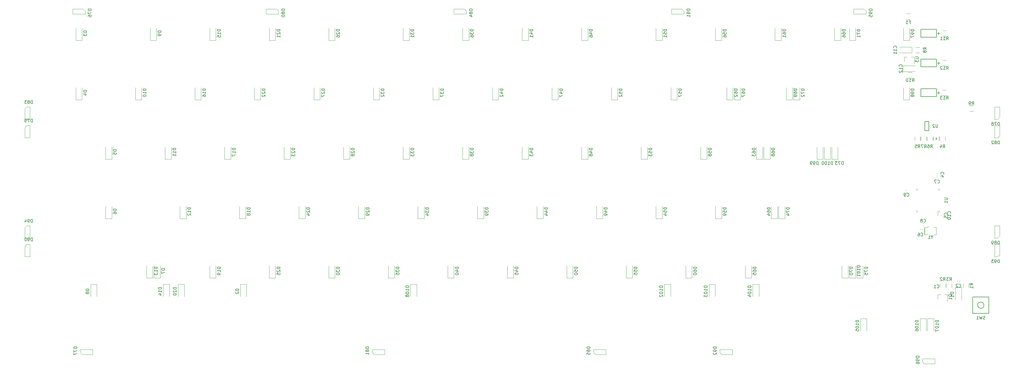
<source format=gbr>
%TF.GenerationSoftware,KiCad,Pcbnew,(5.1.11)-1*%
%TF.CreationDate,2022-07-15T11:42:44+07:00*%
%TF.ProjectId,TX75v2 PCB replacement,54583735-7632-4205-9043-42207265706c,rev?*%
%TF.SameCoordinates,Original*%
%TF.FileFunction,Legend,Bot*%
%TF.FilePolarity,Positive*%
%FSLAX46Y46*%
G04 Gerber Fmt 4.6, Leading zero omitted, Abs format (unit mm)*
G04 Created by KiCad (PCBNEW (5.1.11)-1) date 2022-07-15 11:42:44*
%MOMM*%
%LPD*%
G01*
G04 APERTURE LIST*
%ADD10C,0.120000*%
%ADD11C,0.100000*%
%ADD12C,0.150000*%
G04 APERTURE END LIST*
D10*
%TO.C,D2*%
X37374505Y-140617798D02*
X39374505Y-140617798D01*
X39374505Y-140617798D02*
X39374505Y-144517798D01*
X37374505Y-140617798D02*
X37374505Y-144517798D01*
D11*
%TO.C,R14*%
X260352263Y-93934646D02*
X259952263Y-93834646D01*
X259952263Y-93634646D02*
X260352263Y-93534646D01*
X260352263Y-94134646D02*
X259952263Y-94034646D01*
X259952263Y-94234646D02*
X260352263Y-94134646D01*
X259952263Y-94034646D02*
X260352263Y-93934646D01*
X259952263Y-93834646D02*
X260352263Y-93734646D01*
X260352263Y-93734646D02*
X259952263Y-93634646D01*
D10*
X261032263Y-94484646D02*
X261032263Y-93284646D01*
X259272263Y-93284646D02*
X259272263Y-94484646D01*
%TO.C,R3*%
X263416031Y-140481650D02*
X263416031Y-141681650D01*
X265176031Y-141681650D02*
X265176031Y-140481650D01*
%TO.C,R2*%
X261332432Y-140481650D02*
X261332432Y-141681650D01*
X263092432Y-141681650D02*
X263092432Y-140481650D01*
%TO.C,D96*%
X256397056Y-166143986D02*
X259747056Y-166143986D01*
X255747056Y-165493986D02*
X256397056Y-166143986D01*
X255747056Y-164543986D02*
X255747056Y-165493986D01*
X259747056Y-164543986D02*
X259747056Y-166143986D01*
X259747056Y-164543986D02*
X255747056Y-164543986D01*
%TO.C,D95*%
X237070475Y-52320455D02*
X233720475Y-52320455D01*
X237720475Y-52970455D02*
X237070475Y-52320455D01*
X237720475Y-53920455D02*
X237720475Y-52970455D01*
X233720475Y-53920455D02*
X233720475Y-52320455D01*
X233720475Y-53920455D02*
X237720475Y-53920455D01*
%TO.C,D94*%
X-31634436Y-122467389D02*
X-31634436Y-125817389D01*
X-30984436Y-121817389D02*
X-31634436Y-122467389D01*
X-30034436Y-121817389D02*
X-30984436Y-121817389D01*
X-30034436Y-125817389D02*
X-31634436Y-125817389D01*
X-30034436Y-125817389D02*
X-30034436Y-121817389D01*
%TO.C,D93*%
X280428324Y-131120519D02*
X280428324Y-127770519D01*
X279778324Y-131770519D02*
X280428324Y-131120519D01*
X278828324Y-131770519D02*
X279778324Y-131770519D01*
X278828324Y-127770519D02*
X280428324Y-127770519D01*
X278828324Y-127770519D02*
X278828324Y-131770519D01*
%TO.C,D92*%
X191507939Y-163167421D02*
X194857939Y-163167421D01*
X190857939Y-162517421D02*
X191507939Y-163167421D01*
X190857939Y-161567421D02*
X190857939Y-162517421D01*
X194857939Y-161567421D02*
X194857939Y-163167421D01*
X194857939Y-161567421D02*
X190857939Y-161567421D01*
%TO.C,D91*%
X178729801Y-52320455D02*
X175379801Y-52320455D01*
X179379801Y-52970455D02*
X178729801Y-52320455D01*
X179379801Y-53920455D02*
X179379801Y-52970455D01*
X175379801Y-53920455D02*
X175379801Y-52320455D01*
X175379801Y-53920455D02*
X179379801Y-53920455D01*
%TO.C,D90*%
X-31634436Y-128420519D02*
X-31634436Y-131770519D01*
X-30984436Y-127770519D02*
X-31634436Y-128420519D01*
X-30034436Y-127770519D02*
X-30984436Y-127770519D01*
X-30034436Y-131770519D02*
X-31634436Y-131770519D01*
X-30034436Y-131770519D02*
X-30034436Y-127770519D01*
%TO.C,D89*%
X280428324Y-125167389D02*
X280428324Y-121817389D01*
X279778324Y-125817389D02*
X280428324Y-125167389D01*
X278828324Y-125817389D02*
X279778324Y-125817389D01*
X278828324Y-121817389D02*
X280428324Y-121817389D01*
X278828324Y-121817389D02*
X278828324Y-125817389D01*
%TO.C,D85*%
X151026655Y-163167421D02*
X154376655Y-163167421D01*
X150376655Y-162517421D02*
X151026655Y-163167421D01*
X150376655Y-161567421D02*
X150376655Y-162517421D01*
X154376655Y-161567421D02*
X154376655Y-163167421D01*
X154376655Y-161567421D02*
X150376655Y-161567421D01*
%TO.C,D84*%
X109078180Y-52320455D02*
X105728180Y-52320455D01*
X109728180Y-52970455D02*
X109078180Y-52320455D01*
X109728180Y-53920455D02*
X109728180Y-52970455D01*
X105728180Y-53920455D02*
X105728180Y-52320455D01*
X105728180Y-53920455D02*
X109728180Y-53920455D01*
%TO.C,D83*%
X-31634436Y-84367357D02*
X-31634436Y-87717357D01*
X-30984436Y-83717357D02*
X-31634436Y-84367357D01*
X-30034436Y-83717357D02*
X-30984436Y-83717357D01*
X-30034436Y-87717357D02*
X-31634436Y-87717357D01*
X-30034436Y-87717357D02*
X-30034436Y-83717357D01*
%TO.C,D82*%
X280428324Y-93020487D02*
X280428324Y-89670487D01*
X279778324Y-93670487D02*
X280428324Y-93020487D01*
X278828324Y-93670487D02*
X279778324Y-93670487D01*
X278828324Y-89670487D02*
X280428324Y-89670487D01*
X278828324Y-89670487D02*
X278828324Y-93670487D01*
%TO.C,D81*%
X80184408Y-163167421D02*
X83534408Y-163167421D01*
X79534408Y-162517421D02*
X80184408Y-163167421D01*
X79534408Y-161567421D02*
X79534408Y-162517421D01*
X83534408Y-161567421D02*
X83534408Y-163167421D01*
X83534408Y-161567421D02*
X79534408Y-161567421D01*
%TO.C,D80*%
X48951567Y-52320455D02*
X45601567Y-52320455D01*
X49601567Y-52970455D02*
X48951567Y-52320455D01*
X49601567Y-53920455D02*
X49601567Y-52970455D01*
X45601567Y-53920455D02*
X45601567Y-52320455D01*
X45601567Y-53920455D02*
X49601567Y-53920455D01*
%TO.C,D79*%
X-31634436Y-90320487D02*
X-31634436Y-93670487D01*
X-30984436Y-89670487D02*
X-31634436Y-90320487D01*
X-30034436Y-89670487D02*
X-30984436Y-89670487D01*
X-30034436Y-93670487D02*
X-31634436Y-93670487D01*
X-30034436Y-93670487D02*
X-30034436Y-89670487D01*
%TO.C,D78*%
X280428324Y-87067357D02*
X280428324Y-83717357D01*
X279778324Y-87717357D02*
X280428324Y-87067357D01*
X278828324Y-87717357D02*
X279778324Y-87717357D01*
X278828324Y-83717357D02*
X280428324Y-83717357D01*
X278828324Y-83717357D02*
X278828324Y-87717357D01*
%TO.C,D77*%
X-13279733Y-163167421D02*
X-9929733Y-163167421D01*
X-13929733Y-162517421D02*
X-13279733Y-163167421D01*
X-13929733Y-161567421D02*
X-13929733Y-162517421D01*
X-9929733Y-161567421D02*
X-9929733Y-163167421D01*
X-9929733Y-161567421D02*
X-13929733Y-161567421D01*
%TO.C,D76*%
X-12960985Y-52320455D02*
X-16310985Y-52320455D01*
X-12310985Y-52970455D02*
X-12960985Y-52320455D01*
X-12310985Y-53920455D02*
X-12310985Y-52970455D01*
X-16310985Y-53920455D02*
X-16310985Y-52320455D01*
X-16310985Y-53920455D02*
X-12310985Y-53920455D01*
D12*
%TO.C,SW1*%
X277016369Y-144732447D02*
X271816369Y-144732447D01*
X271816369Y-144732447D02*
X271816369Y-149932447D01*
X271816369Y-149932447D02*
X277016369Y-149932447D01*
X277016369Y-149932447D02*
X277016369Y-144732447D01*
X275416369Y-147332447D02*
G75*
G03*
X275416369Y-147332447I-1000000J0D01*
G01*
D10*
%TO.C,R1*%
X268773857Y-140481650D02*
X268773857Y-141681650D01*
X270533857Y-141681650D02*
X270533857Y-140481650D01*
%TO.C,Q1*%
X260632432Y-143893534D02*
X260632432Y-145353534D01*
X263792432Y-143893534D02*
X263792432Y-146053534D01*
X263792432Y-143893534D02*
X262862432Y-143893534D01*
X260632432Y-143893534D02*
X261562432Y-143893534D01*
%TO.C,D1*%
X266272601Y-141688874D02*
X268272601Y-141688874D01*
X268272601Y-141688874D02*
X268272601Y-145588874D01*
X266272601Y-141688874D02*
X266272601Y-145588874D01*
%TO.C,C2*%
X267632601Y-139701201D02*
X267632601Y-139485529D01*
X266912601Y-139701201D02*
X266912601Y-139485529D01*
%TO.C,C1*%
X260136311Y-139828679D02*
X260351983Y-139828679D01*
X260136311Y-140548679D02*
X260351983Y-140548679D01*
%TO.C,C10*%
X262823983Y-118646710D02*
X262823983Y-118431038D01*
X263543983Y-118646710D02*
X263543983Y-118431038D01*
%TO.C,C4*%
X260282147Y-105093903D02*
X260497819Y-105093903D01*
X260282147Y-105813903D02*
X260497819Y-105813903D01*
%TO.C,F1*%
X250597059Y-53851120D02*
X251801187Y-53851120D01*
X250597059Y-55671120D02*
X251801187Y-55671120D01*
%TO.C,R10*%
X252394437Y-72633511D02*
X251194437Y-72633511D01*
X251194437Y-74393511D02*
X252394437Y-74393511D01*
%TO.C,R8*%
X254775693Y-64596772D02*
X253575693Y-64596772D01*
X253575693Y-66356772D02*
X254775693Y-66356772D01*
%TO.C,C12*%
X249484437Y-70494912D02*
X253394437Y-70494912D01*
X249484437Y-72364912D02*
X249484437Y-70494912D01*
X253394437Y-72364912D02*
X249484437Y-72364912D01*
%TO.C,C11*%
X252318495Y-66411772D02*
X248408495Y-66411772D01*
X252318495Y-64541772D02*
X252318495Y-66411772D01*
X248408495Y-64541772D02*
X252318495Y-64541772D01*
%TO.C,D100*%
X226302964Y-100469042D02*
X226302964Y-96569042D01*
X224302964Y-100469042D02*
X224302964Y-96569042D01*
X226302964Y-100469042D02*
X224302964Y-100469042D01*
%TO.C,D108*%
X91845599Y-140617659D02*
X93845599Y-140617659D01*
X93845599Y-140617659D02*
X93845599Y-144517659D01*
X91845599Y-140617659D02*
X91845599Y-144517659D01*
%TO.C,D102*%
X173105960Y-140617798D02*
X173105960Y-144517798D01*
X175105960Y-140617798D02*
X175105960Y-144517798D01*
X173105960Y-140617798D02*
X175105960Y-140617798D01*
%TO.C,D107*%
X257342891Y-151630900D02*
X259342891Y-151630900D01*
X259342891Y-151630900D02*
X259342891Y-155530900D01*
X257342891Y-151630900D02*
X257342891Y-155530900D01*
%TO.C,D106*%
X254961635Y-151630900D02*
X256961635Y-151630900D01*
X256961635Y-151630900D02*
X256961635Y-155530900D01*
X254961635Y-151630900D02*
X254961635Y-155530900D01*
%TO.C,D105*%
X235911587Y-151630900D02*
X237911587Y-151630900D01*
X237911587Y-151630900D02*
X237911587Y-155530900D01*
X235911587Y-151630900D02*
X235911587Y-155530900D01*
%TO.C,D104*%
X201383375Y-140617659D02*
X203383375Y-140617659D01*
X203383375Y-140617659D02*
X203383375Y-144517659D01*
X201383375Y-140617659D02*
X201383375Y-144517659D01*
%TO.C,D103*%
X187394137Y-140617798D02*
X189394137Y-140617798D01*
X189394137Y-140617798D02*
X189394137Y-144517798D01*
X187394137Y-140617798D02*
X187394137Y-144517798D01*
%TO.C,Y1*%
X256342891Y-122719887D02*
X256342891Y-122319887D01*
X256542891Y-122719887D02*
X256542891Y-122319887D01*
X260142891Y-122719887D02*
X260142891Y-122319887D01*
X256342891Y-124719887D02*
X256342891Y-122719887D01*
X257542891Y-122319887D02*
X257542891Y-121919887D01*
X257542891Y-122319887D02*
X256542891Y-122319887D01*
X256542891Y-122719887D02*
X256542891Y-124719887D01*
X256542891Y-124719887D02*
X257542891Y-124719887D01*
X259342891Y-124719887D02*
X260142891Y-124719887D01*
X260142891Y-124719887D02*
X260142891Y-122719887D01*
X260142891Y-122319887D02*
X259342891Y-122319887D01*
%TO.C,D101*%
X234339703Y-138569138D02*
X234339703Y-134669138D01*
X232339703Y-138569138D02*
X232339703Y-134669138D01*
X234339703Y-138569138D02*
X232339703Y-138569138D01*
%TO.C,D99*%
X223921708Y-100469042D02*
X223921708Y-96569042D01*
X221921708Y-100469042D02*
X221921708Y-96569042D01*
X223921708Y-100469042D02*
X221921708Y-100469042D01*
%TO.C,D98*%
X251603809Y-81418946D02*
X251603809Y-77518946D01*
X249603809Y-81418946D02*
X249603809Y-77518946D01*
X251603809Y-81418946D02*
X249603809Y-81418946D01*
%TO.C,U1*%
X260609920Y-117307206D02*
X260609920Y-118597206D01*
X261059920Y-117307206D02*
X260609920Y-117307206D01*
X261059920Y-116857206D02*
X261059920Y-117307206D01*
X261059920Y-110087206D02*
X260609920Y-110087206D01*
X261059920Y-110537206D02*
X261059920Y-110087206D01*
X253839920Y-117307206D02*
X254289920Y-117307206D01*
X253839920Y-116857206D02*
X253839920Y-117307206D01*
X253839920Y-110087206D02*
X254289920Y-110087206D01*
X253839920Y-110537206D02*
X253839920Y-110087206D01*
%TO.C,D97*%
X251603809Y-62368946D02*
X249603809Y-62368946D01*
X249603809Y-62368946D02*
X249603809Y-58468946D01*
X251603809Y-62368946D02*
X251603809Y-58468946D01*
%TO.C,U3*%
X249916780Y-67693342D02*
X249916780Y-69153342D01*
X253076780Y-67693342D02*
X253076780Y-69853342D01*
X253076780Y-67693342D02*
X252146780Y-67693342D01*
X249916780Y-67693342D02*
X250846780Y-67693342D01*
%TO.C,C9*%
X250495973Y-110431874D02*
X250711645Y-110431874D01*
X250495973Y-111151874D02*
X250711645Y-111151874D01*
%TO.C,C8*%
X256069471Y-121796288D02*
X255853799Y-121796288D01*
X256069471Y-121076288D02*
X255853799Y-121076288D01*
%TO.C,C7*%
X260282147Y-106236903D02*
X260497819Y-106236903D01*
X260282147Y-106956903D02*
X260497819Y-106956903D01*
%TO.C,C6*%
X255101635Y-123044124D02*
X255101635Y-122828452D01*
X255821635Y-123044124D02*
X255821635Y-122828452D01*
%TO.C,C5*%
X261744483Y-118646710D02*
X261744483Y-118431038D01*
X262464483Y-118646710D02*
X262464483Y-118431038D01*
%TO.C,D74*%
X211717771Y-119519090D02*
X209717771Y-119519090D01*
X209717771Y-119519090D02*
X209717771Y-115619090D01*
X211717771Y-119519090D02*
X211717771Y-115619090D01*
%TO.C,D69*%
X214099027Y-81418874D02*
X212099027Y-81418874D01*
X212099027Y-81418874D02*
X212099027Y-77518874D01*
X214099027Y-81418874D02*
X214099027Y-77518874D01*
%TO.C,R13*%
X262146796Y-80048874D02*
X263346796Y-80048874D01*
X263346796Y-78288874D02*
X262146796Y-78288874D01*
%TO.C,R12*%
X262146796Y-70523874D02*
X263346796Y-70523874D01*
X263346796Y-68763874D02*
X262146796Y-68763874D01*
%TO.C,R11*%
X262146796Y-60998874D02*
X263346796Y-60998874D01*
X263346796Y-59238874D02*
X262146796Y-59238874D01*
%TO.C,D75*%
X236720959Y-138569138D02*
X234720959Y-138569138D01*
X234720959Y-138569138D02*
X234720959Y-134669138D01*
X236720959Y-138569138D02*
X236720959Y-134669138D01*
%TO.C,D70*%
X231957733Y-138568874D02*
X229957733Y-138568874D01*
X229957733Y-138568874D02*
X229957733Y-134668874D01*
X231957733Y-138568874D02*
X231957733Y-134668874D01*
%TO.C,D65*%
X201001483Y-138568874D02*
X199001483Y-138568874D01*
X199001483Y-138568874D02*
X199001483Y-134668874D01*
X201001483Y-138568874D02*
X201001483Y-134668874D01*
%TO.C,D60*%
X181951483Y-138568874D02*
X179951483Y-138568874D01*
X179951483Y-138568874D02*
X179951483Y-134668874D01*
X181951483Y-138568874D02*
X181951483Y-134668874D01*
%TO.C,D55*%
X162901483Y-138568874D02*
X160901483Y-138568874D01*
X160901483Y-138568874D02*
X160901483Y-134668874D01*
X162901483Y-138568874D02*
X162901483Y-134668874D01*
%TO.C,D50*%
X143851483Y-138568874D02*
X141851483Y-138568874D01*
X141851483Y-138568874D02*
X141851483Y-134668874D01*
X143851483Y-138568874D02*
X143851483Y-134668874D01*
%TO.C,D45*%
X124801483Y-138568874D02*
X122801483Y-138568874D01*
X122801483Y-138568874D02*
X122801483Y-134668874D01*
X124801483Y-138568874D02*
X124801483Y-134668874D01*
%TO.C,D40*%
X105751483Y-138568874D02*
X103751483Y-138568874D01*
X103751483Y-138568874D02*
X103751483Y-134668874D01*
X105751483Y-138568874D02*
X105751483Y-134668874D01*
%TO.C,D35*%
X86701483Y-138568874D02*
X84701483Y-138568874D01*
X84701483Y-138568874D02*
X84701483Y-134668874D01*
X86701483Y-138568874D02*
X86701483Y-134668874D01*
%TO.C,D30*%
X67651483Y-138568874D02*
X65651483Y-138568874D01*
X65651483Y-138568874D02*
X65651483Y-134668874D01*
X67651483Y-138568874D02*
X67651483Y-134668874D01*
%TO.C,D25*%
X48601483Y-138568874D02*
X46601483Y-138568874D01*
X46601483Y-138568874D02*
X46601483Y-134668874D01*
X48601483Y-138568874D02*
X48601483Y-134668874D01*
%TO.C,D20*%
X17431348Y-140617659D02*
X19431348Y-140617659D01*
X19431348Y-140617659D02*
X19431348Y-144517659D01*
X17431348Y-140617659D02*
X17431348Y-144517659D01*
%TO.C,D19*%
X29551483Y-138568874D02*
X27551483Y-138568874D01*
X27551483Y-138568874D02*
X27551483Y-134668874D01*
X29551483Y-138568874D02*
X29551483Y-134668874D01*
%TO.C,D14*%
X12668828Y-140617659D02*
X14668828Y-140617659D01*
X14668828Y-140617659D02*
X14668828Y-144517659D01*
X12668828Y-140617659D02*
X12668828Y-144517659D01*
%TO.C,D13*%
X9310858Y-138568874D02*
X7310858Y-138568874D01*
X7310858Y-138568874D02*
X7310858Y-134668874D01*
X9310858Y-138568874D02*
X9310858Y-134668874D01*
%TO.C,D8*%
X-10548457Y-140617659D02*
X-8548457Y-140617659D01*
X-8548457Y-140617659D02*
X-8548457Y-144517659D01*
X-10548457Y-140617659D02*
X-10548457Y-144517659D01*
%TO.C,D7*%
X11692108Y-138568874D02*
X9692108Y-138568874D01*
X9692108Y-138568874D02*
X9692108Y-134668874D01*
X11692108Y-138568874D02*
X11692108Y-134668874D01*
%TO.C,D73*%
X228684220Y-100469042D02*
X228684220Y-96569042D01*
X226684220Y-100469042D02*
X226684220Y-96569042D01*
X228684220Y-100469042D02*
X226684220Y-100469042D01*
%TO.C,D72*%
X216480283Y-81418994D02*
X216480283Y-77518994D01*
X214480283Y-81418994D02*
X214480283Y-77518994D01*
X216480283Y-81418994D02*
X214480283Y-81418994D01*
%TO.C,D71*%
X234338983Y-62368874D02*
X234338983Y-58468874D01*
X232338983Y-62368874D02*
X232338983Y-58468874D01*
X234338983Y-62368874D02*
X232338983Y-62368874D01*
%TO.C,D68*%
X206955259Y-100469042D02*
X206955259Y-96569042D01*
X204955259Y-100469042D02*
X204955259Y-96569042D01*
X206955259Y-100469042D02*
X204955259Y-100469042D01*
%TO.C,D67*%
X197430235Y-81418994D02*
X197430235Y-77518994D01*
X195430235Y-81418994D02*
X195430235Y-77518994D01*
X197430235Y-81418994D02*
X195430235Y-81418994D01*
%TO.C,D66*%
X229576483Y-62368874D02*
X229576483Y-58468874D01*
X227576483Y-62368874D02*
X227576483Y-58468874D01*
X229576483Y-62368874D02*
X227576483Y-62368874D01*
%TO.C,D64*%
X209336515Y-119519090D02*
X209336515Y-115619090D01*
X207336515Y-119519090D02*
X207336515Y-115619090D01*
X209336515Y-119519090D02*
X207336515Y-119519090D01*
%TO.C,D63*%
X204574003Y-100469042D02*
X204574003Y-96569042D01*
X202574003Y-100469042D02*
X202574003Y-96569042D01*
X204574003Y-100469042D02*
X202574003Y-100469042D01*
%TO.C,D62*%
X195048979Y-81418874D02*
X195048979Y-77518874D01*
X193048979Y-81418874D02*
X193048979Y-77518874D01*
X195048979Y-81418874D02*
X193048979Y-81418874D01*
%TO.C,D61*%
X210526483Y-62368874D02*
X210526483Y-58468874D01*
X208526483Y-62368874D02*
X208526483Y-58468874D01*
X210526483Y-62368874D02*
X208526483Y-62368874D01*
%TO.C,D59*%
X191476483Y-119518874D02*
X191476483Y-115618874D01*
X189476483Y-119518874D02*
X189476483Y-115618874D01*
X191476483Y-119518874D02*
X189476483Y-119518874D01*
%TO.C,D58*%
X186713983Y-100468874D02*
X186713983Y-96568874D01*
X184713983Y-100468874D02*
X184713983Y-96568874D01*
X186713983Y-100468874D02*
X184713983Y-100468874D01*
%TO.C,D57*%
X177188983Y-81418874D02*
X177188983Y-77518874D01*
X175188983Y-81418874D02*
X175188983Y-77518874D01*
X177188983Y-81418874D02*
X175188983Y-81418874D01*
%TO.C,D56*%
X191476483Y-62368874D02*
X191476483Y-58468874D01*
X189476483Y-62368874D02*
X189476483Y-58468874D01*
X191476483Y-62368874D02*
X189476483Y-62368874D01*
%TO.C,D54*%
X172426483Y-119518874D02*
X172426483Y-115618874D01*
X170426483Y-119518874D02*
X170426483Y-115618874D01*
X172426483Y-119518874D02*
X170426483Y-119518874D01*
%TO.C,D53*%
X167663983Y-100468874D02*
X167663983Y-96568874D01*
X165663983Y-100468874D02*
X165663983Y-96568874D01*
X167663983Y-100468874D02*
X165663983Y-100468874D01*
%TO.C,D52*%
X158138983Y-81418874D02*
X158138983Y-77518874D01*
X156138983Y-81418874D02*
X156138983Y-77518874D01*
X158138983Y-81418874D02*
X156138983Y-81418874D01*
%TO.C,D51*%
X172426483Y-62368874D02*
X172426483Y-58468874D01*
X170426483Y-62368874D02*
X170426483Y-58468874D01*
X172426483Y-62368874D02*
X170426483Y-62368874D01*
%TO.C,D49*%
X153376483Y-119518874D02*
X153376483Y-115618874D01*
X151376483Y-119518874D02*
X151376483Y-115618874D01*
X153376483Y-119518874D02*
X151376483Y-119518874D01*
%TO.C,D48*%
X148613983Y-100468874D02*
X148613983Y-96568874D01*
X146613983Y-100468874D02*
X146613983Y-96568874D01*
X148613983Y-100468874D02*
X146613983Y-100468874D01*
%TO.C,D47*%
X139088983Y-81418874D02*
X139088983Y-77518874D01*
X137088983Y-81418874D02*
X137088983Y-77518874D01*
X139088983Y-81418874D02*
X137088983Y-81418874D01*
%TO.C,D46*%
X148613983Y-62368874D02*
X148613983Y-58468874D01*
X146613983Y-62368874D02*
X146613983Y-58468874D01*
X148613983Y-62368874D02*
X146613983Y-62368874D01*
%TO.C,D44*%
X134326483Y-119518874D02*
X134326483Y-115618874D01*
X132326483Y-119518874D02*
X132326483Y-115618874D01*
X134326483Y-119518874D02*
X132326483Y-119518874D01*
%TO.C,D43*%
X129563983Y-100468874D02*
X129563983Y-96568874D01*
X127563983Y-100468874D02*
X127563983Y-96568874D01*
X129563983Y-100468874D02*
X127563983Y-100468874D01*
%TO.C,D42*%
X120038983Y-81418874D02*
X120038983Y-77518874D01*
X118038983Y-81418874D02*
X118038983Y-77518874D01*
X120038983Y-81418874D02*
X118038983Y-81418874D01*
%TO.C,D41*%
X129563983Y-62368874D02*
X129563983Y-58468874D01*
X127563983Y-62368874D02*
X127563983Y-58468874D01*
X129563983Y-62368874D02*
X127563983Y-62368874D01*
%TO.C,D39*%
X115276483Y-119518874D02*
X115276483Y-115618874D01*
X113276483Y-119518874D02*
X113276483Y-115618874D01*
X115276483Y-119518874D02*
X113276483Y-119518874D01*
%TO.C,D38*%
X110513983Y-100468874D02*
X110513983Y-96568874D01*
X108513983Y-100468874D02*
X108513983Y-96568874D01*
X110513983Y-100468874D02*
X108513983Y-100468874D01*
%TO.C,D37*%
X100988983Y-81418874D02*
X100988983Y-77518874D01*
X98988983Y-81418874D02*
X98988983Y-77518874D01*
X100988983Y-81418874D02*
X98988983Y-81418874D01*
%TO.C,D36*%
X110513983Y-62368874D02*
X110513983Y-58468874D01*
X108513983Y-62368874D02*
X108513983Y-58468874D01*
X110513983Y-62368874D02*
X108513983Y-62368874D01*
%TO.C,D34*%
X96226483Y-119518874D02*
X96226483Y-115618874D01*
X94226483Y-119518874D02*
X94226483Y-115618874D01*
X96226483Y-119518874D02*
X94226483Y-119518874D01*
%TO.C,D33*%
X91463983Y-100468874D02*
X91463983Y-96568874D01*
X89463983Y-100468874D02*
X89463983Y-96568874D01*
X91463983Y-100468874D02*
X89463983Y-100468874D01*
%TO.C,D32*%
X81938983Y-81418874D02*
X81938983Y-77518874D01*
X79938983Y-81418874D02*
X79938983Y-77518874D01*
X81938983Y-81418874D02*
X79938983Y-81418874D01*
%TO.C,D31*%
X91463983Y-62368874D02*
X91463983Y-58468874D01*
X89463983Y-62368874D02*
X89463983Y-58468874D01*
X91463983Y-62368874D02*
X89463983Y-62368874D01*
%TO.C,D29*%
X77176483Y-119518874D02*
X77176483Y-115618874D01*
X75176483Y-119518874D02*
X75176483Y-115618874D01*
X77176483Y-119518874D02*
X75176483Y-119518874D01*
%TO.C,D28*%
X72413983Y-100468874D02*
X72413983Y-96568874D01*
X70413983Y-100468874D02*
X70413983Y-96568874D01*
X72413983Y-100468874D02*
X70413983Y-100468874D01*
%TO.C,D27*%
X62888983Y-81418874D02*
X62888983Y-77518874D01*
X60888983Y-81418874D02*
X60888983Y-77518874D01*
X62888983Y-81418874D02*
X60888983Y-81418874D01*
%TO.C,D26*%
X67651483Y-62368874D02*
X67651483Y-58468874D01*
X65651483Y-62368874D02*
X65651483Y-58468874D01*
X67651483Y-62368874D02*
X65651483Y-62368874D01*
%TO.C,D24*%
X58126483Y-119518874D02*
X58126483Y-115618874D01*
X56126483Y-119518874D02*
X56126483Y-115618874D01*
X58126483Y-119518874D02*
X56126483Y-119518874D01*
%TO.C,D23*%
X53363983Y-100468874D02*
X53363983Y-96568874D01*
X51363983Y-100468874D02*
X51363983Y-96568874D01*
X53363983Y-100468874D02*
X51363983Y-100468874D01*
%TO.C,D22*%
X43838983Y-81418874D02*
X43838983Y-77518874D01*
X41838983Y-81418874D02*
X41838983Y-77518874D01*
X43838983Y-81418874D02*
X41838983Y-81418874D01*
%TO.C,D21*%
X48601483Y-62368874D02*
X48601483Y-58468874D01*
X46601483Y-62368874D02*
X46601483Y-58468874D01*
X48601483Y-62368874D02*
X46601483Y-62368874D01*
%TO.C,D18*%
X39076483Y-119518874D02*
X39076483Y-115618874D01*
X37076483Y-119518874D02*
X37076483Y-115618874D01*
X39076483Y-119518874D02*
X37076483Y-119518874D01*
%TO.C,D17*%
X34313983Y-100468874D02*
X34313983Y-96568874D01*
X32313983Y-100468874D02*
X32313983Y-96568874D01*
X34313983Y-100468874D02*
X32313983Y-100468874D01*
%TO.C,D16*%
X24788983Y-81418874D02*
X24788983Y-77518874D01*
X22788983Y-81418874D02*
X22788983Y-77518874D01*
X24788983Y-81418874D02*
X22788983Y-81418874D01*
%TO.C,D15*%
X29551483Y-62368874D02*
X29551483Y-58468874D01*
X27551483Y-62368874D02*
X27551483Y-58468874D01*
X29551483Y-62368874D02*
X27551483Y-62368874D01*
%TO.C,D12*%
X20026483Y-119518874D02*
X20026483Y-115618874D01*
X18026483Y-119518874D02*
X18026483Y-115618874D01*
X20026483Y-119518874D02*
X18026483Y-119518874D01*
%TO.C,D11*%
X15263983Y-100468874D02*
X15263983Y-96568874D01*
X13263983Y-100468874D02*
X13263983Y-96568874D01*
X15263983Y-100468874D02*
X13263983Y-100468874D01*
%TO.C,D10*%
X5738983Y-81418874D02*
X5738983Y-77518874D01*
X3738983Y-81418874D02*
X3738983Y-77518874D01*
X5738983Y-81418874D02*
X3738983Y-81418874D01*
%TO.C,D9*%
X10501483Y-62368874D02*
X10501483Y-58468874D01*
X8501483Y-62368874D02*
X8501483Y-58468874D01*
X10501483Y-62368874D02*
X8501483Y-62368874D01*
%TO.C,D6*%
X-3786017Y-119518874D02*
X-3786017Y-115618874D01*
X-5786017Y-119518874D02*
X-5786017Y-115618874D01*
X-3786017Y-119518874D02*
X-5786017Y-119518874D01*
%TO.C,D5*%
X-3786017Y-100468874D02*
X-3786017Y-96568874D01*
X-5786017Y-100468874D02*
X-5786017Y-96568874D01*
X-3786017Y-100468874D02*
X-5786017Y-100468874D01*
%TO.C,D4*%
X-13311017Y-81418874D02*
X-13311017Y-77518874D01*
X-15311017Y-81418874D02*
X-15311017Y-77518874D01*
X-13311017Y-81418874D02*
X-15311017Y-81418874D01*
%TO.C,D3*%
X-13311017Y-62368874D02*
X-13311017Y-58468874D01*
X-15311017Y-62368874D02*
X-15311017Y-58468874D01*
X-13311017Y-62368874D02*
X-15311017Y-62368874D01*
D12*
%TO.C,D88*%
X255246796Y-77918874D02*
X260246796Y-77918874D01*
X260246796Y-77918874D02*
X260246796Y-80418874D01*
X260246796Y-80418874D02*
X255246796Y-80418874D01*
X255246796Y-80418874D02*
X255246796Y-77918874D01*
%TO.C,D87*%
X255246796Y-68393874D02*
X260246796Y-68393874D01*
X260246796Y-68393874D02*
X260246796Y-70893874D01*
X260246796Y-70893874D02*
X255246796Y-70893874D01*
X255246796Y-70893874D02*
X255246796Y-68393874D01*
%TO.C,D86*%
X255246796Y-58868874D02*
X260246796Y-58868874D01*
X260246796Y-58868874D02*
X260246796Y-61368874D01*
X260246796Y-61368874D02*
X255246796Y-61368874D01*
X255246796Y-61368874D02*
X255246796Y-58868874D01*
D10*
%TO.C,R9*%
X272039799Y-83349163D02*
X270839799Y-83349163D01*
X270839799Y-85109163D02*
X272039799Y-85109163D01*
%TO.C,R6*%
X259032263Y-94484646D02*
X259032263Y-93284646D01*
X257272263Y-93284646D02*
X257272263Y-94484646D01*
%TO.C,R5*%
X255032263Y-94484646D02*
X255032263Y-93284646D01*
X253272263Y-93284646D02*
X253272263Y-94484646D01*
%TO.C,R4*%
X263032263Y-94484646D02*
X263032263Y-93284646D01*
X261272263Y-93284646D02*
X261272263Y-94484646D01*
D12*
%TO.C,U2*%
X257802263Y-91334646D02*
X256502263Y-91334646D01*
X257802263Y-88434646D02*
X257802263Y-91334646D01*
X256502263Y-88434646D02*
X257802263Y-88434646D01*
X256502263Y-88434646D02*
X256502263Y-91334646D01*
D10*
%TO.C,R7*%
X257032263Y-94484646D02*
X257032263Y-93284646D01*
X255272263Y-93284646D02*
X255272263Y-94484646D01*
%TO.C,D2*%
D12*
X36826885Y-142129702D02*
X35826885Y-142129702D01*
X35826885Y-142367798D01*
X35874505Y-142510655D01*
X35969743Y-142605893D01*
X36064981Y-142653512D01*
X36255457Y-142701131D01*
X36398314Y-142701131D01*
X36588790Y-142653512D01*
X36684028Y-142605893D01*
X36779266Y-142510655D01*
X36826885Y-142367798D01*
X36826885Y-142129702D01*
X35922124Y-143082083D02*
X35874505Y-143129702D01*
X35826885Y-143224940D01*
X35826885Y-143463036D01*
X35874505Y-143558274D01*
X35922124Y-143605893D01*
X36017362Y-143653512D01*
X36112600Y-143653512D01*
X36255457Y-143605893D01*
X36826885Y-143034464D01*
X36826885Y-143653512D01*
%TO.C,R3*%
X264462697Y-139450431D02*
X264796031Y-138974241D01*
X265034126Y-139450431D02*
X265034126Y-138450431D01*
X264653173Y-138450431D01*
X264557935Y-138498051D01*
X264510316Y-138545670D01*
X264462697Y-138640908D01*
X264462697Y-138783765D01*
X264510316Y-138879003D01*
X264557935Y-138926622D01*
X264653173Y-138974241D01*
X265034126Y-138974241D01*
X264129364Y-138450431D02*
X263510316Y-138450431D01*
X263843650Y-138831384D01*
X263700792Y-138831384D01*
X263605554Y-138879003D01*
X263557935Y-138926622D01*
X263510316Y-139021860D01*
X263510316Y-139259955D01*
X263557935Y-139355193D01*
X263605554Y-139402812D01*
X263700792Y-139450431D01*
X263986507Y-139450431D01*
X264081745Y-139402812D01*
X264129364Y-139355193D01*
%TO.C,R2*%
X262379098Y-139450431D02*
X262712432Y-138974241D01*
X262950527Y-139450431D02*
X262950527Y-138450431D01*
X262569574Y-138450431D01*
X262474336Y-138498051D01*
X262426717Y-138545670D01*
X262379098Y-138640908D01*
X262379098Y-138783765D01*
X262426717Y-138879003D01*
X262474336Y-138926622D01*
X262569574Y-138974241D01*
X262950527Y-138974241D01*
X261998146Y-138545670D02*
X261950527Y-138498051D01*
X261855289Y-138450431D01*
X261617193Y-138450431D01*
X261521955Y-138498051D01*
X261474336Y-138545670D01*
X261426717Y-138640908D01*
X261426717Y-138736146D01*
X261474336Y-138879003D01*
X262045765Y-139450431D01*
X261426717Y-139450431D01*
%TO.C,D96*%
X254699436Y-163679700D02*
X253699436Y-163679700D01*
X253699436Y-163917795D01*
X253747056Y-164060652D01*
X253842294Y-164155890D01*
X253937532Y-164203509D01*
X254128008Y-164251128D01*
X254270865Y-164251128D01*
X254461341Y-164203509D01*
X254556579Y-164155890D01*
X254651817Y-164060652D01*
X254699436Y-163917795D01*
X254699436Y-163679700D01*
X254699436Y-164727319D02*
X254699436Y-164917795D01*
X254651817Y-165013033D01*
X254604198Y-165060652D01*
X254461341Y-165155890D01*
X254270865Y-165203509D01*
X253889913Y-165203509D01*
X253794675Y-165155890D01*
X253747056Y-165108271D01*
X253699436Y-165013033D01*
X253699436Y-164822557D01*
X253747056Y-164727319D01*
X253794675Y-164679700D01*
X253889913Y-164632081D01*
X254128008Y-164632081D01*
X254223246Y-164679700D01*
X254270865Y-164727319D01*
X254318484Y-164822557D01*
X254318484Y-165013033D01*
X254270865Y-165108271D01*
X254223246Y-165155890D01*
X254128008Y-165203509D01*
X253699436Y-166060652D02*
X253699436Y-165870176D01*
X253747056Y-165774938D01*
X253794675Y-165727319D01*
X253937532Y-165632081D01*
X254128008Y-165584462D01*
X254508960Y-165584462D01*
X254604198Y-165632081D01*
X254651817Y-165679700D01*
X254699436Y-165774938D01*
X254699436Y-165965414D01*
X254651817Y-166060652D01*
X254604198Y-166108271D01*
X254508960Y-166155890D01*
X254270865Y-166155890D01*
X254175627Y-166108271D01*
X254128008Y-166060652D01*
X254080389Y-165965414D01*
X254080389Y-165774938D01*
X254128008Y-165679700D01*
X254175627Y-165632081D01*
X254270865Y-165584462D01*
%TO.C,D95*%
X239672855Y-52356169D02*
X238672855Y-52356169D01*
X238672855Y-52594264D01*
X238720475Y-52737121D01*
X238815713Y-52832359D01*
X238910951Y-52879978D01*
X239101427Y-52927597D01*
X239244284Y-52927597D01*
X239434760Y-52879978D01*
X239529998Y-52832359D01*
X239625236Y-52737121D01*
X239672855Y-52594264D01*
X239672855Y-52356169D01*
X239672855Y-53403788D02*
X239672855Y-53594264D01*
X239625236Y-53689502D01*
X239577617Y-53737121D01*
X239434760Y-53832359D01*
X239244284Y-53879978D01*
X238863332Y-53879978D01*
X238768094Y-53832359D01*
X238720475Y-53784740D01*
X238672855Y-53689502D01*
X238672855Y-53499026D01*
X238720475Y-53403788D01*
X238768094Y-53356169D01*
X238863332Y-53308550D01*
X239101427Y-53308550D01*
X239196665Y-53356169D01*
X239244284Y-53403788D01*
X239291903Y-53499026D01*
X239291903Y-53689502D01*
X239244284Y-53784740D01*
X239196665Y-53832359D01*
X239101427Y-53879978D01*
X238672855Y-54784740D02*
X238672855Y-54308550D01*
X239149046Y-54260931D01*
X239101427Y-54308550D01*
X239053808Y-54403788D01*
X239053808Y-54641883D01*
X239101427Y-54737121D01*
X239149046Y-54784740D01*
X239244284Y-54832359D01*
X239482379Y-54832359D01*
X239577617Y-54784740D01*
X239625236Y-54737121D01*
X239672855Y-54641883D01*
X239672855Y-54403788D01*
X239625236Y-54308550D01*
X239577617Y-54260931D01*
%TO.C,D94*%
X-29170150Y-120769769D02*
X-29170150Y-119769769D01*
X-29408245Y-119769769D01*
X-29551102Y-119817389D01*
X-29646340Y-119912627D01*
X-29693959Y-120007865D01*
X-29741578Y-120198341D01*
X-29741578Y-120341198D01*
X-29693959Y-120531674D01*
X-29646340Y-120626912D01*
X-29551102Y-120722150D01*
X-29408245Y-120769769D01*
X-29170150Y-120769769D01*
X-30217769Y-120769769D02*
X-30408245Y-120769769D01*
X-30503483Y-120722150D01*
X-30551102Y-120674531D01*
X-30646340Y-120531674D01*
X-30693959Y-120341198D01*
X-30693959Y-119960246D01*
X-30646340Y-119865008D01*
X-30598721Y-119817389D01*
X-30503483Y-119769769D01*
X-30313007Y-119769769D01*
X-30217769Y-119817389D01*
X-30170150Y-119865008D01*
X-30122531Y-119960246D01*
X-30122531Y-120198341D01*
X-30170150Y-120293579D01*
X-30217769Y-120341198D01*
X-30313007Y-120388817D01*
X-30503483Y-120388817D01*
X-30598721Y-120341198D01*
X-30646340Y-120293579D01*
X-30693959Y-120198341D01*
X-31551102Y-120103103D02*
X-31551102Y-120769769D01*
X-31313007Y-119722150D02*
X-31074912Y-120436436D01*
X-31693959Y-120436436D01*
%TO.C,D93*%
X280392609Y-133722899D02*
X280392609Y-132722899D01*
X280154514Y-132722899D01*
X280011657Y-132770519D01*
X279916419Y-132865757D01*
X279868800Y-132960995D01*
X279821181Y-133151471D01*
X279821181Y-133294328D01*
X279868800Y-133484804D01*
X279916419Y-133580042D01*
X280011657Y-133675280D01*
X280154514Y-133722899D01*
X280392609Y-133722899D01*
X279344990Y-133722899D02*
X279154514Y-133722899D01*
X279059276Y-133675280D01*
X279011657Y-133627661D01*
X278916419Y-133484804D01*
X278868800Y-133294328D01*
X278868800Y-132913376D01*
X278916419Y-132818138D01*
X278964038Y-132770519D01*
X279059276Y-132722899D01*
X279249752Y-132722899D01*
X279344990Y-132770519D01*
X279392609Y-132818138D01*
X279440228Y-132913376D01*
X279440228Y-133151471D01*
X279392609Y-133246709D01*
X279344990Y-133294328D01*
X279249752Y-133341947D01*
X279059276Y-133341947D01*
X278964038Y-133294328D01*
X278916419Y-133246709D01*
X278868800Y-133151471D01*
X278535466Y-132722899D02*
X277916419Y-132722899D01*
X278249752Y-133103852D01*
X278106895Y-133103852D01*
X278011657Y-133151471D01*
X277964038Y-133199090D01*
X277916419Y-133294328D01*
X277916419Y-133532423D01*
X277964038Y-133627661D01*
X278011657Y-133675280D01*
X278106895Y-133722899D01*
X278392609Y-133722899D01*
X278487847Y-133675280D01*
X278535466Y-133627661D01*
%TO.C,D92*%
X189810319Y-160703135D02*
X188810319Y-160703135D01*
X188810319Y-160941230D01*
X188857939Y-161084087D01*
X188953177Y-161179325D01*
X189048415Y-161226944D01*
X189238891Y-161274563D01*
X189381748Y-161274563D01*
X189572224Y-161226944D01*
X189667462Y-161179325D01*
X189762700Y-161084087D01*
X189810319Y-160941230D01*
X189810319Y-160703135D01*
X189810319Y-161750754D02*
X189810319Y-161941230D01*
X189762700Y-162036468D01*
X189715081Y-162084087D01*
X189572224Y-162179325D01*
X189381748Y-162226944D01*
X189000796Y-162226944D01*
X188905558Y-162179325D01*
X188857939Y-162131706D01*
X188810319Y-162036468D01*
X188810319Y-161845992D01*
X188857939Y-161750754D01*
X188905558Y-161703135D01*
X189000796Y-161655516D01*
X189238891Y-161655516D01*
X189334129Y-161703135D01*
X189381748Y-161750754D01*
X189429367Y-161845992D01*
X189429367Y-162036468D01*
X189381748Y-162131706D01*
X189334129Y-162179325D01*
X189238891Y-162226944D01*
X188905558Y-162607897D02*
X188857939Y-162655516D01*
X188810319Y-162750754D01*
X188810319Y-162988849D01*
X188857939Y-163084087D01*
X188905558Y-163131706D01*
X189000796Y-163179325D01*
X189096034Y-163179325D01*
X189238891Y-163131706D01*
X189810319Y-162560278D01*
X189810319Y-163179325D01*
%TO.C,D91*%
X181332181Y-52356169D02*
X180332181Y-52356169D01*
X180332181Y-52594264D01*
X180379801Y-52737121D01*
X180475039Y-52832359D01*
X180570277Y-52879978D01*
X180760753Y-52927597D01*
X180903610Y-52927597D01*
X181094086Y-52879978D01*
X181189324Y-52832359D01*
X181284562Y-52737121D01*
X181332181Y-52594264D01*
X181332181Y-52356169D01*
X181332181Y-53403788D02*
X181332181Y-53594264D01*
X181284562Y-53689502D01*
X181236943Y-53737121D01*
X181094086Y-53832359D01*
X180903610Y-53879978D01*
X180522658Y-53879978D01*
X180427420Y-53832359D01*
X180379801Y-53784740D01*
X180332181Y-53689502D01*
X180332181Y-53499026D01*
X180379801Y-53403788D01*
X180427420Y-53356169D01*
X180522658Y-53308550D01*
X180760753Y-53308550D01*
X180855991Y-53356169D01*
X180903610Y-53403788D01*
X180951229Y-53499026D01*
X180951229Y-53689502D01*
X180903610Y-53784740D01*
X180855991Y-53832359D01*
X180760753Y-53879978D01*
X181332181Y-54832359D02*
X181332181Y-54260931D01*
X181332181Y-54546645D02*
X180332181Y-54546645D01*
X180475039Y-54451407D01*
X180570277Y-54356169D01*
X180617896Y-54260931D01*
%TO.C,D90*%
X-29170150Y-126722899D02*
X-29170150Y-125722899D01*
X-29408245Y-125722899D01*
X-29551102Y-125770519D01*
X-29646340Y-125865757D01*
X-29693959Y-125960995D01*
X-29741578Y-126151471D01*
X-29741578Y-126294328D01*
X-29693959Y-126484804D01*
X-29646340Y-126580042D01*
X-29551102Y-126675280D01*
X-29408245Y-126722899D01*
X-29170150Y-126722899D01*
X-30217769Y-126722899D02*
X-30408245Y-126722899D01*
X-30503483Y-126675280D01*
X-30551102Y-126627661D01*
X-30646340Y-126484804D01*
X-30693959Y-126294328D01*
X-30693959Y-125913376D01*
X-30646340Y-125818138D01*
X-30598721Y-125770519D01*
X-30503483Y-125722899D01*
X-30313007Y-125722899D01*
X-30217769Y-125770519D01*
X-30170150Y-125818138D01*
X-30122531Y-125913376D01*
X-30122531Y-126151471D01*
X-30170150Y-126246709D01*
X-30217769Y-126294328D01*
X-30313007Y-126341947D01*
X-30503483Y-126341947D01*
X-30598721Y-126294328D01*
X-30646340Y-126246709D01*
X-30693959Y-126151471D01*
X-31313007Y-125722899D02*
X-31408245Y-125722899D01*
X-31503483Y-125770519D01*
X-31551102Y-125818138D01*
X-31598721Y-125913376D01*
X-31646340Y-126103852D01*
X-31646340Y-126341947D01*
X-31598721Y-126532423D01*
X-31551102Y-126627661D01*
X-31503483Y-126675280D01*
X-31408245Y-126722899D01*
X-31313007Y-126722899D01*
X-31217769Y-126675280D01*
X-31170150Y-126627661D01*
X-31122531Y-126532423D01*
X-31074912Y-126341947D01*
X-31074912Y-126103852D01*
X-31122531Y-125913376D01*
X-31170150Y-125818138D01*
X-31217769Y-125770519D01*
X-31313007Y-125722899D01*
%TO.C,D89*%
X280392609Y-127769769D02*
X280392609Y-126769769D01*
X280154514Y-126769769D01*
X280011657Y-126817389D01*
X279916419Y-126912627D01*
X279868800Y-127007865D01*
X279821181Y-127198341D01*
X279821181Y-127341198D01*
X279868800Y-127531674D01*
X279916419Y-127626912D01*
X280011657Y-127722150D01*
X280154514Y-127769769D01*
X280392609Y-127769769D01*
X279249752Y-127198341D02*
X279344990Y-127150722D01*
X279392609Y-127103103D01*
X279440228Y-127007865D01*
X279440228Y-126960246D01*
X279392609Y-126865008D01*
X279344990Y-126817389D01*
X279249752Y-126769769D01*
X279059276Y-126769769D01*
X278964038Y-126817389D01*
X278916419Y-126865008D01*
X278868800Y-126960246D01*
X278868800Y-127007865D01*
X278916419Y-127103103D01*
X278964038Y-127150722D01*
X279059276Y-127198341D01*
X279249752Y-127198341D01*
X279344990Y-127245960D01*
X279392609Y-127293579D01*
X279440228Y-127388817D01*
X279440228Y-127579293D01*
X279392609Y-127674531D01*
X279344990Y-127722150D01*
X279249752Y-127769769D01*
X279059276Y-127769769D01*
X278964038Y-127722150D01*
X278916419Y-127674531D01*
X278868800Y-127579293D01*
X278868800Y-127388817D01*
X278916419Y-127293579D01*
X278964038Y-127245960D01*
X279059276Y-127198341D01*
X278392609Y-127769769D02*
X278202133Y-127769769D01*
X278106895Y-127722150D01*
X278059276Y-127674531D01*
X277964038Y-127531674D01*
X277916419Y-127341198D01*
X277916419Y-126960246D01*
X277964038Y-126865008D01*
X278011657Y-126817389D01*
X278106895Y-126769769D01*
X278297371Y-126769769D01*
X278392609Y-126817389D01*
X278440228Y-126865008D01*
X278487847Y-126960246D01*
X278487847Y-127198341D01*
X278440228Y-127293579D01*
X278392609Y-127341198D01*
X278297371Y-127388817D01*
X278106895Y-127388817D01*
X278011657Y-127341198D01*
X277964038Y-127293579D01*
X277916419Y-127198341D01*
%TO.C,D85*%
X149329035Y-160703135D02*
X148329035Y-160703135D01*
X148329035Y-160941230D01*
X148376655Y-161084087D01*
X148471893Y-161179325D01*
X148567131Y-161226944D01*
X148757607Y-161274563D01*
X148900464Y-161274563D01*
X149090940Y-161226944D01*
X149186178Y-161179325D01*
X149281416Y-161084087D01*
X149329035Y-160941230D01*
X149329035Y-160703135D01*
X148757607Y-161845992D02*
X148709988Y-161750754D01*
X148662369Y-161703135D01*
X148567131Y-161655516D01*
X148519512Y-161655516D01*
X148424274Y-161703135D01*
X148376655Y-161750754D01*
X148329035Y-161845992D01*
X148329035Y-162036468D01*
X148376655Y-162131706D01*
X148424274Y-162179325D01*
X148519512Y-162226944D01*
X148567131Y-162226944D01*
X148662369Y-162179325D01*
X148709988Y-162131706D01*
X148757607Y-162036468D01*
X148757607Y-161845992D01*
X148805226Y-161750754D01*
X148852845Y-161703135D01*
X148948083Y-161655516D01*
X149138559Y-161655516D01*
X149233797Y-161703135D01*
X149281416Y-161750754D01*
X149329035Y-161845992D01*
X149329035Y-162036468D01*
X149281416Y-162131706D01*
X149233797Y-162179325D01*
X149138559Y-162226944D01*
X148948083Y-162226944D01*
X148852845Y-162179325D01*
X148805226Y-162131706D01*
X148757607Y-162036468D01*
X148329035Y-163131706D02*
X148329035Y-162655516D01*
X148805226Y-162607897D01*
X148757607Y-162655516D01*
X148709988Y-162750754D01*
X148709988Y-162988849D01*
X148757607Y-163084087D01*
X148805226Y-163131706D01*
X148900464Y-163179325D01*
X149138559Y-163179325D01*
X149233797Y-163131706D01*
X149281416Y-163084087D01*
X149329035Y-162988849D01*
X149329035Y-162750754D01*
X149281416Y-162655516D01*
X149233797Y-162607897D01*
%TO.C,D84*%
X111680560Y-52356169D02*
X110680560Y-52356169D01*
X110680560Y-52594264D01*
X110728180Y-52737121D01*
X110823418Y-52832359D01*
X110918656Y-52879978D01*
X111109132Y-52927597D01*
X111251989Y-52927597D01*
X111442465Y-52879978D01*
X111537703Y-52832359D01*
X111632941Y-52737121D01*
X111680560Y-52594264D01*
X111680560Y-52356169D01*
X111109132Y-53499026D02*
X111061513Y-53403788D01*
X111013894Y-53356169D01*
X110918656Y-53308550D01*
X110871037Y-53308550D01*
X110775799Y-53356169D01*
X110728180Y-53403788D01*
X110680560Y-53499026D01*
X110680560Y-53689502D01*
X110728180Y-53784740D01*
X110775799Y-53832359D01*
X110871037Y-53879978D01*
X110918656Y-53879978D01*
X111013894Y-53832359D01*
X111061513Y-53784740D01*
X111109132Y-53689502D01*
X111109132Y-53499026D01*
X111156751Y-53403788D01*
X111204370Y-53356169D01*
X111299608Y-53308550D01*
X111490084Y-53308550D01*
X111585322Y-53356169D01*
X111632941Y-53403788D01*
X111680560Y-53499026D01*
X111680560Y-53689502D01*
X111632941Y-53784740D01*
X111585322Y-53832359D01*
X111490084Y-53879978D01*
X111299608Y-53879978D01*
X111204370Y-53832359D01*
X111156751Y-53784740D01*
X111109132Y-53689502D01*
X111013894Y-54737121D02*
X111680560Y-54737121D01*
X110632941Y-54499026D02*
X111347227Y-54260931D01*
X111347227Y-54879978D01*
%TO.C,D83*%
X-29170150Y-82669737D02*
X-29170150Y-81669737D01*
X-29408245Y-81669737D01*
X-29551102Y-81717357D01*
X-29646340Y-81812595D01*
X-29693959Y-81907833D01*
X-29741578Y-82098309D01*
X-29741578Y-82241166D01*
X-29693959Y-82431642D01*
X-29646340Y-82526880D01*
X-29551102Y-82622118D01*
X-29408245Y-82669737D01*
X-29170150Y-82669737D01*
X-30313007Y-82098309D02*
X-30217769Y-82050690D01*
X-30170150Y-82003071D01*
X-30122531Y-81907833D01*
X-30122531Y-81860214D01*
X-30170150Y-81764976D01*
X-30217769Y-81717357D01*
X-30313007Y-81669737D01*
X-30503483Y-81669737D01*
X-30598721Y-81717357D01*
X-30646340Y-81764976D01*
X-30693959Y-81860214D01*
X-30693959Y-81907833D01*
X-30646340Y-82003071D01*
X-30598721Y-82050690D01*
X-30503483Y-82098309D01*
X-30313007Y-82098309D01*
X-30217769Y-82145928D01*
X-30170150Y-82193547D01*
X-30122531Y-82288785D01*
X-30122531Y-82479261D01*
X-30170150Y-82574499D01*
X-30217769Y-82622118D01*
X-30313007Y-82669737D01*
X-30503483Y-82669737D01*
X-30598721Y-82622118D01*
X-30646340Y-82574499D01*
X-30693959Y-82479261D01*
X-30693959Y-82288785D01*
X-30646340Y-82193547D01*
X-30598721Y-82145928D01*
X-30503483Y-82098309D01*
X-31027293Y-81669737D02*
X-31646340Y-81669737D01*
X-31313007Y-82050690D01*
X-31455864Y-82050690D01*
X-31551102Y-82098309D01*
X-31598721Y-82145928D01*
X-31646340Y-82241166D01*
X-31646340Y-82479261D01*
X-31598721Y-82574499D01*
X-31551102Y-82622118D01*
X-31455864Y-82669737D01*
X-31170150Y-82669737D01*
X-31074912Y-82622118D01*
X-31027293Y-82574499D01*
%TO.C,D82*%
X280392609Y-95622867D02*
X280392609Y-94622867D01*
X280154514Y-94622867D01*
X280011657Y-94670487D01*
X279916419Y-94765725D01*
X279868800Y-94860963D01*
X279821181Y-95051439D01*
X279821181Y-95194296D01*
X279868800Y-95384772D01*
X279916419Y-95480010D01*
X280011657Y-95575248D01*
X280154514Y-95622867D01*
X280392609Y-95622867D01*
X279249752Y-95051439D02*
X279344990Y-95003820D01*
X279392609Y-94956201D01*
X279440228Y-94860963D01*
X279440228Y-94813344D01*
X279392609Y-94718106D01*
X279344990Y-94670487D01*
X279249752Y-94622867D01*
X279059276Y-94622867D01*
X278964038Y-94670487D01*
X278916419Y-94718106D01*
X278868800Y-94813344D01*
X278868800Y-94860963D01*
X278916419Y-94956201D01*
X278964038Y-95003820D01*
X279059276Y-95051439D01*
X279249752Y-95051439D01*
X279344990Y-95099058D01*
X279392609Y-95146677D01*
X279440228Y-95241915D01*
X279440228Y-95432391D01*
X279392609Y-95527629D01*
X279344990Y-95575248D01*
X279249752Y-95622867D01*
X279059276Y-95622867D01*
X278964038Y-95575248D01*
X278916419Y-95527629D01*
X278868800Y-95432391D01*
X278868800Y-95241915D01*
X278916419Y-95146677D01*
X278964038Y-95099058D01*
X279059276Y-95051439D01*
X278487847Y-94718106D02*
X278440228Y-94670487D01*
X278344990Y-94622867D01*
X278106895Y-94622867D01*
X278011657Y-94670487D01*
X277964038Y-94718106D01*
X277916419Y-94813344D01*
X277916419Y-94908582D01*
X277964038Y-95051439D01*
X278535466Y-95622867D01*
X277916419Y-95622867D01*
%TO.C,D81*%
X78486788Y-160703135D02*
X77486788Y-160703135D01*
X77486788Y-160941230D01*
X77534408Y-161084087D01*
X77629646Y-161179325D01*
X77724884Y-161226944D01*
X77915360Y-161274563D01*
X78058217Y-161274563D01*
X78248693Y-161226944D01*
X78343931Y-161179325D01*
X78439169Y-161084087D01*
X78486788Y-160941230D01*
X78486788Y-160703135D01*
X77915360Y-161845992D02*
X77867741Y-161750754D01*
X77820122Y-161703135D01*
X77724884Y-161655516D01*
X77677265Y-161655516D01*
X77582027Y-161703135D01*
X77534408Y-161750754D01*
X77486788Y-161845992D01*
X77486788Y-162036468D01*
X77534408Y-162131706D01*
X77582027Y-162179325D01*
X77677265Y-162226944D01*
X77724884Y-162226944D01*
X77820122Y-162179325D01*
X77867741Y-162131706D01*
X77915360Y-162036468D01*
X77915360Y-161845992D01*
X77962979Y-161750754D01*
X78010598Y-161703135D01*
X78105836Y-161655516D01*
X78296312Y-161655516D01*
X78391550Y-161703135D01*
X78439169Y-161750754D01*
X78486788Y-161845992D01*
X78486788Y-162036468D01*
X78439169Y-162131706D01*
X78391550Y-162179325D01*
X78296312Y-162226944D01*
X78105836Y-162226944D01*
X78010598Y-162179325D01*
X77962979Y-162131706D01*
X77915360Y-162036468D01*
X78486788Y-163179325D02*
X78486788Y-162607897D01*
X78486788Y-162893611D02*
X77486788Y-162893611D01*
X77629646Y-162798373D01*
X77724884Y-162703135D01*
X77772503Y-162607897D01*
%TO.C,D80*%
X51553947Y-52356169D02*
X50553947Y-52356169D01*
X50553947Y-52594264D01*
X50601567Y-52737121D01*
X50696805Y-52832359D01*
X50792043Y-52879978D01*
X50982519Y-52927597D01*
X51125376Y-52927597D01*
X51315852Y-52879978D01*
X51411090Y-52832359D01*
X51506328Y-52737121D01*
X51553947Y-52594264D01*
X51553947Y-52356169D01*
X50982519Y-53499026D02*
X50934900Y-53403788D01*
X50887281Y-53356169D01*
X50792043Y-53308550D01*
X50744424Y-53308550D01*
X50649186Y-53356169D01*
X50601567Y-53403788D01*
X50553947Y-53499026D01*
X50553947Y-53689502D01*
X50601567Y-53784740D01*
X50649186Y-53832359D01*
X50744424Y-53879978D01*
X50792043Y-53879978D01*
X50887281Y-53832359D01*
X50934900Y-53784740D01*
X50982519Y-53689502D01*
X50982519Y-53499026D01*
X51030138Y-53403788D01*
X51077757Y-53356169D01*
X51172995Y-53308550D01*
X51363471Y-53308550D01*
X51458709Y-53356169D01*
X51506328Y-53403788D01*
X51553947Y-53499026D01*
X51553947Y-53689502D01*
X51506328Y-53784740D01*
X51458709Y-53832359D01*
X51363471Y-53879978D01*
X51172995Y-53879978D01*
X51077757Y-53832359D01*
X51030138Y-53784740D01*
X50982519Y-53689502D01*
X50553947Y-54499026D02*
X50553947Y-54594264D01*
X50601567Y-54689502D01*
X50649186Y-54737121D01*
X50744424Y-54784740D01*
X50934900Y-54832359D01*
X51172995Y-54832359D01*
X51363471Y-54784740D01*
X51458709Y-54737121D01*
X51506328Y-54689502D01*
X51553947Y-54594264D01*
X51553947Y-54499026D01*
X51506328Y-54403788D01*
X51458709Y-54356169D01*
X51363471Y-54308550D01*
X51172995Y-54260931D01*
X50934900Y-54260931D01*
X50744424Y-54308550D01*
X50649186Y-54356169D01*
X50601567Y-54403788D01*
X50553947Y-54499026D01*
%TO.C,D79*%
X-29170150Y-88622867D02*
X-29170150Y-87622867D01*
X-29408245Y-87622867D01*
X-29551102Y-87670487D01*
X-29646340Y-87765725D01*
X-29693959Y-87860963D01*
X-29741578Y-88051439D01*
X-29741578Y-88194296D01*
X-29693959Y-88384772D01*
X-29646340Y-88480010D01*
X-29551102Y-88575248D01*
X-29408245Y-88622867D01*
X-29170150Y-88622867D01*
X-30074912Y-87622867D02*
X-30741578Y-87622867D01*
X-30313007Y-88622867D01*
X-31170150Y-88622867D02*
X-31360626Y-88622867D01*
X-31455864Y-88575248D01*
X-31503483Y-88527629D01*
X-31598721Y-88384772D01*
X-31646340Y-88194296D01*
X-31646340Y-87813344D01*
X-31598721Y-87718106D01*
X-31551102Y-87670487D01*
X-31455864Y-87622867D01*
X-31265388Y-87622867D01*
X-31170150Y-87670487D01*
X-31122531Y-87718106D01*
X-31074912Y-87813344D01*
X-31074912Y-88051439D01*
X-31122531Y-88146677D01*
X-31170150Y-88194296D01*
X-31265388Y-88241915D01*
X-31455864Y-88241915D01*
X-31551102Y-88194296D01*
X-31598721Y-88146677D01*
X-31646340Y-88051439D01*
%TO.C,D78*%
X280392609Y-89669737D02*
X280392609Y-88669737D01*
X280154514Y-88669737D01*
X280011657Y-88717357D01*
X279916419Y-88812595D01*
X279868800Y-88907833D01*
X279821181Y-89098309D01*
X279821181Y-89241166D01*
X279868800Y-89431642D01*
X279916419Y-89526880D01*
X280011657Y-89622118D01*
X280154514Y-89669737D01*
X280392609Y-89669737D01*
X279487847Y-88669737D02*
X278821181Y-88669737D01*
X279249752Y-89669737D01*
X278297371Y-89098309D02*
X278392609Y-89050690D01*
X278440228Y-89003071D01*
X278487847Y-88907833D01*
X278487847Y-88860214D01*
X278440228Y-88764976D01*
X278392609Y-88717357D01*
X278297371Y-88669737D01*
X278106895Y-88669737D01*
X278011657Y-88717357D01*
X277964038Y-88764976D01*
X277916419Y-88860214D01*
X277916419Y-88907833D01*
X277964038Y-89003071D01*
X278011657Y-89050690D01*
X278106895Y-89098309D01*
X278297371Y-89098309D01*
X278392609Y-89145928D01*
X278440228Y-89193547D01*
X278487847Y-89288785D01*
X278487847Y-89479261D01*
X278440228Y-89574499D01*
X278392609Y-89622118D01*
X278297371Y-89669737D01*
X278106895Y-89669737D01*
X278011657Y-89622118D01*
X277964038Y-89574499D01*
X277916419Y-89479261D01*
X277916419Y-89288785D01*
X277964038Y-89193547D01*
X278011657Y-89145928D01*
X278106895Y-89098309D01*
%TO.C,D77*%
X-14977352Y-160703135D02*
X-15977352Y-160703135D01*
X-15977352Y-160941230D01*
X-15929733Y-161084087D01*
X-15834494Y-161179325D01*
X-15739256Y-161226944D01*
X-15548780Y-161274563D01*
X-15405923Y-161274563D01*
X-15215447Y-161226944D01*
X-15120209Y-161179325D01*
X-15024971Y-161084087D01*
X-14977352Y-160941230D01*
X-14977352Y-160703135D01*
X-15977352Y-161607897D02*
X-15977352Y-162274563D01*
X-14977352Y-161845992D01*
X-15977352Y-162560278D02*
X-15977352Y-163226944D01*
X-14977352Y-162798373D01*
%TO.C,D76*%
X-10358604Y-52356169D02*
X-11358604Y-52356169D01*
X-11358604Y-52594264D01*
X-11310985Y-52737121D01*
X-11215746Y-52832359D01*
X-11120508Y-52879978D01*
X-10930032Y-52927597D01*
X-10787175Y-52927597D01*
X-10596699Y-52879978D01*
X-10501461Y-52832359D01*
X-10406223Y-52737121D01*
X-10358604Y-52594264D01*
X-10358604Y-52356169D01*
X-11358604Y-53260931D02*
X-11358604Y-53927597D01*
X-10358604Y-53499026D01*
X-11358604Y-54737121D02*
X-11358604Y-54546645D01*
X-11310985Y-54451407D01*
X-11263365Y-54403788D01*
X-11120508Y-54308550D01*
X-10930032Y-54260931D01*
X-10549080Y-54260931D01*
X-10453842Y-54308550D01*
X-10406223Y-54356169D01*
X-10358604Y-54451407D01*
X-10358604Y-54641883D01*
X-10406223Y-54737121D01*
X-10453842Y-54784740D01*
X-10549080Y-54832359D01*
X-10787175Y-54832359D01*
X-10882413Y-54784740D01*
X-10930032Y-54737121D01*
X-10977651Y-54641883D01*
X-10977651Y-54451407D01*
X-10930032Y-54356169D01*
X-10882413Y-54308550D01*
X-10787175Y-54260931D01*
%TO.C,SW1*%
X275749702Y-151801208D02*
X275606845Y-151848827D01*
X275368749Y-151848827D01*
X275273511Y-151801208D01*
X275225892Y-151753589D01*
X275178273Y-151658351D01*
X275178273Y-151563113D01*
X275225892Y-151467875D01*
X275273511Y-151420256D01*
X275368749Y-151372637D01*
X275559226Y-151325018D01*
X275654464Y-151277399D01*
X275702083Y-151229780D01*
X275749702Y-151134542D01*
X275749702Y-151039304D01*
X275702083Y-150944066D01*
X275654464Y-150896447D01*
X275559226Y-150848827D01*
X275321130Y-150848827D01*
X275178273Y-150896447D01*
X274844940Y-150848827D02*
X274606845Y-151848827D01*
X274416369Y-151134542D01*
X274225892Y-151848827D01*
X273987797Y-150848827D01*
X273083035Y-151848827D02*
X273654464Y-151848827D01*
X273368749Y-151848827D02*
X273368749Y-150848827D01*
X273463988Y-150991685D01*
X273559226Y-151086923D01*
X273654464Y-151134542D01*
%TO.C,R1*%
X271892179Y-140914983D02*
X271415989Y-140581650D01*
X271892179Y-140343554D02*
X270892179Y-140343554D01*
X270892179Y-140724507D01*
X270939799Y-140819745D01*
X270987418Y-140867364D01*
X271082656Y-140914983D01*
X271225513Y-140914983D01*
X271320751Y-140867364D01*
X271368370Y-140819745D01*
X271415989Y-140724507D01*
X271415989Y-140343554D01*
X271892179Y-141867364D02*
X271892179Y-141295935D01*
X271892179Y-141581650D02*
X270892179Y-141581650D01*
X271035037Y-141486411D01*
X271130275Y-141391173D01*
X271177894Y-141295935D01*
%TO.C,Q1*%
X265260051Y-144558295D02*
X265212432Y-144463057D01*
X265117193Y-144367819D01*
X264974336Y-144224962D01*
X264926717Y-144129724D01*
X264926717Y-144034486D01*
X265164812Y-144082105D02*
X265117193Y-143986867D01*
X265021955Y-143891629D01*
X264831479Y-143844010D01*
X264498146Y-143844010D01*
X264307670Y-143891629D01*
X264212432Y-143986867D01*
X264164812Y-144082105D01*
X264164812Y-144272581D01*
X264212432Y-144367819D01*
X264307670Y-144463057D01*
X264498146Y-144510676D01*
X264831479Y-144510676D01*
X265021955Y-144463057D01*
X265117193Y-144367819D01*
X265164812Y-144272581D01*
X265164812Y-144082105D01*
X265164812Y-145463057D02*
X265164812Y-144891629D01*
X265164812Y-145177343D02*
X264164812Y-145177343D01*
X264307670Y-145082105D01*
X264402908Y-144986867D01*
X264450527Y-144891629D01*
%TO.C,D1*%
X265724981Y-143200778D02*
X264724981Y-143200778D01*
X264724981Y-143438874D01*
X264772601Y-143581731D01*
X264867839Y-143676969D01*
X264963077Y-143724588D01*
X265153553Y-143772207D01*
X265296410Y-143772207D01*
X265486886Y-143724588D01*
X265582124Y-143676969D01*
X265677362Y-143581731D01*
X265724981Y-143438874D01*
X265724981Y-143200778D01*
X265724981Y-144724588D02*
X265724981Y-144153159D01*
X265724981Y-144438874D02*
X264724981Y-144438874D01*
X264867839Y-144343635D01*
X264963077Y-144248397D01*
X265010696Y-144153159D01*
%TO.C,C2*%
X267439267Y-141438792D02*
X267486886Y-141486411D01*
X267629743Y-141534030D01*
X267724981Y-141534030D01*
X267867839Y-141486411D01*
X267963077Y-141391173D01*
X268010696Y-141295935D01*
X268058315Y-141105459D01*
X268058315Y-140962602D01*
X268010696Y-140772126D01*
X267963077Y-140676888D01*
X267867839Y-140581650D01*
X267724981Y-140534030D01*
X267629743Y-140534030D01*
X267486886Y-140581650D01*
X267439267Y-140629269D01*
X267058315Y-140629269D02*
X267010696Y-140581650D01*
X266915458Y-140534030D01*
X266677362Y-140534030D01*
X266582124Y-140581650D01*
X266534505Y-140629269D01*
X266486886Y-140724507D01*
X266486886Y-140819745D01*
X266534505Y-140962602D01*
X267105934Y-141534030D01*
X266486886Y-141534030D01*
%TO.C,C1*%
X260410813Y-141705821D02*
X260458432Y-141753440D01*
X260601289Y-141801059D01*
X260696527Y-141801059D01*
X260839385Y-141753440D01*
X260934623Y-141658202D01*
X260982242Y-141562964D01*
X261029861Y-141372488D01*
X261029861Y-141229631D01*
X260982242Y-141039155D01*
X260934623Y-140943917D01*
X260839385Y-140848679D01*
X260696527Y-140801059D01*
X260601289Y-140801059D01*
X260458432Y-140848679D01*
X260410813Y-140896298D01*
X259458432Y-141801059D02*
X260029861Y-141801059D01*
X259744147Y-141801059D02*
X259744147Y-140801059D01*
X259839385Y-140943917D01*
X259934623Y-141039155D01*
X260029861Y-141086774D01*
%TO.C,C10*%
X264701125Y-117896016D02*
X264748744Y-117848397D01*
X264796363Y-117705540D01*
X264796363Y-117610302D01*
X264748744Y-117467445D01*
X264653506Y-117372207D01*
X264558268Y-117324588D01*
X264367792Y-117276969D01*
X264224935Y-117276969D01*
X264034459Y-117324588D01*
X263939221Y-117372207D01*
X263843983Y-117467445D01*
X263796363Y-117610302D01*
X263796363Y-117705540D01*
X263843983Y-117848397D01*
X263891602Y-117896016D01*
X264796363Y-118848397D02*
X264796363Y-118276969D01*
X264796363Y-118562683D02*
X263796363Y-118562683D01*
X263939221Y-118467445D01*
X264034459Y-118372207D01*
X264082078Y-118276969D01*
X263796363Y-119467445D02*
X263796363Y-119562683D01*
X263843983Y-119657921D01*
X263891602Y-119705540D01*
X263986840Y-119753159D01*
X264177316Y-119800778D01*
X264415411Y-119800778D01*
X264605887Y-119753159D01*
X264701125Y-119705540D01*
X264748744Y-119657921D01*
X264796363Y-119562683D01*
X264796363Y-119467445D01*
X264748744Y-119372207D01*
X264701125Y-119324588D01*
X264605887Y-119276969D01*
X264415411Y-119229350D01*
X264177316Y-119229350D01*
X263986840Y-119276969D01*
X263891602Y-119324588D01*
X263843983Y-119372207D01*
X263796363Y-119467445D01*
%TO.C,C4*%
X262525125Y-105287236D02*
X262572744Y-105239617D01*
X262620363Y-105096760D01*
X262620363Y-105001522D01*
X262572744Y-104858664D01*
X262477506Y-104763426D01*
X262382268Y-104715807D01*
X262191792Y-104668188D01*
X262048935Y-104668188D01*
X261858459Y-104715807D01*
X261763221Y-104763426D01*
X261667983Y-104858664D01*
X261620363Y-105001522D01*
X261620363Y-105096760D01*
X261667983Y-105239617D01*
X261715602Y-105287236D01*
X261953697Y-106144379D02*
X262620363Y-106144379D01*
X261572744Y-105906283D02*
X262287030Y-105668188D01*
X262287030Y-106287236D01*
%TO.C,F1*%
X251532456Y-56509691D02*
X251865789Y-56509691D01*
X251865789Y-57033500D02*
X251865789Y-56033500D01*
X251389599Y-56033500D01*
X250484837Y-57033500D02*
X251056265Y-57033500D01*
X250770551Y-57033500D02*
X250770551Y-56033500D01*
X250865789Y-56176358D01*
X250961027Y-56271596D01*
X251056265Y-56319215D01*
%TO.C,R10*%
X252437294Y-75615891D02*
X252770627Y-75139701D01*
X253008722Y-75615891D02*
X253008722Y-74615891D01*
X252627770Y-74615891D01*
X252532532Y-74663511D01*
X252484913Y-74711130D01*
X252437294Y-74806368D01*
X252437294Y-74949225D01*
X252484913Y-75044463D01*
X252532532Y-75092082D01*
X252627770Y-75139701D01*
X253008722Y-75139701D01*
X251484913Y-75615891D02*
X252056341Y-75615891D01*
X251770627Y-75615891D02*
X251770627Y-74615891D01*
X251865865Y-74758749D01*
X251961103Y-74853987D01*
X252056341Y-74901606D01*
X250865865Y-74615891D02*
X250770627Y-74615891D01*
X250675389Y-74663511D01*
X250627770Y-74711130D01*
X250580151Y-74806368D01*
X250532532Y-74996844D01*
X250532532Y-75234939D01*
X250580151Y-75425415D01*
X250627770Y-75520653D01*
X250675389Y-75568272D01*
X250770627Y-75615891D01*
X250865865Y-75615891D01*
X250961103Y-75568272D01*
X251008722Y-75520653D01*
X251056341Y-75425415D01*
X251103960Y-75234939D01*
X251103960Y-74996844D01*
X251056341Y-74806368D01*
X251008722Y-74711130D01*
X250961103Y-74663511D01*
X250865865Y-74615891D01*
%TO.C,R8*%
X257009329Y-65310105D02*
X256533139Y-64976772D01*
X257009329Y-64738676D02*
X256009329Y-64738676D01*
X256009329Y-65119629D01*
X256056949Y-65214867D01*
X256104568Y-65262486D01*
X256199806Y-65310105D01*
X256342663Y-65310105D01*
X256437901Y-65262486D01*
X256485520Y-65214867D01*
X256533139Y-65119629D01*
X256533139Y-64738676D01*
X256437901Y-65881533D02*
X256390282Y-65786295D01*
X256342663Y-65738676D01*
X256247425Y-65691057D01*
X256199806Y-65691057D01*
X256104568Y-65738676D01*
X256056949Y-65786295D01*
X256009329Y-65881533D01*
X256009329Y-66072010D01*
X256056949Y-66167248D01*
X256104568Y-66214867D01*
X256199806Y-66262486D01*
X256247425Y-66262486D01*
X256342663Y-66214867D01*
X256390282Y-66167248D01*
X256437901Y-66072010D01*
X256437901Y-65881533D01*
X256485520Y-65786295D01*
X256533139Y-65738676D01*
X256628377Y-65691057D01*
X256818853Y-65691057D01*
X256914091Y-65738676D01*
X256961710Y-65786295D01*
X257009329Y-65881533D01*
X257009329Y-66072010D01*
X256961710Y-66167248D01*
X256914091Y-66214867D01*
X256818853Y-66262486D01*
X256628377Y-66262486D01*
X256533139Y-66214867D01*
X256485520Y-66167248D01*
X256437901Y-66072010D01*
%TO.C,C12*%
X249175009Y-70787054D02*
X249222628Y-70739435D01*
X249270247Y-70596578D01*
X249270247Y-70501340D01*
X249222628Y-70358483D01*
X249127390Y-70263245D01*
X249032152Y-70215626D01*
X248841676Y-70168007D01*
X248698819Y-70168007D01*
X248508343Y-70215626D01*
X248413105Y-70263245D01*
X248317867Y-70358483D01*
X248270247Y-70501340D01*
X248270247Y-70596578D01*
X248317867Y-70739435D01*
X248365486Y-70787054D01*
X249270247Y-71739435D02*
X249270247Y-71168007D01*
X249270247Y-71453721D02*
X248270247Y-71453721D01*
X248413105Y-71358483D01*
X248508343Y-71263245D01*
X248555962Y-71168007D01*
X248365486Y-72120388D02*
X248317867Y-72168007D01*
X248270247Y-72263245D01*
X248270247Y-72501340D01*
X248317867Y-72596578D01*
X248365486Y-72644197D01*
X248460724Y-72691816D01*
X248555962Y-72691816D01*
X248698819Y-72644197D01*
X249270247Y-72072769D01*
X249270247Y-72691816D01*
%TO.C,C11*%
X247389067Y-64833914D02*
X247436686Y-64786295D01*
X247484305Y-64643438D01*
X247484305Y-64548200D01*
X247436686Y-64405343D01*
X247341448Y-64310105D01*
X247246210Y-64262486D01*
X247055734Y-64214867D01*
X246912877Y-64214867D01*
X246722401Y-64262486D01*
X246627163Y-64310105D01*
X246531925Y-64405343D01*
X246484305Y-64548200D01*
X246484305Y-64643438D01*
X246531925Y-64786295D01*
X246579544Y-64833914D01*
X247484305Y-65786295D02*
X247484305Y-65214867D01*
X247484305Y-65500581D02*
X246484305Y-65500581D01*
X246627163Y-65405343D01*
X246722401Y-65310105D01*
X246770020Y-65214867D01*
X247484305Y-66738676D02*
X247484305Y-66167248D01*
X247484305Y-66452962D02*
X246484305Y-66452962D01*
X246627163Y-66357724D01*
X246722401Y-66262486D01*
X246770020Y-66167248D01*
%TO.C,D100*%
X226993440Y-102243306D02*
X226993440Y-101243306D01*
X226755344Y-101243306D01*
X226612487Y-101290926D01*
X226517249Y-101386164D01*
X226469630Y-101481402D01*
X226422011Y-101671878D01*
X226422011Y-101814735D01*
X226469630Y-102005211D01*
X226517249Y-102100449D01*
X226612487Y-102195687D01*
X226755344Y-102243306D01*
X226993440Y-102243306D01*
X225469630Y-102243306D02*
X226041059Y-102243306D01*
X225755344Y-102243306D02*
X225755344Y-101243306D01*
X225850583Y-101386164D01*
X225945821Y-101481402D01*
X226041059Y-101529021D01*
X224850583Y-101243306D02*
X224755344Y-101243306D01*
X224660106Y-101290926D01*
X224612487Y-101338545D01*
X224564868Y-101433783D01*
X224517249Y-101624259D01*
X224517249Y-101862354D01*
X224564868Y-102052830D01*
X224612487Y-102148068D01*
X224660106Y-102195687D01*
X224755344Y-102243306D01*
X224850583Y-102243306D01*
X224945821Y-102195687D01*
X224993440Y-102148068D01*
X225041059Y-102052830D01*
X225088678Y-101862354D01*
X225088678Y-101624259D01*
X225041059Y-101433783D01*
X224993440Y-101338545D01*
X224945821Y-101290926D01*
X224850583Y-101243306D01*
X223898202Y-101243306D02*
X223802964Y-101243306D01*
X223707725Y-101290926D01*
X223660106Y-101338545D01*
X223612487Y-101433783D01*
X223564868Y-101624259D01*
X223564868Y-101862354D01*
X223612487Y-102052830D01*
X223660106Y-102148068D01*
X223707725Y-102195687D01*
X223802964Y-102243306D01*
X223898202Y-102243306D01*
X223993440Y-102195687D01*
X224041059Y-102148068D01*
X224088678Y-102052830D01*
X224136297Y-101862354D01*
X224136297Y-101624259D01*
X224088678Y-101433783D01*
X224041059Y-101338545D01*
X223993440Y-101290926D01*
X223898202Y-101243306D01*
%TO.C,D108*%
X91297979Y-141177182D02*
X90297979Y-141177182D01*
X90297979Y-141415278D01*
X90345599Y-141558135D01*
X90440837Y-141653373D01*
X90536075Y-141700992D01*
X90726551Y-141748611D01*
X90869408Y-141748611D01*
X91059884Y-141700992D01*
X91155122Y-141653373D01*
X91250360Y-141558135D01*
X91297979Y-141415278D01*
X91297979Y-141177182D01*
X91297979Y-142700992D02*
X91297979Y-142129563D01*
X91297979Y-142415278D02*
X90297979Y-142415278D01*
X90440837Y-142320039D01*
X90536075Y-142224801D01*
X90583694Y-142129563D01*
X90297979Y-143320039D02*
X90297979Y-143415278D01*
X90345599Y-143510516D01*
X90393218Y-143558135D01*
X90488456Y-143605754D01*
X90678932Y-143653373D01*
X90917027Y-143653373D01*
X91107503Y-143605754D01*
X91202741Y-143558135D01*
X91250360Y-143510516D01*
X91297979Y-143415278D01*
X91297979Y-143320039D01*
X91250360Y-143224801D01*
X91202741Y-143177182D01*
X91107503Y-143129563D01*
X90917027Y-143081944D01*
X90678932Y-143081944D01*
X90488456Y-143129563D01*
X90393218Y-143177182D01*
X90345599Y-143224801D01*
X90297979Y-143320039D01*
X90726551Y-144224801D02*
X90678932Y-144129563D01*
X90631313Y-144081944D01*
X90536075Y-144034325D01*
X90488456Y-144034325D01*
X90393218Y-144081944D01*
X90345599Y-144129563D01*
X90297979Y-144224801D01*
X90297979Y-144415278D01*
X90345599Y-144510516D01*
X90393218Y-144558135D01*
X90488456Y-144605754D01*
X90536075Y-144605754D01*
X90631313Y-144558135D01*
X90678932Y-144510516D01*
X90726551Y-144415278D01*
X90726551Y-144224801D01*
X90774170Y-144129563D01*
X90821789Y-144081944D01*
X90917027Y-144034325D01*
X91107503Y-144034325D01*
X91202741Y-144081944D01*
X91250360Y-144129563D01*
X91297979Y-144224801D01*
X91297979Y-144415278D01*
X91250360Y-144510516D01*
X91202741Y-144558135D01*
X91107503Y-144605754D01*
X90917027Y-144605754D01*
X90821789Y-144558135D01*
X90774170Y-144510516D01*
X90726551Y-144415278D01*
%TO.C,D102*%
X172558340Y-141177321D02*
X171558340Y-141177321D01*
X171558340Y-141415417D01*
X171605960Y-141558274D01*
X171701198Y-141653512D01*
X171796436Y-141701131D01*
X171986912Y-141748750D01*
X172129769Y-141748750D01*
X172320245Y-141701131D01*
X172415483Y-141653512D01*
X172510721Y-141558274D01*
X172558340Y-141415417D01*
X172558340Y-141177321D01*
X172558340Y-142701131D02*
X172558340Y-142129702D01*
X172558340Y-142415417D02*
X171558340Y-142415417D01*
X171701198Y-142320178D01*
X171796436Y-142224940D01*
X171844055Y-142129702D01*
X171558340Y-143320178D02*
X171558340Y-143415417D01*
X171605960Y-143510655D01*
X171653579Y-143558274D01*
X171748817Y-143605893D01*
X171939293Y-143653512D01*
X172177388Y-143653512D01*
X172367864Y-143605893D01*
X172463102Y-143558274D01*
X172510721Y-143510655D01*
X172558340Y-143415417D01*
X172558340Y-143320178D01*
X172510721Y-143224940D01*
X172463102Y-143177321D01*
X172367864Y-143129702D01*
X172177388Y-143082083D01*
X171939293Y-143082083D01*
X171748817Y-143129702D01*
X171653579Y-143177321D01*
X171605960Y-143224940D01*
X171558340Y-143320178D01*
X171653579Y-144034464D02*
X171605960Y-144082083D01*
X171558340Y-144177321D01*
X171558340Y-144415417D01*
X171605960Y-144510655D01*
X171653579Y-144558274D01*
X171748817Y-144605893D01*
X171844055Y-144605893D01*
X171986912Y-144558274D01*
X172558340Y-143986845D01*
X172558340Y-144605893D01*
%TO.C,D107*%
X260878870Y-152190423D02*
X259878870Y-152190423D01*
X259878870Y-152428519D01*
X259926490Y-152571376D01*
X260021728Y-152666614D01*
X260116966Y-152714233D01*
X260307442Y-152761852D01*
X260450299Y-152761852D01*
X260640775Y-152714233D01*
X260736013Y-152666614D01*
X260831251Y-152571376D01*
X260878870Y-152428519D01*
X260878870Y-152190423D01*
X260878870Y-153714233D02*
X260878870Y-153142804D01*
X260878870Y-153428519D02*
X259878870Y-153428519D01*
X260021728Y-153333280D01*
X260116966Y-153238042D01*
X260164585Y-153142804D01*
X259878870Y-154333280D02*
X259878870Y-154428519D01*
X259926490Y-154523757D01*
X259974109Y-154571376D01*
X260069347Y-154618995D01*
X260259823Y-154666614D01*
X260497918Y-154666614D01*
X260688394Y-154618995D01*
X260783632Y-154571376D01*
X260831251Y-154523757D01*
X260878870Y-154428519D01*
X260878870Y-154333280D01*
X260831251Y-154238042D01*
X260783632Y-154190423D01*
X260688394Y-154142804D01*
X260497918Y-154095185D01*
X260259823Y-154095185D01*
X260069347Y-154142804D01*
X259974109Y-154190423D01*
X259926490Y-154238042D01*
X259878870Y-154333280D01*
X259878870Y-154999947D02*
X259878870Y-155666614D01*
X260878870Y-155238042D01*
%TO.C,D106*%
X254414015Y-152190423D02*
X253414015Y-152190423D01*
X253414015Y-152428519D01*
X253461635Y-152571376D01*
X253556873Y-152666614D01*
X253652111Y-152714233D01*
X253842587Y-152761852D01*
X253985444Y-152761852D01*
X254175920Y-152714233D01*
X254271158Y-152666614D01*
X254366396Y-152571376D01*
X254414015Y-152428519D01*
X254414015Y-152190423D01*
X254414015Y-153714233D02*
X254414015Y-153142804D01*
X254414015Y-153428519D02*
X253414015Y-153428519D01*
X253556873Y-153333280D01*
X253652111Y-153238042D01*
X253699730Y-153142804D01*
X253414015Y-154333280D02*
X253414015Y-154428519D01*
X253461635Y-154523757D01*
X253509254Y-154571376D01*
X253604492Y-154618995D01*
X253794968Y-154666614D01*
X254033063Y-154666614D01*
X254223539Y-154618995D01*
X254318777Y-154571376D01*
X254366396Y-154523757D01*
X254414015Y-154428519D01*
X254414015Y-154333280D01*
X254366396Y-154238042D01*
X254318777Y-154190423D01*
X254223539Y-154142804D01*
X254033063Y-154095185D01*
X253794968Y-154095185D01*
X253604492Y-154142804D01*
X253509254Y-154190423D01*
X253461635Y-154238042D01*
X253414015Y-154333280D01*
X253414015Y-155523757D02*
X253414015Y-155333280D01*
X253461635Y-155238042D01*
X253509254Y-155190423D01*
X253652111Y-155095185D01*
X253842587Y-155047566D01*
X254223539Y-155047566D01*
X254318777Y-155095185D01*
X254366396Y-155142804D01*
X254414015Y-155238042D01*
X254414015Y-155428519D01*
X254366396Y-155523757D01*
X254318777Y-155571376D01*
X254223539Y-155618995D01*
X253985444Y-155618995D01*
X253890206Y-155571376D01*
X253842587Y-155523757D01*
X253794968Y-155428519D01*
X253794968Y-155238042D01*
X253842587Y-155142804D01*
X253890206Y-155095185D01*
X253985444Y-155047566D01*
%TO.C,D105*%
X235363967Y-152190423D02*
X234363967Y-152190423D01*
X234363967Y-152428519D01*
X234411587Y-152571376D01*
X234506825Y-152666614D01*
X234602063Y-152714233D01*
X234792539Y-152761852D01*
X234935396Y-152761852D01*
X235125872Y-152714233D01*
X235221110Y-152666614D01*
X235316348Y-152571376D01*
X235363967Y-152428519D01*
X235363967Y-152190423D01*
X235363967Y-153714233D02*
X235363967Y-153142804D01*
X235363967Y-153428519D02*
X234363967Y-153428519D01*
X234506825Y-153333280D01*
X234602063Y-153238042D01*
X234649682Y-153142804D01*
X234363967Y-154333280D02*
X234363967Y-154428519D01*
X234411587Y-154523757D01*
X234459206Y-154571376D01*
X234554444Y-154618995D01*
X234744920Y-154666614D01*
X234983015Y-154666614D01*
X235173491Y-154618995D01*
X235268729Y-154571376D01*
X235316348Y-154523757D01*
X235363967Y-154428519D01*
X235363967Y-154333280D01*
X235316348Y-154238042D01*
X235268729Y-154190423D01*
X235173491Y-154142804D01*
X234983015Y-154095185D01*
X234744920Y-154095185D01*
X234554444Y-154142804D01*
X234459206Y-154190423D01*
X234411587Y-154238042D01*
X234363967Y-154333280D01*
X234363967Y-155571376D02*
X234363967Y-155095185D01*
X234840158Y-155047566D01*
X234792539Y-155095185D01*
X234744920Y-155190423D01*
X234744920Y-155428519D01*
X234792539Y-155523757D01*
X234840158Y-155571376D01*
X234935396Y-155618995D01*
X235173491Y-155618995D01*
X235268729Y-155571376D01*
X235316348Y-155523757D01*
X235363967Y-155428519D01*
X235363967Y-155190423D01*
X235316348Y-155095185D01*
X235268729Y-155047566D01*
%TO.C,D104*%
X200835755Y-141177182D02*
X199835755Y-141177182D01*
X199835755Y-141415278D01*
X199883375Y-141558135D01*
X199978613Y-141653373D01*
X200073851Y-141700992D01*
X200264327Y-141748611D01*
X200407184Y-141748611D01*
X200597660Y-141700992D01*
X200692898Y-141653373D01*
X200788136Y-141558135D01*
X200835755Y-141415278D01*
X200835755Y-141177182D01*
X200835755Y-142700992D02*
X200835755Y-142129563D01*
X200835755Y-142415278D02*
X199835755Y-142415278D01*
X199978613Y-142320039D01*
X200073851Y-142224801D01*
X200121470Y-142129563D01*
X199835755Y-143320039D02*
X199835755Y-143415278D01*
X199883375Y-143510516D01*
X199930994Y-143558135D01*
X200026232Y-143605754D01*
X200216708Y-143653373D01*
X200454803Y-143653373D01*
X200645279Y-143605754D01*
X200740517Y-143558135D01*
X200788136Y-143510516D01*
X200835755Y-143415278D01*
X200835755Y-143320039D01*
X200788136Y-143224801D01*
X200740517Y-143177182D01*
X200645279Y-143129563D01*
X200454803Y-143081944D01*
X200216708Y-143081944D01*
X200026232Y-143129563D01*
X199930994Y-143177182D01*
X199883375Y-143224801D01*
X199835755Y-143320039D01*
X200169089Y-144510516D02*
X200835755Y-144510516D01*
X199788136Y-144272420D02*
X200502422Y-144034325D01*
X200502422Y-144653373D01*
%TO.C,D103*%
X186846517Y-141177321D02*
X185846517Y-141177321D01*
X185846517Y-141415417D01*
X185894137Y-141558274D01*
X185989375Y-141653512D01*
X186084613Y-141701131D01*
X186275089Y-141748750D01*
X186417946Y-141748750D01*
X186608422Y-141701131D01*
X186703660Y-141653512D01*
X186798898Y-141558274D01*
X186846517Y-141415417D01*
X186846517Y-141177321D01*
X186846517Y-142701131D02*
X186846517Y-142129702D01*
X186846517Y-142415417D02*
X185846517Y-142415417D01*
X185989375Y-142320178D01*
X186084613Y-142224940D01*
X186132232Y-142129702D01*
X185846517Y-143320178D02*
X185846517Y-143415417D01*
X185894137Y-143510655D01*
X185941756Y-143558274D01*
X186036994Y-143605893D01*
X186227470Y-143653512D01*
X186465565Y-143653512D01*
X186656041Y-143605893D01*
X186751279Y-143558274D01*
X186798898Y-143510655D01*
X186846517Y-143415417D01*
X186846517Y-143320178D01*
X186798898Y-143224940D01*
X186751279Y-143177321D01*
X186656041Y-143129702D01*
X186465565Y-143082083D01*
X186227470Y-143082083D01*
X186036994Y-143129702D01*
X185941756Y-143177321D01*
X185894137Y-143224940D01*
X185846517Y-143320178D01*
X185846517Y-143986845D02*
X185846517Y-144605893D01*
X186227470Y-144272559D01*
X186227470Y-144415417D01*
X186275089Y-144510655D01*
X186322708Y-144558274D01*
X186417946Y-144605893D01*
X186656041Y-144605893D01*
X186751279Y-144558274D01*
X186798898Y-144510655D01*
X186846517Y-144415417D01*
X186846517Y-144129702D01*
X186798898Y-144034464D01*
X186751279Y-143986845D01*
%TO.C,Y1*%
X258819081Y-125496077D02*
X258819081Y-125972267D01*
X259152414Y-124972267D02*
X258819081Y-125496077D01*
X258485748Y-124972267D01*
X257628605Y-125972267D02*
X258200033Y-125972267D01*
X257914319Y-125972267D02*
X257914319Y-124972267D01*
X258009557Y-125115125D01*
X258104795Y-125210363D01*
X258200033Y-125257982D01*
%TO.C,D101*%
X235792083Y-134628661D02*
X234792083Y-134628661D01*
X234792083Y-134866757D01*
X234839703Y-135009614D01*
X234934941Y-135104852D01*
X235030179Y-135152471D01*
X235220655Y-135200090D01*
X235363512Y-135200090D01*
X235553988Y-135152471D01*
X235649226Y-135104852D01*
X235744464Y-135009614D01*
X235792083Y-134866757D01*
X235792083Y-134628661D01*
X235792083Y-136152471D02*
X235792083Y-135581042D01*
X235792083Y-135866757D02*
X234792083Y-135866757D01*
X234934941Y-135771518D01*
X235030179Y-135676280D01*
X235077798Y-135581042D01*
X234792083Y-136771518D02*
X234792083Y-136866757D01*
X234839703Y-136961995D01*
X234887322Y-137009614D01*
X234982560Y-137057233D01*
X235173036Y-137104852D01*
X235411131Y-137104852D01*
X235601607Y-137057233D01*
X235696845Y-137009614D01*
X235744464Y-136961995D01*
X235792083Y-136866757D01*
X235792083Y-136771518D01*
X235744464Y-136676280D01*
X235696845Y-136628661D01*
X235601607Y-136581042D01*
X235411131Y-136533423D01*
X235173036Y-136533423D01*
X234982560Y-136581042D01*
X234887322Y-136628661D01*
X234839703Y-136676280D01*
X234792083Y-136771518D01*
X235792083Y-138057233D02*
X235792083Y-137485804D01*
X235792083Y-137771518D02*
X234792083Y-137771518D01*
X234934941Y-137676280D01*
X235030179Y-137581042D01*
X235077798Y-137485804D01*
%TO.C,D99*%
X222350051Y-102243306D02*
X222350051Y-101243306D01*
X222111956Y-101243306D01*
X221969099Y-101290926D01*
X221873861Y-101386164D01*
X221826242Y-101481402D01*
X221778623Y-101671878D01*
X221778623Y-101814735D01*
X221826242Y-102005211D01*
X221873861Y-102100449D01*
X221969099Y-102195687D01*
X222111956Y-102243306D01*
X222350051Y-102243306D01*
X221302432Y-102243306D02*
X221111956Y-102243306D01*
X221016718Y-102195687D01*
X220969099Y-102148068D01*
X220873861Y-102005211D01*
X220826242Y-101814735D01*
X220826242Y-101433783D01*
X220873861Y-101338545D01*
X220921480Y-101290926D01*
X221016718Y-101243306D01*
X221207194Y-101243306D01*
X221302432Y-101290926D01*
X221350051Y-101338545D01*
X221397670Y-101433783D01*
X221397670Y-101671878D01*
X221350051Y-101767116D01*
X221302432Y-101814735D01*
X221207194Y-101862354D01*
X221016718Y-101862354D01*
X220921480Y-101814735D01*
X220873861Y-101767116D01*
X220826242Y-101671878D01*
X220350051Y-102243306D02*
X220159575Y-102243306D01*
X220064337Y-102195687D01*
X220016718Y-102148068D01*
X219921480Y-102005211D01*
X219873861Y-101814735D01*
X219873861Y-101433783D01*
X219921480Y-101338545D01*
X219969099Y-101290926D01*
X220064337Y-101243306D01*
X220254813Y-101243306D01*
X220350051Y-101290926D01*
X220397670Y-101338545D01*
X220445289Y-101433783D01*
X220445289Y-101671878D01*
X220397670Y-101767116D01*
X220350051Y-101814735D01*
X220254813Y-101862354D01*
X220064337Y-101862354D01*
X219969099Y-101814735D01*
X219921480Y-101767116D01*
X219873861Y-101671878D01*
%TO.C,D98*%
X253056189Y-77954660D02*
X252056189Y-77954660D01*
X252056189Y-78192755D01*
X252103809Y-78335612D01*
X252199047Y-78430850D01*
X252294285Y-78478469D01*
X252484761Y-78526088D01*
X252627618Y-78526088D01*
X252818094Y-78478469D01*
X252913332Y-78430850D01*
X253008570Y-78335612D01*
X253056189Y-78192755D01*
X253056189Y-77954660D01*
X253056189Y-79002279D02*
X253056189Y-79192755D01*
X253008570Y-79287993D01*
X252960951Y-79335612D01*
X252818094Y-79430850D01*
X252627618Y-79478469D01*
X252246666Y-79478469D01*
X252151428Y-79430850D01*
X252103809Y-79383231D01*
X252056189Y-79287993D01*
X252056189Y-79097517D01*
X252103809Y-79002279D01*
X252151428Y-78954660D01*
X252246666Y-78907041D01*
X252484761Y-78907041D01*
X252579999Y-78954660D01*
X252627618Y-79002279D01*
X252675237Y-79097517D01*
X252675237Y-79287993D01*
X252627618Y-79383231D01*
X252579999Y-79430850D01*
X252484761Y-79478469D01*
X252484761Y-80049898D02*
X252437142Y-79954660D01*
X252389523Y-79907041D01*
X252294285Y-79859422D01*
X252246666Y-79859422D01*
X252151428Y-79907041D01*
X252103809Y-79954660D01*
X252056189Y-80049898D01*
X252056189Y-80240374D01*
X252103809Y-80335612D01*
X252151428Y-80383231D01*
X252246666Y-80430850D01*
X252294285Y-80430850D01*
X252389523Y-80383231D01*
X252437142Y-80335612D01*
X252484761Y-80240374D01*
X252484761Y-80049898D01*
X252532380Y-79954660D01*
X252579999Y-79907041D01*
X252675237Y-79859422D01*
X252865713Y-79859422D01*
X252960951Y-79907041D01*
X253008570Y-79954660D01*
X253056189Y-80049898D01*
X253056189Y-80240374D01*
X253008570Y-80335612D01*
X252960951Y-80383231D01*
X252865713Y-80430850D01*
X252675237Y-80430850D01*
X252579999Y-80383231D01*
X252532380Y-80335612D01*
X252484761Y-80240374D01*
%TO.C,U1*%
X262752300Y-112935301D02*
X263561824Y-112935301D01*
X263657062Y-112982920D01*
X263704681Y-113030539D01*
X263752300Y-113125777D01*
X263752300Y-113316253D01*
X263704681Y-113411491D01*
X263657062Y-113459110D01*
X263561824Y-113506729D01*
X262752300Y-113506729D01*
X263752300Y-114506729D02*
X263752300Y-113935301D01*
X263752300Y-114221015D02*
X262752300Y-114221015D01*
X262895158Y-114125777D01*
X262990396Y-114030539D01*
X263038015Y-113935301D01*
%TO.C,D97*%
X253056189Y-58904660D02*
X252056189Y-58904660D01*
X252056189Y-59142755D01*
X252103809Y-59285612D01*
X252199047Y-59380850D01*
X252294285Y-59428469D01*
X252484761Y-59476088D01*
X252627618Y-59476088D01*
X252818094Y-59428469D01*
X252913332Y-59380850D01*
X253008570Y-59285612D01*
X253056189Y-59142755D01*
X253056189Y-58904660D01*
X253056189Y-59952279D02*
X253056189Y-60142755D01*
X253008570Y-60237993D01*
X252960951Y-60285612D01*
X252818094Y-60380850D01*
X252627618Y-60428469D01*
X252246666Y-60428469D01*
X252151428Y-60380850D01*
X252103809Y-60333231D01*
X252056189Y-60237993D01*
X252056189Y-60047517D01*
X252103809Y-59952279D01*
X252151428Y-59904660D01*
X252246666Y-59857041D01*
X252484761Y-59857041D01*
X252579999Y-59904660D01*
X252627618Y-59952279D01*
X252675237Y-60047517D01*
X252675237Y-60237993D01*
X252627618Y-60333231D01*
X252579999Y-60380850D01*
X252484761Y-60428469D01*
X252056189Y-60761803D02*
X252056189Y-61428469D01*
X253056189Y-60999898D01*
%TO.C,U3*%
X253449160Y-67691437D02*
X254258684Y-67691437D01*
X254353922Y-67739056D01*
X254401541Y-67786675D01*
X254449160Y-67881913D01*
X254449160Y-68072389D01*
X254401541Y-68167627D01*
X254353922Y-68215246D01*
X254258684Y-68262865D01*
X253449160Y-68262865D01*
X253449160Y-68643818D02*
X253449160Y-69262865D01*
X253830113Y-68929532D01*
X253830113Y-69072389D01*
X253877732Y-69167627D01*
X253925351Y-69215246D01*
X254020589Y-69262865D01*
X254258684Y-69262865D01*
X254353922Y-69215246D01*
X254401541Y-69167627D01*
X254449160Y-69072389D01*
X254449160Y-68786675D01*
X254401541Y-68691437D01*
X254353922Y-68643818D01*
%TO.C,C9*%
X250770475Y-112309016D02*
X250818094Y-112356635D01*
X250960951Y-112404254D01*
X251056189Y-112404254D01*
X251199047Y-112356635D01*
X251294285Y-112261397D01*
X251341904Y-112166159D01*
X251389523Y-111975683D01*
X251389523Y-111832826D01*
X251341904Y-111642350D01*
X251294285Y-111547112D01*
X251199047Y-111451874D01*
X251056189Y-111404254D01*
X250960951Y-111404254D01*
X250818094Y-111451874D01*
X250770475Y-111499493D01*
X250294285Y-112404254D02*
X250103809Y-112404254D01*
X250008570Y-112356635D01*
X249960951Y-112309016D01*
X249865713Y-112166159D01*
X249818094Y-111975683D01*
X249818094Y-111594731D01*
X249865713Y-111499493D01*
X249913332Y-111451874D01*
X250008570Y-111404254D01*
X250199047Y-111404254D01*
X250294285Y-111451874D01*
X250341904Y-111499493D01*
X250389523Y-111594731D01*
X250389523Y-111832826D01*
X250341904Y-111928064D01*
X250294285Y-111975683D01*
X250199047Y-112023302D01*
X250008570Y-112023302D01*
X249913332Y-111975683D01*
X249865713Y-111928064D01*
X249818094Y-111832826D01*
%TO.C,C8*%
X256128301Y-120633430D02*
X256175920Y-120681049D01*
X256318777Y-120728668D01*
X256414015Y-120728668D01*
X256556873Y-120681049D01*
X256652111Y-120585811D01*
X256699730Y-120490573D01*
X256747349Y-120300097D01*
X256747349Y-120157240D01*
X256699730Y-119966764D01*
X256652111Y-119871526D01*
X256556873Y-119776288D01*
X256414015Y-119728668D01*
X256318777Y-119728668D01*
X256175920Y-119776288D01*
X256128301Y-119823907D01*
X255556873Y-120157240D02*
X255652111Y-120109621D01*
X255699730Y-120062002D01*
X255747349Y-119966764D01*
X255747349Y-119919145D01*
X255699730Y-119823907D01*
X255652111Y-119776288D01*
X255556873Y-119728668D01*
X255366396Y-119728668D01*
X255271158Y-119776288D01*
X255223539Y-119823907D01*
X255175920Y-119919145D01*
X255175920Y-119966764D01*
X255223539Y-120062002D01*
X255271158Y-120109621D01*
X255366396Y-120157240D01*
X255556873Y-120157240D01*
X255652111Y-120204859D01*
X255699730Y-120252478D01*
X255747349Y-120347716D01*
X255747349Y-120538192D01*
X255699730Y-120633430D01*
X255652111Y-120681049D01*
X255556873Y-120728668D01*
X255366396Y-120728668D01*
X255271158Y-120681049D01*
X255223539Y-120633430D01*
X255175920Y-120538192D01*
X255175920Y-120347716D01*
X255223539Y-120252478D01*
X255271158Y-120204859D01*
X255366396Y-120157240D01*
%TO.C,C7*%
X260556649Y-108114045D02*
X260604268Y-108161664D01*
X260747125Y-108209283D01*
X260842363Y-108209283D01*
X260985221Y-108161664D01*
X261080459Y-108066426D01*
X261128078Y-107971188D01*
X261175697Y-107780712D01*
X261175697Y-107637855D01*
X261128078Y-107447379D01*
X261080459Y-107352141D01*
X260985221Y-107256903D01*
X260842363Y-107209283D01*
X260747125Y-107209283D01*
X260604268Y-107256903D01*
X260556649Y-107304522D01*
X260223316Y-107209283D02*
X259556649Y-107209283D01*
X259985221Y-108209283D01*
%TO.C,C6*%
X255235330Y-125067657D02*
X255282949Y-125115276D01*
X255425806Y-125162895D01*
X255521044Y-125162895D01*
X255663902Y-125115276D01*
X255759140Y-125020038D01*
X255806759Y-124924800D01*
X255854378Y-124734324D01*
X255854378Y-124591467D01*
X255806759Y-124400991D01*
X255759140Y-124305753D01*
X255663902Y-124210515D01*
X255521044Y-124162895D01*
X255425806Y-124162895D01*
X255282949Y-124210515D01*
X255235330Y-124258134D01*
X254378187Y-124162895D02*
X254568664Y-124162895D01*
X254663902Y-124210515D01*
X254711521Y-124258134D01*
X254806759Y-124400991D01*
X254854378Y-124591467D01*
X254854378Y-124972419D01*
X254806759Y-125067657D01*
X254759140Y-125115276D01*
X254663902Y-125162895D01*
X254473425Y-125162895D01*
X254378187Y-125115276D01*
X254330568Y-125067657D01*
X254282949Y-124972419D01*
X254282949Y-124734324D01*
X254330568Y-124639086D01*
X254378187Y-124591467D01*
X254473425Y-124543848D01*
X254663902Y-124543848D01*
X254759140Y-124591467D01*
X254806759Y-124639086D01*
X254854378Y-124734324D01*
%TO.C,C5*%
X263621625Y-118372207D02*
X263669244Y-118324588D01*
X263716863Y-118181731D01*
X263716863Y-118086493D01*
X263669244Y-117943635D01*
X263574006Y-117848397D01*
X263478768Y-117800778D01*
X263288292Y-117753159D01*
X263145435Y-117753159D01*
X262954959Y-117800778D01*
X262859721Y-117848397D01*
X262764483Y-117943635D01*
X262716863Y-118086493D01*
X262716863Y-118181731D01*
X262764483Y-118324588D01*
X262812102Y-118372207D01*
X262716863Y-119276969D02*
X262716863Y-118800778D01*
X263193054Y-118753159D01*
X263145435Y-118800778D01*
X263097816Y-118896016D01*
X263097816Y-119134112D01*
X263145435Y-119229350D01*
X263193054Y-119276969D01*
X263288292Y-119324588D01*
X263526387Y-119324588D01*
X263621625Y-119276969D01*
X263669244Y-119229350D01*
X263716863Y-119134112D01*
X263716863Y-118896016D01*
X263669244Y-118800778D01*
X263621625Y-118753159D01*
%TO.C,D74*%
X213170151Y-116054804D02*
X212170151Y-116054804D01*
X212170151Y-116292899D01*
X212217771Y-116435756D01*
X212313009Y-116530994D01*
X212408247Y-116578613D01*
X212598723Y-116626232D01*
X212741580Y-116626232D01*
X212932056Y-116578613D01*
X213027294Y-116530994D01*
X213122532Y-116435756D01*
X213170151Y-116292899D01*
X213170151Y-116054804D01*
X212170151Y-116959566D02*
X212170151Y-117626232D01*
X213170151Y-117197661D01*
X212503485Y-118435756D02*
X213170151Y-118435756D01*
X212122532Y-118197661D02*
X212836818Y-117959566D01*
X212836818Y-118578613D01*
%TO.C,D69*%
X215551407Y-77954588D02*
X214551407Y-77954588D01*
X214551407Y-78192683D01*
X214599027Y-78335540D01*
X214694265Y-78430778D01*
X214789503Y-78478397D01*
X214979979Y-78526016D01*
X215122836Y-78526016D01*
X215313312Y-78478397D01*
X215408550Y-78430778D01*
X215503788Y-78335540D01*
X215551407Y-78192683D01*
X215551407Y-77954588D01*
X214551407Y-79383159D02*
X214551407Y-79192683D01*
X214599027Y-79097445D01*
X214646646Y-79049826D01*
X214789503Y-78954588D01*
X214979979Y-78906969D01*
X215360931Y-78906969D01*
X215456169Y-78954588D01*
X215503788Y-79002207D01*
X215551407Y-79097445D01*
X215551407Y-79287921D01*
X215503788Y-79383159D01*
X215456169Y-79430778D01*
X215360931Y-79478397D01*
X215122836Y-79478397D01*
X215027598Y-79430778D01*
X214979979Y-79383159D01*
X214932360Y-79287921D01*
X214932360Y-79097445D01*
X214979979Y-79002207D01*
X215027598Y-78954588D01*
X215122836Y-78906969D01*
X215551407Y-79954588D02*
X215551407Y-80145064D01*
X215503788Y-80240302D01*
X215456169Y-80287921D01*
X215313312Y-80383159D01*
X215122836Y-80430778D01*
X214741884Y-80430778D01*
X214646646Y-80383159D01*
X214599027Y-80335540D01*
X214551407Y-80240302D01*
X214551407Y-80049826D01*
X214599027Y-79954588D01*
X214646646Y-79906969D01*
X214741884Y-79859350D01*
X214979979Y-79859350D01*
X215075217Y-79906969D01*
X215122836Y-79954588D01*
X215170455Y-80049826D01*
X215170455Y-80240302D01*
X215122836Y-80335540D01*
X215075217Y-80383159D01*
X214979979Y-80430778D01*
%TO.C,R13*%
X263389653Y-81271254D02*
X263722986Y-80795064D01*
X263961081Y-81271254D02*
X263961081Y-80271254D01*
X263580129Y-80271254D01*
X263484891Y-80318874D01*
X263437272Y-80366493D01*
X263389653Y-80461731D01*
X263389653Y-80604588D01*
X263437272Y-80699826D01*
X263484891Y-80747445D01*
X263580129Y-80795064D01*
X263961081Y-80795064D01*
X262437272Y-81271254D02*
X263008700Y-81271254D01*
X262722986Y-81271254D02*
X262722986Y-80271254D01*
X262818224Y-80414112D01*
X262913462Y-80509350D01*
X263008700Y-80556969D01*
X262103938Y-80271254D02*
X261484891Y-80271254D01*
X261818224Y-80652207D01*
X261675367Y-80652207D01*
X261580129Y-80699826D01*
X261532510Y-80747445D01*
X261484891Y-80842683D01*
X261484891Y-81080778D01*
X261532510Y-81176016D01*
X261580129Y-81223635D01*
X261675367Y-81271254D01*
X261961081Y-81271254D01*
X262056319Y-81223635D01*
X262103938Y-81176016D01*
%TO.C,R12*%
X263389653Y-71746254D02*
X263722986Y-71270064D01*
X263961081Y-71746254D02*
X263961081Y-70746254D01*
X263580129Y-70746254D01*
X263484891Y-70793874D01*
X263437272Y-70841493D01*
X263389653Y-70936731D01*
X263389653Y-71079588D01*
X263437272Y-71174826D01*
X263484891Y-71222445D01*
X263580129Y-71270064D01*
X263961081Y-71270064D01*
X262437272Y-71746254D02*
X263008700Y-71746254D01*
X262722986Y-71746254D02*
X262722986Y-70746254D01*
X262818224Y-70889112D01*
X262913462Y-70984350D01*
X263008700Y-71031969D01*
X262056319Y-70841493D02*
X262008700Y-70793874D01*
X261913462Y-70746254D01*
X261675367Y-70746254D01*
X261580129Y-70793874D01*
X261532510Y-70841493D01*
X261484891Y-70936731D01*
X261484891Y-71031969D01*
X261532510Y-71174826D01*
X262103938Y-71746254D01*
X261484891Y-71746254D01*
%TO.C,R11*%
X263389653Y-62221254D02*
X263722986Y-61745064D01*
X263961081Y-62221254D02*
X263961081Y-61221254D01*
X263580129Y-61221254D01*
X263484891Y-61268874D01*
X263437272Y-61316493D01*
X263389653Y-61411731D01*
X263389653Y-61554588D01*
X263437272Y-61649826D01*
X263484891Y-61697445D01*
X263580129Y-61745064D01*
X263961081Y-61745064D01*
X262437272Y-62221254D02*
X263008700Y-62221254D01*
X262722986Y-62221254D02*
X262722986Y-61221254D01*
X262818224Y-61364112D01*
X262913462Y-61459350D01*
X263008700Y-61506969D01*
X261484891Y-62221254D02*
X262056319Y-62221254D01*
X261770605Y-62221254D02*
X261770605Y-61221254D01*
X261865843Y-61364112D01*
X261961081Y-61459350D01*
X262056319Y-61506969D01*
%TO.C,D75*%
X238173339Y-135104852D02*
X237173339Y-135104852D01*
X237173339Y-135342947D01*
X237220959Y-135485804D01*
X237316197Y-135581042D01*
X237411435Y-135628661D01*
X237601911Y-135676280D01*
X237744768Y-135676280D01*
X237935244Y-135628661D01*
X238030482Y-135581042D01*
X238125720Y-135485804D01*
X238173339Y-135342947D01*
X238173339Y-135104852D01*
X237173339Y-136009614D02*
X237173339Y-136676280D01*
X238173339Y-136247709D01*
X237173339Y-137533423D02*
X237173339Y-137057233D01*
X237649530Y-137009614D01*
X237601911Y-137057233D01*
X237554292Y-137152471D01*
X237554292Y-137390566D01*
X237601911Y-137485804D01*
X237649530Y-137533423D01*
X237744768Y-137581042D01*
X237982863Y-137581042D01*
X238078101Y-137533423D01*
X238125720Y-137485804D01*
X238173339Y-137390566D01*
X238173339Y-137152471D01*
X238125720Y-137057233D01*
X238078101Y-137009614D01*
%TO.C,D70*%
X233410113Y-135104588D02*
X232410113Y-135104588D01*
X232410113Y-135342683D01*
X232457733Y-135485540D01*
X232552971Y-135580778D01*
X232648209Y-135628397D01*
X232838685Y-135676016D01*
X232981542Y-135676016D01*
X233172018Y-135628397D01*
X233267256Y-135580778D01*
X233362494Y-135485540D01*
X233410113Y-135342683D01*
X233410113Y-135104588D01*
X232410113Y-136009350D02*
X232410113Y-136676016D01*
X233410113Y-136247445D01*
X232410113Y-137247445D02*
X232410113Y-137342683D01*
X232457733Y-137437921D01*
X232505352Y-137485540D01*
X232600590Y-137533159D01*
X232791066Y-137580778D01*
X233029161Y-137580778D01*
X233219637Y-137533159D01*
X233314875Y-137485540D01*
X233362494Y-137437921D01*
X233410113Y-137342683D01*
X233410113Y-137247445D01*
X233362494Y-137152207D01*
X233314875Y-137104588D01*
X233219637Y-137056969D01*
X233029161Y-137009350D01*
X232791066Y-137009350D01*
X232600590Y-137056969D01*
X232505352Y-137104588D01*
X232457733Y-137152207D01*
X232410113Y-137247445D01*
%TO.C,D65*%
X202453863Y-135104588D02*
X201453863Y-135104588D01*
X201453863Y-135342683D01*
X201501483Y-135485540D01*
X201596721Y-135580778D01*
X201691959Y-135628397D01*
X201882435Y-135676016D01*
X202025292Y-135676016D01*
X202215768Y-135628397D01*
X202311006Y-135580778D01*
X202406244Y-135485540D01*
X202453863Y-135342683D01*
X202453863Y-135104588D01*
X201453863Y-136533159D02*
X201453863Y-136342683D01*
X201501483Y-136247445D01*
X201549102Y-136199826D01*
X201691959Y-136104588D01*
X201882435Y-136056969D01*
X202263387Y-136056969D01*
X202358625Y-136104588D01*
X202406244Y-136152207D01*
X202453863Y-136247445D01*
X202453863Y-136437921D01*
X202406244Y-136533159D01*
X202358625Y-136580778D01*
X202263387Y-136628397D01*
X202025292Y-136628397D01*
X201930054Y-136580778D01*
X201882435Y-136533159D01*
X201834816Y-136437921D01*
X201834816Y-136247445D01*
X201882435Y-136152207D01*
X201930054Y-136104588D01*
X202025292Y-136056969D01*
X201453863Y-137533159D02*
X201453863Y-137056969D01*
X201930054Y-137009350D01*
X201882435Y-137056969D01*
X201834816Y-137152207D01*
X201834816Y-137390302D01*
X201882435Y-137485540D01*
X201930054Y-137533159D01*
X202025292Y-137580778D01*
X202263387Y-137580778D01*
X202358625Y-137533159D01*
X202406244Y-137485540D01*
X202453863Y-137390302D01*
X202453863Y-137152207D01*
X202406244Y-137056969D01*
X202358625Y-137009350D01*
%TO.C,D60*%
X183403863Y-135104588D02*
X182403863Y-135104588D01*
X182403863Y-135342683D01*
X182451483Y-135485540D01*
X182546721Y-135580778D01*
X182641959Y-135628397D01*
X182832435Y-135676016D01*
X182975292Y-135676016D01*
X183165768Y-135628397D01*
X183261006Y-135580778D01*
X183356244Y-135485540D01*
X183403863Y-135342683D01*
X183403863Y-135104588D01*
X182403863Y-136533159D02*
X182403863Y-136342683D01*
X182451483Y-136247445D01*
X182499102Y-136199826D01*
X182641959Y-136104588D01*
X182832435Y-136056969D01*
X183213387Y-136056969D01*
X183308625Y-136104588D01*
X183356244Y-136152207D01*
X183403863Y-136247445D01*
X183403863Y-136437921D01*
X183356244Y-136533159D01*
X183308625Y-136580778D01*
X183213387Y-136628397D01*
X182975292Y-136628397D01*
X182880054Y-136580778D01*
X182832435Y-136533159D01*
X182784816Y-136437921D01*
X182784816Y-136247445D01*
X182832435Y-136152207D01*
X182880054Y-136104588D01*
X182975292Y-136056969D01*
X182403863Y-137247445D02*
X182403863Y-137342683D01*
X182451483Y-137437921D01*
X182499102Y-137485540D01*
X182594340Y-137533159D01*
X182784816Y-137580778D01*
X183022911Y-137580778D01*
X183213387Y-137533159D01*
X183308625Y-137485540D01*
X183356244Y-137437921D01*
X183403863Y-137342683D01*
X183403863Y-137247445D01*
X183356244Y-137152207D01*
X183308625Y-137104588D01*
X183213387Y-137056969D01*
X183022911Y-137009350D01*
X182784816Y-137009350D01*
X182594340Y-137056969D01*
X182499102Y-137104588D01*
X182451483Y-137152207D01*
X182403863Y-137247445D01*
%TO.C,D55*%
X164353863Y-135104588D02*
X163353863Y-135104588D01*
X163353863Y-135342683D01*
X163401483Y-135485540D01*
X163496721Y-135580778D01*
X163591959Y-135628397D01*
X163782435Y-135676016D01*
X163925292Y-135676016D01*
X164115768Y-135628397D01*
X164211006Y-135580778D01*
X164306244Y-135485540D01*
X164353863Y-135342683D01*
X164353863Y-135104588D01*
X163353863Y-136580778D02*
X163353863Y-136104588D01*
X163830054Y-136056969D01*
X163782435Y-136104588D01*
X163734816Y-136199826D01*
X163734816Y-136437921D01*
X163782435Y-136533159D01*
X163830054Y-136580778D01*
X163925292Y-136628397D01*
X164163387Y-136628397D01*
X164258625Y-136580778D01*
X164306244Y-136533159D01*
X164353863Y-136437921D01*
X164353863Y-136199826D01*
X164306244Y-136104588D01*
X164258625Y-136056969D01*
X163353863Y-137533159D02*
X163353863Y-137056969D01*
X163830054Y-137009350D01*
X163782435Y-137056969D01*
X163734816Y-137152207D01*
X163734816Y-137390302D01*
X163782435Y-137485540D01*
X163830054Y-137533159D01*
X163925292Y-137580778D01*
X164163387Y-137580778D01*
X164258625Y-137533159D01*
X164306244Y-137485540D01*
X164353863Y-137390302D01*
X164353863Y-137152207D01*
X164306244Y-137056969D01*
X164258625Y-137009350D01*
%TO.C,D50*%
X145303863Y-135104588D02*
X144303863Y-135104588D01*
X144303863Y-135342683D01*
X144351483Y-135485540D01*
X144446721Y-135580778D01*
X144541959Y-135628397D01*
X144732435Y-135676016D01*
X144875292Y-135676016D01*
X145065768Y-135628397D01*
X145161006Y-135580778D01*
X145256244Y-135485540D01*
X145303863Y-135342683D01*
X145303863Y-135104588D01*
X144303863Y-136580778D02*
X144303863Y-136104588D01*
X144780054Y-136056969D01*
X144732435Y-136104588D01*
X144684816Y-136199826D01*
X144684816Y-136437921D01*
X144732435Y-136533159D01*
X144780054Y-136580778D01*
X144875292Y-136628397D01*
X145113387Y-136628397D01*
X145208625Y-136580778D01*
X145256244Y-136533159D01*
X145303863Y-136437921D01*
X145303863Y-136199826D01*
X145256244Y-136104588D01*
X145208625Y-136056969D01*
X144303863Y-137247445D02*
X144303863Y-137342683D01*
X144351483Y-137437921D01*
X144399102Y-137485540D01*
X144494340Y-137533159D01*
X144684816Y-137580778D01*
X144922911Y-137580778D01*
X145113387Y-137533159D01*
X145208625Y-137485540D01*
X145256244Y-137437921D01*
X145303863Y-137342683D01*
X145303863Y-137247445D01*
X145256244Y-137152207D01*
X145208625Y-137104588D01*
X145113387Y-137056969D01*
X144922911Y-137009350D01*
X144684816Y-137009350D01*
X144494340Y-137056969D01*
X144399102Y-137104588D01*
X144351483Y-137152207D01*
X144303863Y-137247445D01*
%TO.C,D45*%
X126253863Y-135104588D02*
X125253863Y-135104588D01*
X125253863Y-135342683D01*
X125301483Y-135485540D01*
X125396721Y-135580778D01*
X125491959Y-135628397D01*
X125682435Y-135676016D01*
X125825292Y-135676016D01*
X126015768Y-135628397D01*
X126111006Y-135580778D01*
X126206244Y-135485540D01*
X126253863Y-135342683D01*
X126253863Y-135104588D01*
X125587197Y-136533159D02*
X126253863Y-136533159D01*
X125206244Y-136295064D02*
X125920530Y-136056969D01*
X125920530Y-136676016D01*
X125253863Y-137533159D02*
X125253863Y-137056969D01*
X125730054Y-137009350D01*
X125682435Y-137056969D01*
X125634816Y-137152207D01*
X125634816Y-137390302D01*
X125682435Y-137485540D01*
X125730054Y-137533159D01*
X125825292Y-137580778D01*
X126063387Y-137580778D01*
X126158625Y-137533159D01*
X126206244Y-137485540D01*
X126253863Y-137390302D01*
X126253863Y-137152207D01*
X126206244Y-137056969D01*
X126158625Y-137009350D01*
%TO.C,D40*%
X107203863Y-135104588D02*
X106203863Y-135104588D01*
X106203863Y-135342683D01*
X106251483Y-135485540D01*
X106346721Y-135580778D01*
X106441959Y-135628397D01*
X106632435Y-135676016D01*
X106775292Y-135676016D01*
X106965768Y-135628397D01*
X107061006Y-135580778D01*
X107156244Y-135485540D01*
X107203863Y-135342683D01*
X107203863Y-135104588D01*
X106537197Y-136533159D02*
X107203863Y-136533159D01*
X106156244Y-136295064D02*
X106870530Y-136056969D01*
X106870530Y-136676016D01*
X106203863Y-137247445D02*
X106203863Y-137342683D01*
X106251483Y-137437921D01*
X106299102Y-137485540D01*
X106394340Y-137533159D01*
X106584816Y-137580778D01*
X106822911Y-137580778D01*
X107013387Y-137533159D01*
X107108625Y-137485540D01*
X107156244Y-137437921D01*
X107203863Y-137342683D01*
X107203863Y-137247445D01*
X107156244Y-137152207D01*
X107108625Y-137104588D01*
X107013387Y-137056969D01*
X106822911Y-137009350D01*
X106584816Y-137009350D01*
X106394340Y-137056969D01*
X106299102Y-137104588D01*
X106251483Y-137152207D01*
X106203863Y-137247445D01*
%TO.C,D35*%
X88153863Y-135104588D02*
X87153863Y-135104588D01*
X87153863Y-135342683D01*
X87201483Y-135485540D01*
X87296721Y-135580778D01*
X87391959Y-135628397D01*
X87582435Y-135676016D01*
X87725292Y-135676016D01*
X87915768Y-135628397D01*
X88011006Y-135580778D01*
X88106244Y-135485540D01*
X88153863Y-135342683D01*
X88153863Y-135104588D01*
X87153863Y-136009350D02*
X87153863Y-136628397D01*
X87534816Y-136295064D01*
X87534816Y-136437921D01*
X87582435Y-136533159D01*
X87630054Y-136580778D01*
X87725292Y-136628397D01*
X87963387Y-136628397D01*
X88058625Y-136580778D01*
X88106244Y-136533159D01*
X88153863Y-136437921D01*
X88153863Y-136152207D01*
X88106244Y-136056969D01*
X88058625Y-136009350D01*
X87153863Y-137533159D02*
X87153863Y-137056969D01*
X87630054Y-137009350D01*
X87582435Y-137056969D01*
X87534816Y-137152207D01*
X87534816Y-137390302D01*
X87582435Y-137485540D01*
X87630054Y-137533159D01*
X87725292Y-137580778D01*
X87963387Y-137580778D01*
X88058625Y-137533159D01*
X88106244Y-137485540D01*
X88153863Y-137390302D01*
X88153863Y-137152207D01*
X88106244Y-137056969D01*
X88058625Y-137009350D01*
%TO.C,D30*%
X69103863Y-135104588D02*
X68103863Y-135104588D01*
X68103863Y-135342683D01*
X68151483Y-135485540D01*
X68246721Y-135580778D01*
X68341959Y-135628397D01*
X68532435Y-135676016D01*
X68675292Y-135676016D01*
X68865768Y-135628397D01*
X68961006Y-135580778D01*
X69056244Y-135485540D01*
X69103863Y-135342683D01*
X69103863Y-135104588D01*
X68103863Y-136009350D02*
X68103863Y-136628397D01*
X68484816Y-136295064D01*
X68484816Y-136437921D01*
X68532435Y-136533159D01*
X68580054Y-136580778D01*
X68675292Y-136628397D01*
X68913387Y-136628397D01*
X69008625Y-136580778D01*
X69056244Y-136533159D01*
X69103863Y-136437921D01*
X69103863Y-136152207D01*
X69056244Y-136056969D01*
X69008625Y-136009350D01*
X68103863Y-137247445D02*
X68103863Y-137342683D01*
X68151483Y-137437921D01*
X68199102Y-137485540D01*
X68294340Y-137533159D01*
X68484816Y-137580778D01*
X68722911Y-137580778D01*
X68913387Y-137533159D01*
X69008625Y-137485540D01*
X69056244Y-137437921D01*
X69103863Y-137342683D01*
X69103863Y-137247445D01*
X69056244Y-137152207D01*
X69008625Y-137104588D01*
X68913387Y-137056969D01*
X68722911Y-137009350D01*
X68484816Y-137009350D01*
X68294340Y-137056969D01*
X68199102Y-137104588D01*
X68151483Y-137152207D01*
X68103863Y-137247445D01*
%TO.C,D25*%
X50053863Y-135104588D02*
X49053863Y-135104588D01*
X49053863Y-135342683D01*
X49101483Y-135485540D01*
X49196721Y-135580778D01*
X49291959Y-135628397D01*
X49482435Y-135676016D01*
X49625292Y-135676016D01*
X49815768Y-135628397D01*
X49911006Y-135580778D01*
X50006244Y-135485540D01*
X50053863Y-135342683D01*
X50053863Y-135104588D01*
X49149102Y-136056969D02*
X49101483Y-136104588D01*
X49053863Y-136199826D01*
X49053863Y-136437921D01*
X49101483Y-136533159D01*
X49149102Y-136580778D01*
X49244340Y-136628397D01*
X49339578Y-136628397D01*
X49482435Y-136580778D01*
X50053863Y-136009350D01*
X50053863Y-136628397D01*
X49053863Y-137533159D02*
X49053863Y-137056969D01*
X49530054Y-137009350D01*
X49482435Y-137056969D01*
X49434816Y-137152207D01*
X49434816Y-137390302D01*
X49482435Y-137485540D01*
X49530054Y-137533159D01*
X49625292Y-137580778D01*
X49863387Y-137580778D01*
X49958625Y-137533159D01*
X50006244Y-137485540D01*
X50053863Y-137390302D01*
X50053863Y-137152207D01*
X50006244Y-137056969D01*
X49958625Y-137009350D01*
%TO.C,D20*%
X16883728Y-141653373D02*
X15883728Y-141653373D01*
X15883728Y-141891468D01*
X15931348Y-142034325D01*
X16026586Y-142129563D01*
X16121824Y-142177182D01*
X16312300Y-142224801D01*
X16455157Y-142224801D01*
X16645633Y-142177182D01*
X16740871Y-142129563D01*
X16836109Y-142034325D01*
X16883728Y-141891468D01*
X16883728Y-141653373D01*
X15978967Y-142605754D02*
X15931348Y-142653373D01*
X15883728Y-142748611D01*
X15883728Y-142986706D01*
X15931348Y-143081944D01*
X15978967Y-143129563D01*
X16074205Y-143177182D01*
X16169443Y-143177182D01*
X16312300Y-143129563D01*
X16883728Y-142558135D01*
X16883728Y-143177182D01*
X15883728Y-143796230D02*
X15883728Y-143891468D01*
X15931348Y-143986706D01*
X15978967Y-144034325D01*
X16074205Y-144081944D01*
X16264681Y-144129563D01*
X16502776Y-144129563D01*
X16693252Y-144081944D01*
X16788490Y-144034325D01*
X16836109Y-143986706D01*
X16883728Y-143891468D01*
X16883728Y-143796230D01*
X16836109Y-143700992D01*
X16788490Y-143653373D01*
X16693252Y-143605754D01*
X16502776Y-143558135D01*
X16264681Y-143558135D01*
X16074205Y-143605754D01*
X15978967Y-143653373D01*
X15931348Y-143700992D01*
X15883728Y-143796230D01*
%TO.C,D19*%
X31003863Y-135104588D02*
X30003863Y-135104588D01*
X30003863Y-135342683D01*
X30051483Y-135485540D01*
X30146721Y-135580778D01*
X30241959Y-135628397D01*
X30432435Y-135676016D01*
X30575292Y-135676016D01*
X30765768Y-135628397D01*
X30861006Y-135580778D01*
X30956244Y-135485540D01*
X31003863Y-135342683D01*
X31003863Y-135104588D01*
X31003863Y-136628397D02*
X31003863Y-136056969D01*
X31003863Y-136342683D02*
X30003863Y-136342683D01*
X30146721Y-136247445D01*
X30241959Y-136152207D01*
X30289578Y-136056969D01*
X31003863Y-137104588D02*
X31003863Y-137295064D01*
X30956244Y-137390302D01*
X30908625Y-137437921D01*
X30765768Y-137533159D01*
X30575292Y-137580778D01*
X30194340Y-137580778D01*
X30099102Y-137533159D01*
X30051483Y-137485540D01*
X30003863Y-137390302D01*
X30003863Y-137199826D01*
X30051483Y-137104588D01*
X30099102Y-137056969D01*
X30194340Y-137009350D01*
X30432435Y-137009350D01*
X30527673Y-137056969D01*
X30575292Y-137104588D01*
X30622911Y-137199826D01*
X30622911Y-137390302D01*
X30575292Y-137485540D01*
X30527673Y-137533159D01*
X30432435Y-137580778D01*
%TO.C,D14*%
X12121208Y-141653373D02*
X11121208Y-141653373D01*
X11121208Y-141891468D01*
X11168828Y-142034325D01*
X11264066Y-142129563D01*
X11359304Y-142177182D01*
X11549780Y-142224801D01*
X11692637Y-142224801D01*
X11883113Y-142177182D01*
X11978351Y-142129563D01*
X12073589Y-142034325D01*
X12121208Y-141891468D01*
X12121208Y-141653373D01*
X12121208Y-143177182D02*
X12121208Y-142605754D01*
X12121208Y-142891468D02*
X11121208Y-142891468D01*
X11264066Y-142796230D01*
X11359304Y-142700992D01*
X11406923Y-142605754D01*
X11454542Y-144034325D02*
X12121208Y-144034325D01*
X11073589Y-143796230D02*
X11787875Y-143558135D01*
X11787875Y-144177182D01*
%TO.C,D13*%
X10763238Y-135104588D02*
X9763238Y-135104588D01*
X9763238Y-135342683D01*
X9810858Y-135485540D01*
X9906096Y-135580778D01*
X10001334Y-135628397D01*
X10191810Y-135676016D01*
X10334667Y-135676016D01*
X10525143Y-135628397D01*
X10620381Y-135580778D01*
X10715619Y-135485540D01*
X10763238Y-135342683D01*
X10763238Y-135104588D01*
X10763238Y-136628397D02*
X10763238Y-136056969D01*
X10763238Y-136342683D02*
X9763238Y-136342683D01*
X9906096Y-136247445D01*
X10001334Y-136152207D01*
X10048953Y-136056969D01*
X9763238Y-136961731D02*
X9763238Y-137580778D01*
X10144191Y-137247445D01*
X10144191Y-137390302D01*
X10191810Y-137485540D01*
X10239429Y-137533159D01*
X10334667Y-137580778D01*
X10572762Y-137580778D01*
X10668000Y-137533159D01*
X10715619Y-137485540D01*
X10763238Y-137390302D01*
X10763238Y-137104588D01*
X10715619Y-137009350D01*
X10668000Y-136961731D01*
%TO.C,D8*%
X-11096076Y-142129563D02*
X-12096076Y-142129563D01*
X-12096076Y-142367659D01*
X-12048457Y-142510516D01*
X-11953218Y-142605754D01*
X-11857980Y-142653373D01*
X-11667504Y-142700992D01*
X-11524647Y-142700992D01*
X-11334171Y-142653373D01*
X-11238933Y-142605754D01*
X-11143695Y-142510516D01*
X-11096076Y-142367659D01*
X-11096076Y-142129563D01*
X-11667504Y-143272420D02*
X-11715123Y-143177182D01*
X-11762742Y-143129563D01*
X-11857980Y-143081944D01*
X-11905599Y-143081944D01*
X-12000837Y-143129563D01*
X-12048457Y-143177182D01*
X-12096076Y-143272420D01*
X-12096076Y-143462897D01*
X-12048457Y-143558135D01*
X-12000837Y-143605754D01*
X-11905599Y-143653373D01*
X-11857980Y-143653373D01*
X-11762742Y-143605754D01*
X-11715123Y-143558135D01*
X-11667504Y-143462897D01*
X-11667504Y-143272420D01*
X-11619885Y-143177182D01*
X-11572266Y-143129563D01*
X-11477028Y-143081944D01*
X-11286552Y-143081944D01*
X-11191314Y-143129563D01*
X-11143695Y-143177182D01*
X-11096076Y-143272420D01*
X-11096076Y-143462897D01*
X-11143695Y-143558135D01*
X-11191314Y-143605754D01*
X-11286552Y-143653373D01*
X-11477028Y-143653373D01*
X-11572266Y-143605754D01*
X-11619885Y-143558135D01*
X-11667504Y-143462897D01*
%TO.C,D7*%
X13144488Y-135580778D02*
X12144488Y-135580778D01*
X12144488Y-135818874D01*
X12192108Y-135961731D01*
X12287346Y-136056969D01*
X12382584Y-136104588D01*
X12573060Y-136152207D01*
X12715917Y-136152207D01*
X12906393Y-136104588D01*
X13001631Y-136056969D01*
X13096869Y-135961731D01*
X13144488Y-135818874D01*
X13144488Y-135580778D01*
X12144488Y-136485540D02*
X12144488Y-137152207D01*
X13144488Y-136723635D01*
%TO.C,D73*%
X230386790Y-102243306D02*
X230386790Y-101243306D01*
X230148695Y-101243306D01*
X230005838Y-101290926D01*
X229910600Y-101386164D01*
X229862981Y-101481402D01*
X229815362Y-101671878D01*
X229815362Y-101814735D01*
X229862981Y-102005211D01*
X229910600Y-102100449D01*
X230005838Y-102195687D01*
X230148695Y-102243306D01*
X230386790Y-102243306D01*
X229482028Y-101243306D02*
X228815362Y-101243306D01*
X229243933Y-102243306D01*
X228529647Y-101243306D02*
X227910600Y-101243306D01*
X228243933Y-101624259D01*
X228101076Y-101624259D01*
X228005838Y-101671878D01*
X227958219Y-101719497D01*
X227910600Y-101814735D01*
X227910600Y-102052830D01*
X227958219Y-102148068D01*
X228005838Y-102195687D01*
X228101076Y-102243306D01*
X228386790Y-102243306D01*
X228482028Y-102195687D01*
X228529647Y-102148068D01*
%TO.C,D72*%
X217932663Y-77954708D02*
X216932663Y-77954708D01*
X216932663Y-78192803D01*
X216980283Y-78335660D01*
X217075521Y-78430898D01*
X217170759Y-78478517D01*
X217361235Y-78526136D01*
X217504092Y-78526136D01*
X217694568Y-78478517D01*
X217789806Y-78430898D01*
X217885044Y-78335660D01*
X217932663Y-78192803D01*
X217932663Y-77954708D01*
X216932663Y-78859470D02*
X216932663Y-79526136D01*
X217932663Y-79097565D01*
X217027902Y-79859470D02*
X216980283Y-79907089D01*
X216932663Y-80002327D01*
X216932663Y-80240422D01*
X216980283Y-80335660D01*
X217027902Y-80383279D01*
X217123140Y-80430898D01*
X217218378Y-80430898D01*
X217361235Y-80383279D01*
X217932663Y-79811851D01*
X217932663Y-80430898D01*
%TO.C,D71*%
X235791363Y-58904588D02*
X234791363Y-58904588D01*
X234791363Y-59142683D01*
X234838983Y-59285540D01*
X234934221Y-59380778D01*
X235029459Y-59428397D01*
X235219935Y-59476016D01*
X235362792Y-59476016D01*
X235553268Y-59428397D01*
X235648506Y-59380778D01*
X235743744Y-59285540D01*
X235791363Y-59142683D01*
X235791363Y-58904588D01*
X234791363Y-59809350D02*
X234791363Y-60476016D01*
X235791363Y-60047445D01*
X235791363Y-61380778D02*
X235791363Y-60809350D01*
X235791363Y-61095064D02*
X234791363Y-61095064D01*
X234934221Y-60999826D01*
X235029459Y-60904588D01*
X235077078Y-60809350D01*
%TO.C,D68*%
X208407639Y-97004756D02*
X207407639Y-97004756D01*
X207407639Y-97242851D01*
X207455259Y-97385708D01*
X207550497Y-97480946D01*
X207645735Y-97528565D01*
X207836211Y-97576184D01*
X207979068Y-97576184D01*
X208169544Y-97528565D01*
X208264782Y-97480946D01*
X208360020Y-97385708D01*
X208407639Y-97242851D01*
X208407639Y-97004756D01*
X207407639Y-98433327D02*
X207407639Y-98242851D01*
X207455259Y-98147613D01*
X207502878Y-98099994D01*
X207645735Y-98004756D01*
X207836211Y-97957137D01*
X208217163Y-97957137D01*
X208312401Y-98004756D01*
X208360020Y-98052375D01*
X208407639Y-98147613D01*
X208407639Y-98338089D01*
X208360020Y-98433327D01*
X208312401Y-98480946D01*
X208217163Y-98528565D01*
X207979068Y-98528565D01*
X207883830Y-98480946D01*
X207836211Y-98433327D01*
X207788592Y-98338089D01*
X207788592Y-98147613D01*
X207836211Y-98052375D01*
X207883830Y-98004756D01*
X207979068Y-97957137D01*
X207836211Y-99099994D02*
X207788592Y-99004756D01*
X207740973Y-98957137D01*
X207645735Y-98909518D01*
X207598116Y-98909518D01*
X207502878Y-98957137D01*
X207455259Y-99004756D01*
X207407639Y-99099994D01*
X207407639Y-99290470D01*
X207455259Y-99385708D01*
X207502878Y-99433327D01*
X207598116Y-99480946D01*
X207645735Y-99480946D01*
X207740973Y-99433327D01*
X207788592Y-99385708D01*
X207836211Y-99290470D01*
X207836211Y-99099994D01*
X207883830Y-99004756D01*
X207931449Y-98957137D01*
X208026687Y-98909518D01*
X208217163Y-98909518D01*
X208312401Y-98957137D01*
X208360020Y-99004756D01*
X208407639Y-99099994D01*
X208407639Y-99290470D01*
X208360020Y-99385708D01*
X208312401Y-99433327D01*
X208217163Y-99480946D01*
X208026687Y-99480946D01*
X207931449Y-99433327D01*
X207883830Y-99385708D01*
X207836211Y-99290470D01*
%TO.C,D67*%
X198882615Y-77954708D02*
X197882615Y-77954708D01*
X197882615Y-78192803D01*
X197930235Y-78335660D01*
X198025473Y-78430898D01*
X198120711Y-78478517D01*
X198311187Y-78526136D01*
X198454044Y-78526136D01*
X198644520Y-78478517D01*
X198739758Y-78430898D01*
X198834996Y-78335660D01*
X198882615Y-78192803D01*
X198882615Y-77954708D01*
X197882615Y-79383279D02*
X197882615Y-79192803D01*
X197930235Y-79097565D01*
X197977854Y-79049946D01*
X198120711Y-78954708D01*
X198311187Y-78907089D01*
X198692139Y-78907089D01*
X198787377Y-78954708D01*
X198834996Y-79002327D01*
X198882615Y-79097565D01*
X198882615Y-79288041D01*
X198834996Y-79383279D01*
X198787377Y-79430898D01*
X198692139Y-79478517D01*
X198454044Y-79478517D01*
X198358806Y-79430898D01*
X198311187Y-79383279D01*
X198263568Y-79288041D01*
X198263568Y-79097565D01*
X198311187Y-79002327D01*
X198358806Y-78954708D01*
X198454044Y-78907089D01*
X197882615Y-79811851D02*
X197882615Y-80478517D01*
X198882615Y-80049946D01*
%TO.C,D66*%
X231028863Y-58904588D02*
X230028863Y-58904588D01*
X230028863Y-59142683D01*
X230076483Y-59285540D01*
X230171721Y-59380778D01*
X230266959Y-59428397D01*
X230457435Y-59476016D01*
X230600292Y-59476016D01*
X230790768Y-59428397D01*
X230886006Y-59380778D01*
X230981244Y-59285540D01*
X231028863Y-59142683D01*
X231028863Y-58904588D01*
X230028863Y-60333159D02*
X230028863Y-60142683D01*
X230076483Y-60047445D01*
X230124102Y-59999826D01*
X230266959Y-59904588D01*
X230457435Y-59856969D01*
X230838387Y-59856969D01*
X230933625Y-59904588D01*
X230981244Y-59952207D01*
X231028863Y-60047445D01*
X231028863Y-60237921D01*
X230981244Y-60333159D01*
X230933625Y-60380778D01*
X230838387Y-60428397D01*
X230600292Y-60428397D01*
X230505054Y-60380778D01*
X230457435Y-60333159D01*
X230409816Y-60237921D01*
X230409816Y-60047445D01*
X230457435Y-59952207D01*
X230505054Y-59904588D01*
X230600292Y-59856969D01*
X230028863Y-61285540D02*
X230028863Y-61095064D01*
X230076483Y-60999826D01*
X230124102Y-60952207D01*
X230266959Y-60856969D01*
X230457435Y-60809350D01*
X230838387Y-60809350D01*
X230933625Y-60856969D01*
X230981244Y-60904588D01*
X231028863Y-60999826D01*
X231028863Y-61190302D01*
X230981244Y-61285540D01*
X230933625Y-61333159D01*
X230838387Y-61380778D01*
X230600292Y-61380778D01*
X230505054Y-61333159D01*
X230457435Y-61285540D01*
X230409816Y-61190302D01*
X230409816Y-60999826D01*
X230457435Y-60904588D01*
X230505054Y-60856969D01*
X230600292Y-60809350D01*
%TO.C,D64*%
X207002953Y-116054804D02*
X206002953Y-116054804D01*
X206002953Y-116292899D01*
X206050573Y-116435756D01*
X206145811Y-116530994D01*
X206241049Y-116578613D01*
X206431525Y-116626232D01*
X206574382Y-116626232D01*
X206764858Y-116578613D01*
X206860096Y-116530994D01*
X206955334Y-116435756D01*
X207002953Y-116292899D01*
X207002953Y-116054804D01*
X206002953Y-117483375D02*
X206002953Y-117292899D01*
X206050573Y-117197661D01*
X206098192Y-117150042D01*
X206241049Y-117054804D01*
X206431525Y-117007185D01*
X206812477Y-117007185D01*
X206907715Y-117054804D01*
X206955334Y-117102423D01*
X207002953Y-117197661D01*
X207002953Y-117388137D01*
X206955334Y-117483375D01*
X206907715Y-117530994D01*
X206812477Y-117578613D01*
X206574382Y-117578613D01*
X206479144Y-117530994D01*
X206431525Y-117483375D01*
X206383906Y-117388137D01*
X206383906Y-117197661D01*
X206431525Y-117102423D01*
X206479144Y-117054804D01*
X206574382Y-117007185D01*
X206336287Y-118435756D02*
X207002953Y-118435756D01*
X205955334Y-118197661D02*
X206669620Y-117959566D01*
X206669620Y-118578613D01*
%TO.C,D63*%
X202240441Y-97004756D02*
X201240441Y-97004756D01*
X201240441Y-97242851D01*
X201288061Y-97385708D01*
X201383299Y-97480946D01*
X201478537Y-97528565D01*
X201669013Y-97576184D01*
X201811870Y-97576184D01*
X202002346Y-97528565D01*
X202097584Y-97480946D01*
X202192822Y-97385708D01*
X202240441Y-97242851D01*
X202240441Y-97004756D01*
X201240441Y-98433327D02*
X201240441Y-98242851D01*
X201288061Y-98147613D01*
X201335680Y-98099994D01*
X201478537Y-98004756D01*
X201669013Y-97957137D01*
X202049965Y-97957137D01*
X202145203Y-98004756D01*
X202192822Y-98052375D01*
X202240441Y-98147613D01*
X202240441Y-98338089D01*
X202192822Y-98433327D01*
X202145203Y-98480946D01*
X202049965Y-98528565D01*
X201811870Y-98528565D01*
X201716632Y-98480946D01*
X201669013Y-98433327D01*
X201621394Y-98338089D01*
X201621394Y-98147613D01*
X201669013Y-98052375D01*
X201716632Y-98004756D01*
X201811870Y-97957137D01*
X201240441Y-98861899D02*
X201240441Y-99480946D01*
X201621394Y-99147613D01*
X201621394Y-99290470D01*
X201669013Y-99385708D01*
X201716632Y-99433327D01*
X201811870Y-99480946D01*
X202049965Y-99480946D01*
X202145203Y-99433327D01*
X202192822Y-99385708D01*
X202240441Y-99290470D01*
X202240441Y-99004756D01*
X202192822Y-98909518D01*
X202145203Y-98861899D01*
%TO.C,D62*%
X196501359Y-77954588D02*
X195501359Y-77954588D01*
X195501359Y-78192683D01*
X195548979Y-78335540D01*
X195644217Y-78430778D01*
X195739455Y-78478397D01*
X195929931Y-78526016D01*
X196072788Y-78526016D01*
X196263264Y-78478397D01*
X196358502Y-78430778D01*
X196453740Y-78335540D01*
X196501359Y-78192683D01*
X196501359Y-77954588D01*
X195501359Y-79383159D02*
X195501359Y-79192683D01*
X195548979Y-79097445D01*
X195596598Y-79049826D01*
X195739455Y-78954588D01*
X195929931Y-78906969D01*
X196310883Y-78906969D01*
X196406121Y-78954588D01*
X196453740Y-79002207D01*
X196501359Y-79097445D01*
X196501359Y-79287921D01*
X196453740Y-79383159D01*
X196406121Y-79430778D01*
X196310883Y-79478397D01*
X196072788Y-79478397D01*
X195977550Y-79430778D01*
X195929931Y-79383159D01*
X195882312Y-79287921D01*
X195882312Y-79097445D01*
X195929931Y-79002207D01*
X195977550Y-78954588D01*
X196072788Y-78906969D01*
X195596598Y-79859350D02*
X195548979Y-79906969D01*
X195501359Y-80002207D01*
X195501359Y-80240302D01*
X195548979Y-80335540D01*
X195596598Y-80383159D01*
X195691836Y-80430778D01*
X195787074Y-80430778D01*
X195929931Y-80383159D01*
X196501359Y-79811731D01*
X196501359Y-80430778D01*
%TO.C,D61*%
X211978863Y-58904588D02*
X210978863Y-58904588D01*
X210978863Y-59142683D01*
X211026483Y-59285540D01*
X211121721Y-59380778D01*
X211216959Y-59428397D01*
X211407435Y-59476016D01*
X211550292Y-59476016D01*
X211740768Y-59428397D01*
X211836006Y-59380778D01*
X211931244Y-59285540D01*
X211978863Y-59142683D01*
X211978863Y-58904588D01*
X210978863Y-60333159D02*
X210978863Y-60142683D01*
X211026483Y-60047445D01*
X211074102Y-59999826D01*
X211216959Y-59904588D01*
X211407435Y-59856969D01*
X211788387Y-59856969D01*
X211883625Y-59904588D01*
X211931244Y-59952207D01*
X211978863Y-60047445D01*
X211978863Y-60237921D01*
X211931244Y-60333159D01*
X211883625Y-60380778D01*
X211788387Y-60428397D01*
X211550292Y-60428397D01*
X211455054Y-60380778D01*
X211407435Y-60333159D01*
X211359816Y-60237921D01*
X211359816Y-60047445D01*
X211407435Y-59952207D01*
X211455054Y-59904588D01*
X211550292Y-59856969D01*
X211978863Y-61380778D02*
X211978863Y-60809350D01*
X211978863Y-61095064D02*
X210978863Y-61095064D01*
X211121721Y-60999826D01*
X211216959Y-60904588D01*
X211264578Y-60809350D01*
%TO.C,D59*%
X192928863Y-116054588D02*
X191928863Y-116054588D01*
X191928863Y-116292683D01*
X191976483Y-116435540D01*
X192071721Y-116530778D01*
X192166959Y-116578397D01*
X192357435Y-116626016D01*
X192500292Y-116626016D01*
X192690768Y-116578397D01*
X192786006Y-116530778D01*
X192881244Y-116435540D01*
X192928863Y-116292683D01*
X192928863Y-116054588D01*
X191928863Y-117530778D02*
X191928863Y-117054588D01*
X192405054Y-117006969D01*
X192357435Y-117054588D01*
X192309816Y-117149826D01*
X192309816Y-117387921D01*
X192357435Y-117483159D01*
X192405054Y-117530778D01*
X192500292Y-117578397D01*
X192738387Y-117578397D01*
X192833625Y-117530778D01*
X192881244Y-117483159D01*
X192928863Y-117387921D01*
X192928863Y-117149826D01*
X192881244Y-117054588D01*
X192833625Y-117006969D01*
X192928863Y-118054588D02*
X192928863Y-118245064D01*
X192881244Y-118340302D01*
X192833625Y-118387921D01*
X192690768Y-118483159D01*
X192500292Y-118530778D01*
X192119340Y-118530778D01*
X192024102Y-118483159D01*
X191976483Y-118435540D01*
X191928863Y-118340302D01*
X191928863Y-118149826D01*
X191976483Y-118054588D01*
X192024102Y-118006969D01*
X192119340Y-117959350D01*
X192357435Y-117959350D01*
X192452673Y-118006969D01*
X192500292Y-118054588D01*
X192547911Y-118149826D01*
X192547911Y-118340302D01*
X192500292Y-118435540D01*
X192452673Y-118483159D01*
X192357435Y-118530778D01*
%TO.C,D58*%
X188166363Y-97004588D02*
X187166363Y-97004588D01*
X187166363Y-97242683D01*
X187213983Y-97385540D01*
X187309221Y-97480778D01*
X187404459Y-97528397D01*
X187594935Y-97576016D01*
X187737792Y-97576016D01*
X187928268Y-97528397D01*
X188023506Y-97480778D01*
X188118744Y-97385540D01*
X188166363Y-97242683D01*
X188166363Y-97004588D01*
X187166363Y-98480778D02*
X187166363Y-98004588D01*
X187642554Y-97956969D01*
X187594935Y-98004588D01*
X187547316Y-98099826D01*
X187547316Y-98337921D01*
X187594935Y-98433159D01*
X187642554Y-98480778D01*
X187737792Y-98528397D01*
X187975887Y-98528397D01*
X188071125Y-98480778D01*
X188118744Y-98433159D01*
X188166363Y-98337921D01*
X188166363Y-98099826D01*
X188118744Y-98004588D01*
X188071125Y-97956969D01*
X187594935Y-99099826D02*
X187547316Y-99004588D01*
X187499697Y-98956969D01*
X187404459Y-98909350D01*
X187356840Y-98909350D01*
X187261602Y-98956969D01*
X187213983Y-99004588D01*
X187166363Y-99099826D01*
X187166363Y-99290302D01*
X187213983Y-99385540D01*
X187261602Y-99433159D01*
X187356840Y-99480778D01*
X187404459Y-99480778D01*
X187499697Y-99433159D01*
X187547316Y-99385540D01*
X187594935Y-99290302D01*
X187594935Y-99099826D01*
X187642554Y-99004588D01*
X187690173Y-98956969D01*
X187785411Y-98909350D01*
X187975887Y-98909350D01*
X188071125Y-98956969D01*
X188118744Y-99004588D01*
X188166363Y-99099826D01*
X188166363Y-99290302D01*
X188118744Y-99385540D01*
X188071125Y-99433159D01*
X187975887Y-99480778D01*
X187785411Y-99480778D01*
X187690173Y-99433159D01*
X187642554Y-99385540D01*
X187594935Y-99290302D01*
%TO.C,D57*%
X178641363Y-77954588D02*
X177641363Y-77954588D01*
X177641363Y-78192683D01*
X177688983Y-78335540D01*
X177784221Y-78430778D01*
X177879459Y-78478397D01*
X178069935Y-78526016D01*
X178212792Y-78526016D01*
X178403268Y-78478397D01*
X178498506Y-78430778D01*
X178593744Y-78335540D01*
X178641363Y-78192683D01*
X178641363Y-77954588D01*
X177641363Y-79430778D02*
X177641363Y-78954588D01*
X178117554Y-78906969D01*
X178069935Y-78954588D01*
X178022316Y-79049826D01*
X178022316Y-79287921D01*
X178069935Y-79383159D01*
X178117554Y-79430778D01*
X178212792Y-79478397D01*
X178450887Y-79478397D01*
X178546125Y-79430778D01*
X178593744Y-79383159D01*
X178641363Y-79287921D01*
X178641363Y-79049826D01*
X178593744Y-78954588D01*
X178546125Y-78906969D01*
X177641363Y-79811731D02*
X177641363Y-80478397D01*
X178641363Y-80049826D01*
%TO.C,D56*%
X192928863Y-58904588D02*
X191928863Y-58904588D01*
X191928863Y-59142683D01*
X191976483Y-59285540D01*
X192071721Y-59380778D01*
X192166959Y-59428397D01*
X192357435Y-59476016D01*
X192500292Y-59476016D01*
X192690768Y-59428397D01*
X192786006Y-59380778D01*
X192881244Y-59285540D01*
X192928863Y-59142683D01*
X192928863Y-58904588D01*
X191928863Y-60380778D02*
X191928863Y-59904588D01*
X192405054Y-59856969D01*
X192357435Y-59904588D01*
X192309816Y-59999826D01*
X192309816Y-60237921D01*
X192357435Y-60333159D01*
X192405054Y-60380778D01*
X192500292Y-60428397D01*
X192738387Y-60428397D01*
X192833625Y-60380778D01*
X192881244Y-60333159D01*
X192928863Y-60237921D01*
X192928863Y-59999826D01*
X192881244Y-59904588D01*
X192833625Y-59856969D01*
X191928863Y-61285540D02*
X191928863Y-61095064D01*
X191976483Y-60999826D01*
X192024102Y-60952207D01*
X192166959Y-60856969D01*
X192357435Y-60809350D01*
X192738387Y-60809350D01*
X192833625Y-60856969D01*
X192881244Y-60904588D01*
X192928863Y-60999826D01*
X192928863Y-61190302D01*
X192881244Y-61285540D01*
X192833625Y-61333159D01*
X192738387Y-61380778D01*
X192500292Y-61380778D01*
X192405054Y-61333159D01*
X192357435Y-61285540D01*
X192309816Y-61190302D01*
X192309816Y-60999826D01*
X192357435Y-60904588D01*
X192405054Y-60856969D01*
X192500292Y-60809350D01*
%TO.C,D54*%
X173878863Y-116054588D02*
X172878863Y-116054588D01*
X172878863Y-116292683D01*
X172926483Y-116435540D01*
X173021721Y-116530778D01*
X173116959Y-116578397D01*
X173307435Y-116626016D01*
X173450292Y-116626016D01*
X173640768Y-116578397D01*
X173736006Y-116530778D01*
X173831244Y-116435540D01*
X173878863Y-116292683D01*
X173878863Y-116054588D01*
X172878863Y-117530778D02*
X172878863Y-117054588D01*
X173355054Y-117006969D01*
X173307435Y-117054588D01*
X173259816Y-117149826D01*
X173259816Y-117387921D01*
X173307435Y-117483159D01*
X173355054Y-117530778D01*
X173450292Y-117578397D01*
X173688387Y-117578397D01*
X173783625Y-117530778D01*
X173831244Y-117483159D01*
X173878863Y-117387921D01*
X173878863Y-117149826D01*
X173831244Y-117054588D01*
X173783625Y-117006969D01*
X173212197Y-118435540D02*
X173878863Y-118435540D01*
X172831244Y-118197445D02*
X173545530Y-117959350D01*
X173545530Y-118578397D01*
%TO.C,D53*%
X169116363Y-97004588D02*
X168116363Y-97004588D01*
X168116363Y-97242683D01*
X168163983Y-97385540D01*
X168259221Y-97480778D01*
X168354459Y-97528397D01*
X168544935Y-97576016D01*
X168687792Y-97576016D01*
X168878268Y-97528397D01*
X168973506Y-97480778D01*
X169068744Y-97385540D01*
X169116363Y-97242683D01*
X169116363Y-97004588D01*
X168116363Y-98480778D02*
X168116363Y-98004588D01*
X168592554Y-97956969D01*
X168544935Y-98004588D01*
X168497316Y-98099826D01*
X168497316Y-98337921D01*
X168544935Y-98433159D01*
X168592554Y-98480778D01*
X168687792Y-98528397D01*
X168925887Y-98528397D01*
X169021125Y-98480778D01*
X169068744Y-98433159D01*
X169116363Y-98337921D01*
X169116363Y-98099826D01*
X169068744Y-98004588D01*
X169021125Y-97956969D01*
X168116363Y-98861731D02*
X168116363Y-99480778D01*
X168497316Y-99147445D01*
X168497316Y-99290302D01*
X168544935Y-99385540D01*
X168592554Y-99433159D01*
X168687792Y-99480778D01*
X168925887Y-99480778D01*
X169021125Y-99433159D01*
X169068744Y-99385540D01*
X169116363Y-99290302D01*
X169116363Y-99004588D01*
X169068744Y-98909350D01*
X169021125Y-98861731D01*
%TO.C,D52*%
X159591363Y-77954588D02*
X158591363Y-77954588D01*
X158591363Y-78192683D01*
X158638983Y-78335540D01*
X158734221Y-78430778D01*
X158829459Y-78478397D01*
X159019935Y-78526016D01*
X159162792Y-78526016D01*
X159353268Y-78478397D01*
X159448506Y-78430778D01*
X159543744Y-78335540D01*
X159591363Y-78192683D01*
X159591363Y-77954588D01*
X158591363Y-79430778D02*
X158591363Y-78954588D01*
X159067554Y-78906969D01*
X159019935Y-78954588D01*
X158972316Y-79049826D01*
X158972316Y-79287921D01*
X159019935Y-79383159D01*
X159067554Y-79430778D01*
X159162792Y-79478397D01*
X159400887Y-79478397D01*
X159496125Y-79430778D01*
X159543744Y-79383159D01*
X159591363Y-79287921D01*
X159591363Y-79049826D01*
X159543744Y-78954588D01*
X159496125Y-78906969D01*
X158686602Y-79859350D02*
X158638983Y-79906969D01*
X158591363Y-80002207D01*
X158591363Y-80240302D01*
X158638983Y-80335540D01*
X158686602Y-80383159D01*
X158781840Y-80430778D01*
X158877078Y-80430778D01*
X159019935Y-80383159D01*
X159591363Y-79811731D01*
X159591363Y-80430778D01*
%TO.C,D51*%
X173878863Y-58904588D02*
X172878863Y-58904588D01*
X172878863Y-59142683D01*
X172926483Y-59285540D01*
X173021721Y-59380778D01*
X173116959Y-59428397D01*
X173307435Y-59476016D01*
X173450292Y-59476016D01*
X173640768Y-59428397D01*
X173736006Y-59380778D01*
X173831244Y-59285540D01*
X173878863Y-59142683D01*
X173878863Y-58904588D01*
X172878863Y-60380778D02*
X172878863Y-59904588D01*
X173355054Y-59856969D01*
X173307435Y-59904588D01*
X173259816Y-59999826D01*
X173259816Y-60237921D01*
X173307435Y-60333159D01*
X173355054Y-60380778D01*
X173450292Y-60428397D01*
X173688387Y-60428397D01*
X173783625Y-60380778D01*
X173831244Y-60333159D01*
X173878863Y-60237921D01*
X173878863Y-59999826D01*
X173831244Y-59904588D01*
X173783625Y-59856969D01*
X173878863Y-61380778D02*
X173878863Y-60809350D01*
X173878863Y-61095064D02*
X172878863Y-61095064D01*
X173021721Y-60999826D01*
X173116959Y-60904588D01*
X173164578Y-60809350D01*
%TO.C,D49*%
X154828863Y-116054588D02*
X153828863Y-116054588D01*
X153828863Y-116292683D01*
X153876483Y-116435540D01*
X153971721Y-116530778D01*
X154066959Y-116578397D01*
X154257435Y-116626016D01*
X154400292Y-116626016D01*
X154590768Y-116578397D01*
X154686006Y-116530778D01*
X154781244Y-116435540D01*
X154828863Y-116292683D01*
X154828863Y-116054588D01*
X154162197Y-117483159D02*
X154828863Y-117483159D01*
X153781244Y-117245064D02*
X154495530Y-117006969D01*
X154495530Y-117626016D01*
X154828863Y-118054588D02*
X154828863Y-118245064D01*
X154781244Y-118340302D01*
X154733625Y-118387921D01*
X154590768Y-118483159D01*
X154400292Y-118530778D01*
X154019340Y-118530778D01*
X153924102Y-118483159D01*
X153876483Y-118435540D01*
X153828863Y-118340302D01*
X153828863Y-118149826D01*
X153876483Y-118054588D01*
X153924102Y-118006969D01*
X154019340Y-117959350D01*
X154257435Y-117959350D01*
X154352673Y-118006969D01*
X154400292Y-118054588D01*
X154447911Y-118149826D01*
X154447911Y-118340302D01*
X154400292Y-118435540D01*
X154352673Y-118483159D01*
X154257435Y-118530778D01*
%TO.C,D48*%
X150066363Y-97004588D02*
X149066363Y-97004588D01*
X149066363Y-97242683D01*
X149113983Y-97385540D01*
X149209221Y-97480778D01*
X149304459Y-97528397D01*
X149494935Y-97576016D01*
X149637792Y-97576016D01*
X149828268Y-97528397D01*
X149923506Y-97480778D01*
X150018744Y-97385540D01*
X150066363Y-97242683D01*
X150066363Y-97004588D01*
X149399697Y-98433159D02*
X150066363Y-98433159D01*
X149018744Y-98195064D02*
X149733030Y-97956969D01*
X149733030Y-98576016D01*
X149494935Y-99099826D02*
X149447316Y-99004588D01*
X149399697Y-98956969D01*
X149304459Y-98909350D01*
X149256840Y-98909350D01*
X149161602Y-98956969D01*
X149113983Y-99004588D01*
X149066363Y-99099826D01*
X149066363Y-99290302D01*
X149113983Y-99385540D01*
X149161602Y-99433159D01*
X149256840Y-99480778D01*
X149304459Y-99480778D01*
X149399697Y-99433159D01*
X149447316Y-99385540D01*
X149494935Y-99290302D01*
X149494935Y-99099826D01*
X149542554Y-99004588D01*
X149590173Y-98956969D01*
X149685411Y-98909350D01*
X149875887Y-98909350D01*
X149971125Y-98956969D01*
X150018744Y-99004588D01*
X150066363Y-99099826D01*
X150066363Y-99290302D01*
X150018744Y-99385540D01*
X149971125Y-99433159D01*
X149875887Y-99480778D01*
X149685411Y-99480778D01*
X149590173Y-99433159D01*
X149542554Y-99385540D01*
X149494935Y-99290302D01*
%TO.C,D47*%
X140541363Y-77954588D02*
X139541363Y-77954588D01*
X139541363Y-78192683D01*
X139588983Y-78335540D01*
X139684221Y-78430778D01*
X139779459Y-78478397D01*
X139969935Y-78526016D01*
X140112792Y-78526016D01*
X140303268Y-78478397D01*
X140398506Y-78430778D01*
X140493744Y-78335540D01*
X140541363Y-78192683D01*
X140541363Y-77954588D01*
X139874697Y-79383159D02*
X140541363Y-79383159D01*
X139493744Y-79145064D02*
X140208030Y-78906969D01*
X140208030Y-79526016D01*
X139541363Y-79811731D02*
X139541363Y-80478397D01*
X140541363Y-80049826D01*
%TO.C,D46*%
X150066363Y-58904588D02*
X149066363Y-58904588D01*
X149066363Y-59142683D01*
X149113983Y-59285540D01*
X149209221Y-59380778D01*
X149304459Y-59428397D01*
X149494935Y-59476016D01*
X149637792Y-59476016D01*
X149828268Y-59428397D01*
X149923506Y-59380778D01*
X150018744Y-59285540D01*
X150066363Y-59142683D01*
X150066363Y-58904588D01*
X149399697Y-60333159D02*
X150066363Y-60333159D01*
X149018744Y-60095064D02*
X149733030Y-59856969D01*
X149733030Y-60476016D01*
X149066363Y-61285540D02*
X149066363Y-61095064D01*
X149113983Y-60999826D01*
X149161602Y-60952207D01*
X149304459Y-60856969D01*
X149494935Y-60809350D01*
X149875887Y-60809350D01*
X149971125Y-60856969D01*
X150018744Y-60904588D01*
X150066363Y-60999826D01*
X150066363Y-61190302D01*
X150018744Y-61285540D01*
X149971125Y-61333159D01*
X149875887Y-61380778D01*
X149637792Y-61380778D01*
X149542554Y-61333159D01*
X149494935Y-61285540D01*
X149447316Y-61190302D01*
X149447316Y-60999826D01*
X149494935Y-60904588D01*
X149542554Y-60856969D01*
X149637792Y-60809350D01*
%TO.C,D44*%
X135778863Y-116054588D02*
X134778863Y-116054588D01*
X134778863Y-116292683D01*
X134826483Y-116435540D01*
X134921721Y-116530778D01*
X135016959Y-116578397D01*
X135207435Y-116626016D01*
X135350292Y-116626016D01*
X135540768Y-116578397D01*
X135636006Y-116530778D01*
X135731244Y-116435540D01*
X135778863Y-116292683D01*
X135778863Y-116054588D01*
X135112197Y-117483159D02*
X135778863Y-117483159D01*
X134731244Y-117245064D02*
X135445530Y-117006969D01*
X135445530Y-117626016D01*
X135112197Y-118435540D02*
X135778863Y-118435540D01*
X134731244Y-118197445D02*
X135445530Y-117959350D01*
X135445530Y-118578397D01*
%TO.C,D43*%
X131016363Y-97004588D02*
X130016363Y-97004588D01*
X130016363Y-97242683D01*
X130063983Y-97385540D01*
X130159221Y-97480778D01*
X130254459Y-97528397D01*
X130444935Y-97576016D01*
X130587792Y-97576016D01*
X130778268Y-97528397D01*
X130873506Y-97480778D01*
X130968744Y-97385540D01*
X131016363Y-97242683D01*
X131016363Y-97004588D01*
X130349697Y-98433159D02*
X131016363Y-98433159D01*
X129968744Y-98195064D02*
X130683030Y-97956969D01*
X130683030Y-98576016D01*
X130016363Y-98861731D02*
X130016363Y-99480778D01*
X130397316Y-99147445D01*
X130397316Y-99290302D01*
X130444935Y-99385540D01*
X130492554Y-99433159D01*
X130587792Y-99480778D01*
X130825887Y-99480778D01*
X130921125Y-99433159D01*
X130968744Y-99385540D01*
X131016363Y-99290302D01*
X131016363Y-99004588D01*
X130968744Y-98909350D01*
X130921125Y-98861731D01*
%TO.C,D42*%
X121491363Y-77954588D02*
X120491363Y-77954588D01*
X120491363Y-78192683D01*
X120538983Y-78335540D01*
X120634221Y-78430778D01*
X120729459Y-78478397D01*
X120919935Y-78526016D01*
X121062792Y-78526016D01*
X121253268Y-78478397D01*
X121348506Y-78430778D01*
X121443744Y-78335540D01*
X121491363Y-78192683D01*
X121491363Y-77954588D01*
X120824697Y-79383159D02*
X121491363Y-79383159D01*
X120443744Y-79145064D02*
X121158030Y-78906969D01*
X121158030Y-79526016D01*
X120586602Y-79859350D02*
X120538983Y-79906969D01*
X120491363Y-80002207D01*
X120491363Y-80240302D01*
X120538983Y-80335540D01*
X120586602Y-80383159D01*
X120681840Y-80430778D01*
X120777078Y-80430778D01*
X120919935Y-80383159D01*
X121491363Y-79811731D01*
X121491363Y-80430778D01*
%TO.C,D41*%
X131016363Y-58904588D02*
X130016363Y-58904588D01*
X130016363Y-59142683D01*
X130063983Y-59285540D01*
X130159221Y-59380778D01*
X130254459Y-59428397D01*
X130444935Y-59476016D01*
X130587792Y-59476016D01*
X130778268Y-59428397D01*
X130873506Y-59380778D01*
X130968744Y-59285540D01*
X131016363Y-59142683D01*
X131016363Y-58904588D01*
X130349697Y-60333159D02*
X131016363Y-60333159D01*
X129968744Y-60095064D02*
X130683030Y-59856969D01*
X130683030Y-60476016D01*
X131016363Y-61380778D02*
X131016363Y-60809350D01*
X131016363Y-61095064D02*
X130016363Y-61095064D01*
X130159221Y-60999826D01*
X130254459Y-60904588D01*
X130302078Y-60809350D01*
%TO.C,D39*%
X116728863Y-116054588D02*
X115728863Y-116054588D01*
X115728863Y-116292683D01*
X115776483Y-116435540D01*
X115871721Y-116530778D01*
X115966959Y-116578397D01*
X116157435Y-116626016D01*
X116300292Y-116626016D01*
X116490768Y-116578397D01*
X116586006Y-116530778D01*
X116681244Y-116435540D01*
X116728863Y-116292683D01*
X116728863Y-116054588D01*
X115728863Y-116959350D02*
X115728863Y-117578397D01*
X116109816Y-117245064D01*
X116109816Y-117387921D01*
X116157435Y-117483159D01*
X116205054Y-117530778D01*
X116300292Y-117578397D01*
X116538387Y-117578397D01*
X116633625Y-117530778D01*
X116681244Y-117483159D01*
X116728863Y-117387921D01*
X116728863Y-117102207D01*
X116681244Y-117006969D01*
X116633625Y-116959350D01*
X116728863Y-118054588D02*
X116728863Y-118245064D01*
X116681244Y-118340302D01*
X116633625Y-118387921D01*
X116490768Y-118483159D01*
X116300292Y-118530778D01*
X115919340Y-118530778D01*
X115824102Y-118483159D01*
X115776483Y-118435540D01*
X115728863Y-118340302D01*
X115728863Y-118149826D01*
X115776483Y-118054588D01*
X115824102Y-118006969D01*
X115919340Y-117959350D01*
X116157435Y-117959350D01*
X116252673Y-118006969D01*
X116300292Y-118054588D01*
X116347911Y-118149826D01*
X116347911Y-118340302D01*
X116300292Y-118435540D01*
X116252673Y-118483159D01*
X116157435Y-118530778D01*
%TO.C,D38*%
X111966363Y-97004588D02*
X110966363Y-97004588D01*
X110966363Y-97242683D01*
X111013983Y-97385540D01*
X111109221Y-97480778D01*
X111204459Y-97528397D01*
X111394935Y-97576016D01*
X111537792Y-97576016D01*
X111728268Y-97528397D01*
X111823506Y-97480778D01*
X111918744Y-97385540D01*
X111966363Y-97242683D01*
X111966363Y-97004588D01*
X110966363Y-97909350D02*
X110966363Y-98528397D01*
X111347316Y-98195064D01*
X111347316Y-98337921D01*
X111394935Y-98433159D01*
X111442554Y-98480778D01*
X111537792Y-98528397D01*
X111775887Y-98528397D01*
X111871125Y-98480778D01*
X111918744Y-98433159D01*
X111966363Y-98337921D01*
X111966363Y-98052207D01*
X111918744Y-97956969D01*
X111871125Y-97909350D01*
X111394935Y-99099826D02*
X111347316Y-99004588D01*
X111299697Y-98956969D01*
X111204459Y-98909350D01*
X111156840Y-98909350D01*
X111061602Y-98956969D01*
X111013983Y-99004588D01*
X110966363Y-99099826D01*
X110966363Y-99290302D01*
X111013983Y-99385540D01*
X111061602Y-99433159D01*
X111156840Y-99480778D01*
X111204459Y-99480778D01*
X111299697Y-99433159D01*
X111347316Y-99385540D01*
X111394935Y-99290302D01*
X111394935Y-99099826D01*
X111442554Y-99004588D01*
X111490173Y-98956969D01*
X111585411Y-98909350D01*
X111775887Y-98909350D01*
X111871125Y-98956969D01*
X111918744Y-99004588D01*
X111966363Y-99099826D01*
X111966363Y-99290302D01*
X111918744Y-99385540D01*
X111871125Y-99433159D01*
X111775887Y-99480778D01*
X111585411Y-99480778D01*
X111490173Y-99433159D01*
X111442554Y-99385540D01*
X111394935Y-99290302D01*
%TO.C,D37*%
X102441363Y-77954588D02*
X101441363Y-77954588D01*
X101441363Y-78192683D01*
X101488983Y-78335540D01*
X101584221Y-78430778D01*
X101679459Y-78478397D01*
X101869935Y-78526016D01*
X102012792Y-78526016D01*
X102203268Y-78478397D01*
X102298506Y-78430778D01*
X102393744Y-78335540D01*
X102441363Y-78192683D01*
X102441363Y-77954588D01*
X101441363Y-78859350D02*
X101441363Y-79478397D01*
X101822316Y-79145064D01*
X101822316Y-79287921D01*
X101869935Y-79383159D01*
X101917554Y-79430778D01*
X102012792Y-79478397D01*
X102250887Y-79478397D01*
X102346125Y-79430778D01*
X102393744Y-79383159D01*
X102441363Y-79287921D01*
X102441363Y-79002207D01*
X102393744Y-78906969D01*
X102346125Y-78859350D01*
X101441363Y-79811731D02*
X101441363Y-80478397D01*
X102441363Y-80049826D01*
%TO.C,D36*%
X111966363Y-58904588D02*
X110966363Y-58904588D01*
X110966363Y-59142683D01*
X111013983Y-59285540D01*
X111109221Y-59380778D01*
X111204459Y-59428397D01*
X111394935Y-59476016D01*
X111537792Y-59476016D01*
X111728268Y-59428397D01*
X111823506Y-59380778D01*
X111918744Y-59285540D01*
X111966363Y-59142683D01*
X111966363Y-58904588D01*
X110966363Y-59809350D02*
X110966363Y-60428397D01*
X111347316Y-60095064D01*
X111347316Y-60237921D01*
X111394935Y-60333159D01*
X111442554Y-60380778D01*
X111537792Y-60428397D01*
X111775887Y-60428397D01*
X111871125Y-60380778D01*
X111918744Y-60333159D01*
X111966363Y-60237921D01*
X111966363Y-59952207D01*
X111918744Y-59856969D01*
X111871125Y-59809350D01*
X110966363Y-61285540D02*
X110966363Y-61095064D01*
X111013983Y-60999826D01*
X111061602Y-60952207D01*
X111204459Y-60856969D01*
X111394935Y-60809350D01*
X111775887Y-60809350D01*
X111871125Y-60856969D01*
X111918744Y-60904588D01*
X111966363Y-60999826D01*
X111966363Y-61190302D01*
X111918744Y-61285540D01*
X111871125Y-61333159D01*
X111775887Y-61380778D01*
X111537792Y-61380778D01*
X111442554Y-61333159D01*
X111394935Y-61285540D01*
X111347316Y-61190302D01*
X111347316Y-60999826D01*
X111394935Y-60904588D01*
X111442554Y-60856969D01*
X111537792Y-60809350D01*
%TO.C,D34*%
X97678863Y-116054588D02*
X96678863Y-116054588D01*
X96678863Y-116292683D01*
X96726483Y-116435540D01*
X96821721Y-116530778D01*
X96916959Y-116578397D01*
X97107435Y-116626016D01*
X97250292Y-116626016D01*
X97440768Y-116578397D01*
X97536006Y-116530778D01*
X97631244Y-116435540D01*
X97678863Y-116292683D01*
X97678863Y-116054588D01*
X96678863Y-116959350D02*
X96678863Y-117578397D01*
X97059816Y-117245064D01*
X97059816Y-117387921D01*
X97107435Y-117483159D01*
X97155054Y-117530778D01*
X97250292Y-117578397D01*
X97488387Y-117578397D01*
X97583625Y-117530778D01*
X97631244Y-117483159D01*
X97678863Y-117387921D01*
X97678863Y-117102207D01*
X97631244Y-117006969D01*
X97583625Y-116959350D01*
X97012197Y-118435540D02*
X97678863Y-118435540D01*
X96631244Y-118197445D02*
X97345530Y-117959350D01*
X97345530Y-118578397D01*
%TO.C,D33*%
X92916363Y-97004588D02*
X91916363Y-97004588D01*
X91916363Y-97242683D01*
X91963983Y-97385540D01*
X92059221Y-97480778D01*
X92154459Y-97528397D01*
X92344935Y-97576016D01*
X92487792Y-97576016D01*
X92678268Y-97528397D01*
X92773506Y-97480778D01*
X92868744Y-97385540D01*
X92916363Y-97242683D01*
X92916363Y-97004588D01*
X91916363Y-97909350D02*
X91916363Y-98528397D01*
X92297316Y-98195064D01*
X92297316Y-98337921D01*
X92344935Y-98433159D01*
X92392554Y-98480778D01*
X92487792Y-98528397D01*
X92725887Y-98528397D01*
X92821125Y-98480778D01*
X92868744Y-98433159D01*
X92916363Y-98337921D01*
X92916363Y-98052207D01*
X92868744Y-97956969D01*
X92821125Y-97909350D01*
X91916363Y-98861731D02*
X91916363Y-99480778D01*
X92297316Y-99147445D01*
X92297316Y-99290302D01*
X92344935Y-99385540D01*
X92392554Y-99433159D01*
X92487792Y-99480778D01*
X92725887Y-99480778D01*
X92821125Y-99433159D01*
X92868744Y-99385540D01*
X92916363Y-99290302D01*
X92916363Y-99004588D01*
X92868744Y-98909350D01*
X92821125Y-98861731D01*
%TO.C,D32*%
X83391363Y-77954588D02*
X82391363Y-77954588D01*
X82391363Y-78192683D01*
X82438983Y-78335540D01*
X82534221Y-78430778D01*
X82629459Y-78478397D01*
X82819935Y-78526016D01*
X82962792Y-78526016D01*
X83153268Y-78478397D01*
X83248506Y-78430778D01*
X83343744Y-78335540D01*
X83391363Y-78192683D01*
X83391363Y-77954588D01*
X82391363Y-78859350D02*
X82391363Y-79478397D01*
X82772316Y-79145064D01*
X82772316Y-79287921D01*
X82819935Y-79383159D01*
X82867554Y-79430778D01*
X82962792Y-79478397D01*
X83200887Y-79478397D01*
X83296125Y-79430778D01*
X83343744Y-79383159D01*
X83391363Y-79287921D01*
X83391363Y-79002207D01*
X83343744Y-78906969D01*
X83296125Y-78859350D01*
X82486602Y-79859350D02*
X82438983Y-79906969D01*
X82391363Y-80002207D01*
X82391363Y-80240302D01*
X82438983Y-80335540D01*
X82486602Y-80383159D01*
X82581840Y-80430778D01*
X82677078Y-80430778D01*
X82819935Y-80383159D01*
X83391363Y-79811731D01*
X83391363Y-80430778D01*
%TO.C,D31*%
X92916363Y-58904588D02*
X91916363Y-58904588D01*
X91916363Y-59142683D01*
X91963983Y-59285540D01*
X92059221Y-59380778D01*
X92154459Y-59428397D01*
X92344935Y-59476016D01*
X92487792Y-59476016D01*
X92678268Y-59428397D01*
X92773506Y-59380778D01*
X92868744Y-59285540D01*
X92916363Y-59142683D01*
X92916363Y-58904588D01*
X91916363Y-59809350D02*
X91916363Y-60428397D01*
X92297316Y-60095064D01*
X92297316Y-60237921D01*
X92344935Y-60333159D01*
X92392554Y-60380778D01*
X92487792Y-60428397D01*
X92725887Y-60428397D01*
X92821125Y-60380778D01*
X92868744Y-60333159D01*
X92916363Y-60237921D01*
X92916363Y-59952207D01*
X92868744Y-59856969D01*
X92821125Y-59809350D01*
X92916363Y-61380778D02*
X92916363Y-60809350D01*
X92916363Y-61095064D02*
X91916363Y-61095064D01*
X92059221Y-60999826D01*
X92154459Y-60904588D01*
X92202078Y-60809350D01*
%TO.C,D29*%
X78628863Y-116054588D02*
X77628863Y-116054588D01*
X77628863Y-116292683D01*
X77676483Y-116435540D01*
X77771721Y-116530778D01*
X77866959Y-116578397D01*
X78057435Y-116626016D01*
X78200292Y-116626016D01*
X78390768Y-116578397D01*
X78486006Y-116530778D01*
X78581244Y-116435540D01*
X78628863Y-116292683D01*
X78628863Y-116054588D01*
X77724102Y-117006969D02*
X77676483Y-117054588D01*
X77628863Y-117149826D01*
X77628863Y-117387921D01*
X77676483Y-117483159D01*
X77724102Y-117530778D01*
X77819340Y-117578397D01*
X77914578Y-117578397D01*
X78057435Y-117530778D01*
X78628863Y-116959350D01*
X78628863Y-117578397D01*
X78628863Y-118054588D02*
X78628863Y-118245064D01*
X78581244Y-118340302D01*
X78533625Y-118387921D01*
X78390768Y-118483159D01*
X78200292Y-118530778D01*
X77819340Y-118530778D01*
X77724102Y-118483159D01*
X77676483Y-118435540D01*
X77628863Y-118340302D01*
X77628863Y-118149826D01*
X77676483Y-118054588D01*
X77724102Y-118006969D01*
X77819340Y-117959350D01*
X78057435Y-117959350D01*
X78152673Y-118006969D01*
X78200292Y-118054588D01*
X78247911Y-118149826D01*
X78247911Y-118340302D01*
X78200292Y-118435540D01*
X78152673Y-118483159D01*
X78057435Y-118530778D01*
%TO.C,D28*%
X73866363Y-97004588D02*
X72866363Y-97004588D01*
X72866363Y-97242683D01*
X72913983Y-97385540D01*
X73009221Y-97480778D01*
X73104459Y-97528397D01*
X73294935Y-97576016D01*
X73437792Y-97576016D01*
X73628268Y-97528397D01*
X73723506Y-97480778D01*
X73818744Y-97385540D01*
X73866363Y-97242683D01*
X73866363Y-97004588D01*
X72961602Y-97956969D02*
X72913983Y-98004588D01*
X72866363Y-98099826D01*
X72866363Y-98337921D01*
X72913983Y-98433159D01*
X72961602Y-98480778D01*
X73056840Y-98528397D01*
X73152078Y-98528397D01*
X73294935Y-98480778D01*
X73866363Y-97909350D01*
X73866363Y-98528397D01*
X73294935Y-99099826D02*
X73247316Y-99004588D01*
X73199697Y-98956969D01*
X73104459Y-98909350D01*
X73056840Y-98909350D01*
X72961602Y-98956969D01*
X72913983Y-99004588D01*
X72866363Y-99099826D01*
X72866363Y-99290302D01*
X72913983Y-99385540D01*
X72961602Y-99433159D01*
X73056840Y-99480778D01*
X73104459Y-99480778D01*
X73199697Y-99433159D01*
X73247316Y-99385540D01*
X73294935Y-99290302D01*
X73294935Y-99099826D01*
X73342554Y-99004588D01*
X73390173Y-98956969D01*
X73485411Y-98909350D01*
X73675887Y-98909350D01*
X73771125Y-98956969D01*
X73818744Y-99004588D01*
X73866363Y-99099826D01*
X73866363Y-99290302D01*
X73818744Y-99385540D01*
X73771125Y-99433159D01*
X73675887Y-99480778D01*
X73485411Y-99480778D01*
X73390173Y-99433159D01*
X73342554Y-99385540D01*
X73294935Y-99290302D01*
%TO.C,D27*%
X64341363Y-77954588D02*
X63341363Y-77954588D01*
X63341363Y-78192683D01*
X63388983Y-78335540D01*
X63484221Y-78430778D01*
X63579459Y-78478397D01*
X63769935Y-78526016D01*
X63912792Y-78526016D01*
X64103268Y-78478397D01*
X64198506Y-78430778D01*
X64293744Y-78335540D01*
X64341363Y-78192683D01*
X64341363Y-77954588D01*
X63436602Y-78906969D02*
X63388983Y-78954588D01*
X63341363Y-79049826D01*
X63341363Y-79287921D01*
X63388983Y-79383159D01*
X63436602Y-79430778D01*
X63531840Y-79478397D01*
X63627078Y-79478397D01*
X63769935Y-79430778D01*
X64341363Y-78859350D01*
X64341363Y-79478397D01*
X63341363Y-79811731D02*
X63341363Y-80478397D01*
X64341363Y-80049826D01*
%TO.C,D26*%
X69103863Y-58904588D02*
X68103863Y-58904588D01*
X68103863Y-59142683D01*
X68151483Y-59285540D01*
X68246721Y-59380778D01*
X68341959Y-59428397D01*
X68532435Y-59476016D01*
X68675292Y-59476016D01*
X68865768Y-59428397D01*
X68961006Y-59380778D01*
X69056244Y-59285540D01*
X69103863Y-59142683D01*
X69103863Y-58904588D01*
X68199102Y-59856969D02*
X68151483Y-59904588D01*
X68103863Y-59999826D01*
X68103863Y-60237921D01*
X68151483Y-60333159D01*
X68199102Y-60380778D01*
X68294340Y-60428397D01*
X68389578Y-60428397D01*
X68532435Y-60380778D01*
X69103863Y-59809350D01*
X69103863Y-60428397D01*
X68103863Y-61285540D02*
X68103863Y-61095064D01*
X68151483Y-60999826D01*
X68199102Y-60952207D01*
X68341959Y-60856969D01*
X68532435Y-60809350D01*
X68913387Y-60809350D01*
X69008625Y-60856969D01*
X69056244Y-60904588D01*
X69103863Y-60999826D01*
X69103863Y-61190302D01*
X69056244Y-61285540D01*
X69008625Y-61333159D01*
X68913387Y-61380778D01*
X68675292Y-61380778D01*
X68580054Y-61333159D01*
X68532435Y-61285540D01*
X68484816Y-61190302D01*
X68484816Y-60999826D01*
X68532435Y-60904588D01*
X68580054Y-60856969D01*
X68675292Y-60809350D01*
%TO.C,D24*%
X59578863Y-116054588D02*
X58578863Y-116054588D01*
X58578863Y-116292683D01*
X58626483Y-116435540D01*
X58721721Y-116530778D01*
X58816959Y-116578397D01*
X59007435Y-116626016D01*
X59150292Y-116626016D01*
X59340768Y-116578397D01*
X59436006Y-116530778D01*
X59531244Y-116435540D01*
X59578863Y-116292683D01*
X59578863Y-116054588D01*
X58674102Y-117006969D02*
X58626483Y-117054588D01*
X58578863Y-117149826D01*
X58578863Y-117387921D01*
X58626483Y-117483159D01*
X58674102Y-117530778D01*
X58769340Y-117578397D01*
X58864578Y-117578397D01*
X59007435Y-117530778D01*
X59578863Y-116959350D01*
X59578863Y-117578397D01*
X58912197Y-118435540D02*
X59578863Y-118435540D01*
X58531244Y-118197445D02*
X59245530Y-117959350D01*
X59245530Y-118578397D01*
%TO.C,D23*%
X54816363Y-97004588D02*
X53816363Y-97004588D01*
X53816363Y-97242683D01*
X53863983Y-97385540D01*
X53959221Y-97480778D01*
X54054459Y-97528397D01*
X54244935Y-97576016D01*
X54387792Y-97576016D01*
X54578268Y-97528397D01*
X54673506Y-97480778D01*
X54768744Y-97385540D01*
X54816363Y-97242683D01*
X54816363Y-97004588D01*
X53911602Y-97956969D02*
X53863983Y-98004588D01*
X53816363Y-98099826D01*
X53816363Y-98337921D01*
X53863983Y-98433159D01*
X53911602Y-98480778D01*
X54006840Y-98528397D01*
X54102078Y-98528397D01*
X54244935Y-98480778D01*
X54816363Y-97909350D01*
X54816363Y-98528397D01*
X53816363Y-98861731D02*
X53816363Y-99480778D01*
X54197316Y-99147445D01*
X54197316Y-99290302D01*
X54244935Y-99385540D01*
X54292554Y-99433159D01*
X54387792Y-99480778D01*
X54625887Y-99480778D01*
X54721125Y-99433159D01*
X54768744Y-99385540D01*
X54816363Y-99290302D01*
X54816363Y-99004588D01*
X54768744Y-98909350D01*
X54721125Y-98861731D01*
%TO.C,D22*%
X45291363Y-77954588D02*
X44291363Y-77954588D01*
X44291363Y-78192683D01*
X44338983Y-78335540D01*
X44434221Y-78430778D01*
X44529459Y-78478397D01*
X44719935Y-78526016D01*
X44862792Y-78526016D01*
X45053268Y-78478397D01*
X45148506Y-78430778D01*
X45243744Y-78335540D01*
X45291363Y-78192683D01*
X45291363Y-77954588D01*
X44386602Y-78906969D02*
X44338983Y-78954588D01*
X44291363Y-79049826D01*
X44291363Y-79287921D01*
X44338983Y-79383159D01*
X44386602Y-79430778D01*
X44481840Y-79478397D01*
X44577078Y-79478397D01*
X44719935Y-79430778D01*
X45291363Y-78859350D01*
X45291363Y-79478397D01*
X44386602Y-79859350D02*
X44338983Y-79906969D01*
X44291363Y-80002207D01*
X44291363Y-80240302D01*
X44338983Y-80335540D01*
X44386602Y-80383159D01*
X44481840Y-80430778D01*
X44577078Y-80430778D01*
X44719935Y-80383159D01*
X45291363Y-79811731D01*
X45291363Y-80430778D01*
%TO.C,D21*%
X50053863Y-58904588D02*
X49053863Y-58904588D01*
X49053863Y-59142683D01*
X49101483Y-59285540D01*
X49196721Y-59380778D01*
X49291959Y-59428397D01*
X49482435Y-59476016D01*
X49625292Y-59476016D01*
X49815768Y-59428397D01*
X49911006Y-59380778D01*
X50006244Y-59285540D01*
X50053863Y-59142683D01*
X50053863Y-58904588D01*
X49149102Y-59856969D02*
X49101483Y-59904588D01*
X49053863Y-59999826D01*
X49053863Y-60237921D01*
X49101483Y-60333159D01*
X49149102Y-60380778D01*
X49244340Y-60428397D01*
X49339578Y-60428397D01*
X49482435Y-60380778D01*
X50053863Y-59809350D01*
X50053863Y-60428397D01*
X50053863Y-61380778D02*
X50053863Y-60809350D01*
X50053863Y-61095064D02*
X49053863Y-61095064D01*
X49196721Y-60999826D01*
X49291959Y-60904588D01*
X49339578Y-60809350D01*
%TO.C,D18*%
X40528863Y-116054588D02*
X39528863Y-116054588D01*
X39528863Y-116292683D01*
X39576483Y-116435540D01*
X39671721Y-116530778D01*
X39766959Y-116578397D01*
X39957435Y-116626016D01*
X40100292Y-116626016D01*
X40290768Y-116578397D01*
X40386006Y-116530778D01*
X40481244Y-116435540D01*
X40528863Y-116292683D01*
X40528863Y-116054588D01*
X40528863Y-117578397D02*
X40528863Y-117006969D01*
X40528863Y-117292683D02*
X39528863Y-117292683D01*
X39671721Y-117197445D01*
X39766959Y-117102207D01*
X39814578Y-117006969D01*
X39957435Y-118149826D02*
X39909816Y-118054588D01*
X39862197Y-118006969D01*
X39766959Y-117959350D01*
X39719340Y-117959350D01*
X39624102Y-118006969D01*
X39576483Y-118054588D01*
X39528863Y-118149826D01*
X39528863Y-118340302D01*
X39576483Y-118435540D01*
X39624102Y-118483159D01*
X39719340Y-118530778D01*
X39766959Y-118530778D01*
X39862197Y-118483159D01*
X39909816Y-118435540D01*
X39957435Y-118340302D01*
X39957435Y-118149826D01*
X40005054Y-118054588D01*
X40052673Y-118006969D01*
X40147911Y-117959350D01*
X40338387Y-117959350D01*
X40433625Y-118006969D01*
X40481244Y-118054588D01*
X40528863Y-118149826D01*
X40528863Y-118340302D01*
X40481244Y-118435540D01*
X40433625Y-118483159D01*
X40338387Y-118530778D01*
X40147911Y-118530778D01*
X40052673Y-118483159D01*
X40005054Y-118435540D01*
X39957435Y-118340302D01*
%TO.C,D17*%
X35766363Y-97004588D02*
X34766363Y-97004588D01*
X34766363Y-97242683D01*
X34813983Y-97385540D01*
X34909221Y-97480778D01*
X35004459Y-97528397D01*
X35194935Y-97576016D01*
X35337792Y-97576016D01*
X35528268Y-97528397D01*
X35623506Y-97480778D01*
X35718744Y-97385540D01*
X35766363Y-97242683D01*
X35766363Y-97004588D01*
X35766363Y-98528397D02*
X35766363Y-97956969D01*
X35766363Y-98242683D02*
X34766363Y-98242683D01*
X34909221Y-98147445D01*
X35004459Y-98052207D01*
X35052078Y-97956969D01*
X34766363Y-98861731D02*
X34766363Y-99528397D01*
X35766363Y-99099826D01*
%TO.C,D16*%
X26241363Y-77954588D02*
X25241363Y-77954588D01*
X25241363Y-78192683D01*
X25288983Y-78335540D01*
X25384221Y-78430778D01*
X25479459Y-78478397D01*
X25669935Y-78526016D01*
X25812792Y-78526016D01*
X26003268Y-78478397D01*
X26098506Y-78430778D01*
X26193744Y-78335540D01*
X26241363Y-78192683D01*
X26241363Y-77954588D01*
X26241363Y-79478397D02*
X26241363Y-78906969D01*
X26241363Y-79192683D02*
X25241363Y-79192683D01*
X25384221Y-79097445D01*
X25479459Y-79002207D01*
X25527078Y-78906969D01*
X25241363Y-80335540D02*
X25241363Y-80145064D01*
X25288983Y-80049826D01*
X25336602Y-80002207D01*
X25479459Y-79906969D01*
X25669935Y-79859350D01*
X26050887Y-79859350D01*
X26146125Y-79906969D01*
X26193744Y-79954588D01*
X26241363Y-80049826D01*
X26241363Y-80240302D01*
X26193744Y-80335540D01*
X26146125Y-80383159D01*
X26050887Y-80430778D01*
X25812792Y-80430778D01*
X25717554Y-80383159D01*
X25669935Y-80335540D01*
X25622316Y-80240302D01*
X25622316Y-80049826D01*
X25669935Y-79954588D01*
X25717554Y-79906969D01*
X25812792Y-79859350D01*
%TO.C,D15*%
X31003863Y-58904588D02*
X30003863Y-58904588D01*
X30003863Y-59142683D01*
X30051483Y-59285540D01*
X30146721Y-59380778D01*
X30241959Y-59428397D01*
X30432435Y-59476016D01*
X30575292Y-59476016D01*
X30765768Y-59428397D01*
X30861006Y-59380778D01*
X30956244Y-59285540D01*
X31003863Y-59142683D01*
X31003863Y-58904588D01*
X31003863Y-60428397D02*
X31003863Y-59856969D01*
X31003863Y-60142683D02*
X30003863Y-60142683D01*
X30146721Y-60047445D01*
X30241959Y-59952207D01*
X30289578Y-59856969D01*
X30003863Y-61333159D02*
X30003863Y-60856969D01*
X30480054Y-60809350D01*
X30432435Y-60856969D01*
X30384816Y-60952207D01*
X30384816Y-61190302D01*
X30432435Y-61285540D01*
X30480054Y-61333159D01*
X30575292Y-61380778D01*
X30813387Y-61380778D01*
X30908625Y-61333159D01*
X30956244Y-61285540D01*
X31003863Y-61190302D01*
X31003863Y-60952207D01*
X30956244Y-60856969D01*
X30908625Y-60809350D01*
%TO.C,D12*%
X21478863Y-116054588D02*
X20478863Y-116054588D01*
X20478863Y-116292683D01*
X20526483Y-116435540D01*
X20621721Y-116530778D01*
X20716959Y-116578397D01*
X20907435Y-116626016D01*
X21050292Y-116626016D01*
X21240768Y-116578397D01*
X21336006Y-116530778D01*
X21431244Y-116435540D01*
X21478863Y-116292683D01*
X21478863Y-116054588D01*
X21478863Y-117578397D02*
X21478863Y-117006969D01*
X21478863Y-117292683D02*
X20478863Y-117292683D01*
X20621721Y-117197445D01*
X20716959Y-117102207D01*
X20764578Y-117006969D01*
X20574102Y-117959350D02*
X20526483Y-118006969D01*
X20478863Y-118102207D01*
X20478863Y-118340302D01*
X20526483Y-118435540D01*
X20574102Y-118483159D01*
X20669340Y-118530778D01*
X20764578Y-118530778D01*
X20907435Y-118483159D01*
X21478863Y-117911731D01*
X21478863Y-118530778D01*
%TO.C,D11*%
X16716363Y-97004588D02*
X15716363Y-97004588D01*
X15716363Y-97242683D01*
X15763983Y-97385540D01*
X15859221Y-97480778D01*
X15954459Y-97528397D01*
X16144935Y-97576016D01*
X16287792Y-97576016D01*
X16478268Y-97528397D01*
X16573506Y-97480778D01*
X16668744Y-97385540D01*
X16716363Y-97242683D01*
X16716363Y-97004588D01*
X16716363Y-98528397D02*
X16716363Y-97956969D01*
X16716363Y-98242683D02*
X15716363Y-98242683D01*
X15859221Y-98147445D01*
X15954459Y-98052207D01*
X16002078Y-97956969D01*
X16716363Y-99480778D02*
X16716363Y-98909350D01*
X16716363Y-99195064D02*
X15716363Y-99195064D01*
X15859221Y-99099826D01*
X15954459Y-99004588D01*
X16002078Y-98909350D01*
%TO.C,D10*%
X7191363Y-77954588D02*
X6191363Y-77954588D01*
X6191363Y-78192683D01*
X6238983Y-78335540D01*
X6334221Y-78430778D01*
X6429459Y-78478397D01*
X6619935Y-78526016D01*
X6762792Y-78526016D01*
X6953268Y-78478397D01*
X7048506Y-78430778D01*
X7143744Y-78335540D01*
X7191363Y-78192683D01*
X7191363Y-77954588D01*
X7191363Y-79478397D02*
X7191363Y-78906969D01*
X7191363Y-79192683D02*
X6191363Y-79192683D01*
X6334221Y-79097445D01*
X6429459Y-79002207D01*
X6477078Y-78906969D01*
X6191363Y-80097445D02*
X6191363Y-80192683D01*
X6238983Y-80287921D01*
X6286602Y-80335540D01*
X6381840Y-80383159D01*
X6572316Y-80430778D01*
X6810411Y-80430778D01*
X7000887Y-80383159D01*
X7096125Y-80335540D01*
X7143744Y-80287921D01*
X7191363Y-80192683D01*
X7191363Y-80097445D01*
X7143744Y-80002207D01*
X7096125Y-79954588D01*
X7000887Y-79906969D01*
X6810411Y-79859350D01*
X6572316Y-79859350D01*
X6381840Y-79906969D01*
X6286602Y-79954588D01*
X6238983Y-80002207D01*
X6191363Y-80097445D01*
%TO.C,D9*%
X11953863Y-59380778D02*
X10953863Y-59380778D01*
X10953863Y-59618874D01*
X11001483Y-59761731D01*
X11096721Y-59856969D01*
X11191959Y-59904588D01*
X11382435Y-59952207D01*
X11525292Y-59952207D01*
X11715768Y-59904588D01*
X11811006Y-59856969D01*
X11906244Y-59761731D01*
X11953863Y-59618874D01*
X11953863Y-59380778D01*
X11953863Y-60428397D02*
X11953863Y-60618874D01*
X11906244Y-60714112D01*
X11858625Y-60761731D01*
X11715768Y-60856969D01*
X11525292Y-60904588D01*
X11144340Y-60904588D01*
X11049102Y-60856969D01*
X11001483Y-60809350D01*
X10953863Y-60714112D01*
X10953863Y-60523635D01*
X11001483Y-60428397D01*
X11049102Y-60380778D01*
X11144340Y-60333159D01*
X11382435Y-60333159D01*
X11477673Y-60380778D01*
X11525292Y-60428397D01*
X11572911Y-60523635D01*
X11572911Y-60714112D01*
X11525292Y-60809350D01*
X11477673Y-60856969D01*
X11382435Y-60904588D01*
%TO.C,D6*%
X-2333636Y-116530778D02*
X-3333636Y-116530778D01*
X-3333636Y-116768874D01*
X-3286017Y-116911731D01*
X-3190778Y-117006969D01*
X-3095540Y-117054588D01*
X-2905064Y-117102207D01*
X-2762207Y-117102207D01*
X-2571731Y-117054588D01*
X-2476493Y-117006969D01*
X-2381255Y-116911731D01*
X-2333636Y-116768874D01*
X-2333636Y-116530778D01*
X-3333636Y-117959350D02*
X-3333636Y-117768874D01*
X-3286017Y-117673635D01*
X-3238397Y-117626016D01*
X-3095540Y-117530778D01*
X-2905064Y-117483159D01*
X-2524112Y-117483159D01*
X-2428874Y-117530778D01*
X-2381255Y-117578397D01*
X-2333636Y-117673635D01*
X-2333636Y-117864112D01*
X-2381255Y-117959350D01*
X-2428874Y-118006969D01*
X-2524112Y-118054588D01*
X-2762207Y-118054588D01*
X-2857445Y-118006969D01*
X-2905064Y-117959350D01*
X-2952683Y-117864112D01*
X-2952683Y-117673635D01*
X-2905064Y-117578397D01*
X-2857445Y-117530778D01*
X-2762207Y-117483159D01*
%TO.C,D5*%
X-2333636Y-97480778D02*
X-3333636Y-97480778D01*
X-3333636Y-97718874D01*
X-3286017Y-97861731D01*
X-3190778Y-97956969D01*
X-3095540Y-98004588D01*
X-2905064Y-98052207D01*
X-2762207Y-98052207D01*
X-2571731Y-98004588D01*
X-2476493Y-97956969D01*
X-2381255Y-97861731D01*
X-2333636Y-97718874D01*
X-2333636Y-97480778D01*
X-3333636Y-98956969D02*
X-3333636Y-98480778D01*
X-2857445Y-98433159D01*
X-2905064Y-98480778D01*
X-2952683Y-98576016D01*
X-2952683Y-98814112D01*
X-2905064Y-98909350D01*
X-2857445Y-98956969D01*
X-2762207Y-99004588D01*
X-2524112Y-99004588D01*
X-2428874Y-98956969D01*
X-2381255Y-98909350D01*
X-2333636Y-98814112D01*
X-2333636Y-98576016D01*
X-2381255Y-98480778D01*
X-2428874Y-98433159D01*
%TO.C,D4*%
X-11858636Y-78430778D02*
X-12858636Y-78430778D01*
X-12858636Y-78668874D01*
X-12811017Y-78811731D01*
X-12715778Y-78906969D01*
X-12620540Y-78954588D01*
X-12430064Y-79002207D01*
X-12287207Y-79002207D01*
X-12096731Y-78954588D01*
X-12001493Y-78906969D01*
X-11906255Y-78811731D01*
X-11858636Y-78668874D01*
X-11858636Y-78430778D01*
X-12525302Y-79859350D02*
X-11858636Y-79859350D01*
X-12906255Y-79621254D02*
X-12191969Y-79383159D01*
X-12191969Y-80002207D01*
%TO.C,D3*%
X-11858636Y-59380778D02*
X-12858636Y-59380778D01*
X-12858636Y-59618874D01*
X-12811017Y-59761731D01*
X-12715778Y-59856969D01*
X-12620540Y-59904588D01*
X-12430064Y-59952207D01*
X-12287207Y-59952207D01*
X-12096731Y-59904588D01*
X-12001493Y-59856969D01*
X-11906255Y-59761731D01*
X-11858636Y-59618874D01*
X-11858636Y-59380778D01*
X-12858636Y-60285540D02*
X-12858636Y-60904588D01*
X-12477683Y-60571254D01*
X-12477683Y-60714112D01*
X-12430064Y-60809350D01*
X-12382445Y-60856969D01*
X-12287207Y-60904588D01*
X-12049112Y-60904588D01*
X-11953874Y-60856969D01*
X-11906255Y-60809350D01*
X-11858636Y-60714112D01*
X-11858636Y-60428397D01*
X-11906255Y-60333159D01*
X-11953874Y-60285540D01*
%TO.C,D88*%
X261302748Y-79240302D02*
X260540843Y-79240302D01*
X260921796Y-79621254D02*
X260921796Y-78859350D01*
%TO.C,D87*%
X261302748Y-69715302D02*
X260540843Y-69715302D01*
X260921796Y-70096254D02*
X260921796Y-69334350D01*
%TO.C,D86*%
X261302748Y-60190302D02*
X260540843Y-60190302D01*
X260921796Y-60571254D02*
X260921796Y-59809350D01*
%TO.C,R9*%
X271606465Y-83031543D02*
X271939799Y-82555353D01*
X272177894Y-83031543D02*
X272177894Y-82031543D01*
X271796941Y-82031543D01*
X271701703Y-82079163D01*
X271654084Y-82126782D01*
X271606465Y-82222020D01*
X271606465Y-82364877D01*
X271654084Y-82460115D01*
X271701703Y-82507734D01*
X271796941Y-82555353D01*
X272177894Y-82555353D01*
X271130275Y-83031543D02*
X270939799Y-83031543D01*
X270844560Y-82983924D01*
X270796941Y-82936305D01*
X270701703Y-82793448D01*
X270654084Y-82602972D01*
X270654084Y-82222020D01*
X270701703Y-82126782D01*
X270749322Y-82079163D01*
X270844560Y-82031543D01*
X271035037Y-82031543D01*
X271130275Y-82079163D01*
X271177894Y-82126782D01*
X271225513Y-82222020D01*
X271225513Y-82460115D01*
X271177894Y-82555353D01*
X271130275Y-82602972D01*
X271035037Y-82650591D01*
X270844560Y-82650591D01*
X270749322Y-82602972D01*
X270701703Y-82555353D01*
X270654084Y-82460115D01*
%TO.C,R6*%
X258318929Y-96837026D02*
X258652263Y-96360836D01*
X258890358Y-96837026D02*
X258890358Y-95837026D01*
X258509405Y-95837026D01*
X258414167Y-95884646D01*
X258366548Y-95932265D01*
X258318929Y-96027503D01*
X258318929Y-96170360D01*
X258366548Y-96265598D01*
X258414167Y-96313217D01*
X258509405Y-96360836D01*
X258890358Y-96360836D01*
X257461786Y-95837026D02*
X257652263Y-95837026D01*
X257747501Y-95884646D01*
X257795120Y-95932265D01*
X257890358Y-96075122D01*
X257937977Y-96265598D01*
X257937977Y-96646550D01*
X257890358Y-96741788D01*
X257842739Y-96789407D01*
X257747501Y-96837026D01*
X257557024Y-96837026D01*
X257461786Y-96789407D01*
X257414167Y-96741788D01*
X257366548Y-96646550D01*
X257366548Y-96408455D01*
X257414167Y-96313217D01*
X257461786Y-96265598D01*
X257557024Y-96217979D01*
X257747501Y-96217979D01*
X257842739Y-96265598D01*
X257890358Y-96313217D01*
X257937977Y-96408455D01*
%TO.C,R5*%
X254318929Y-96837026D02*
X254652263Y-96360836D01*
X254890358Y-96837026D02*
X254890358Y-95837026D01*
X254509405Y-95837026D01*
X254414167Y-95884646D01*
X254366548Y-95932265D01*
X254318929Y-96027503D01*
X254318929Y-96170360D01*
X254366548Y-96265598D01*
X254414167Y-96313217D01*
X254509405Y-96360836D01*
X254890358Y-96360836D01*
X253414167Y-95837026D02*
X253890358Y-95837026D01*
X253937977Y-96313217D01*
X253890358Y-96265598D01*
X253795120Y-96217979D01*
X253557024Y-96217979D01*
X253461786Y-96265598D01*
X253414167Y-96313217D01*
X253366548Y-96408455D01*
X253366548Y-96646550D01*
X253414167Y-96741788D01*
X253461786Y-96789407D01*
X253557024Y-96837026D01*
X253795120Y-96837026D01*
X253890358Y-96789407D01*
X253937977Y-96741788D01*
%TO.C,R4*%
X262318929Y-96837026D02*
X262652263Y-96360836D01*
X262890358Y-96837026D02*
X262890358Y-95837026D01*
X262509405Y-95837026D01*
X262414167Y-95884646D01*
X262366548Y-95932265D01*
X262318929Y-96027503D01*
X262318929Y-96170360D01*
X262366548Y-96265598D01*
X262414167Y-96313217D01*
X262509405Y-96360836D01*
X262890358Y-96360836D01*
X261461786Y-96170360D02*
X261461786Y-96837026D01*
X261699882Y-95789407D02*
X261937977Y-96503693D01*
X261318929Y-96503693D01*
%TO.C,U2*%
X260593080Y-89337026D02*
X260593080Y-90146550D01*
X260545461Y-90241788D01*
X260497842Y-90289407D01*
X260402604Y-90337026D01*
X260212128Y-90337026D01*
X260116890Y-90289407D01*
X260069271Y-90241788D01*
X260021652Y-90146550D01*
X260021652Y-89337026D01*
X259593080Y-89432265D02*
X259545461Y-89384646D01*
X259450223Y-89337026D01*
X259212128Y-89337026D01*
X259116890Y-89384646D01*
X259069271Y-89432265D01*
X259021652Y-89527503D01*
X259021652Y-89622741D01*
X259069271Y-89765598D01*
X259640699Y-90337026D01*
X259021652Y-90337026D01*
%TO.C,R7*%
X256318929Y-96837026D02*
X256652263Y-96360836D01*
X256890358Y-96837026D02*
X256890358Y-95837026D01*
X256509405Y-95837026D01*
X256414167Y-95884646D01*
X256366548Y-95932265D01*
X256318929Y-96027503D01*
X256318929Y-96170360D01*
X256366548Y-96265598D01*
X256414167Y-96313217D01*
X256509405Y-96360836D01*
X256890358Y-96360836D01*
X255985596Y-95837026D02*
X255318929Y-95837026D01*
X255747501Y-96837026D01*
%TD*%
M02*

</source>
